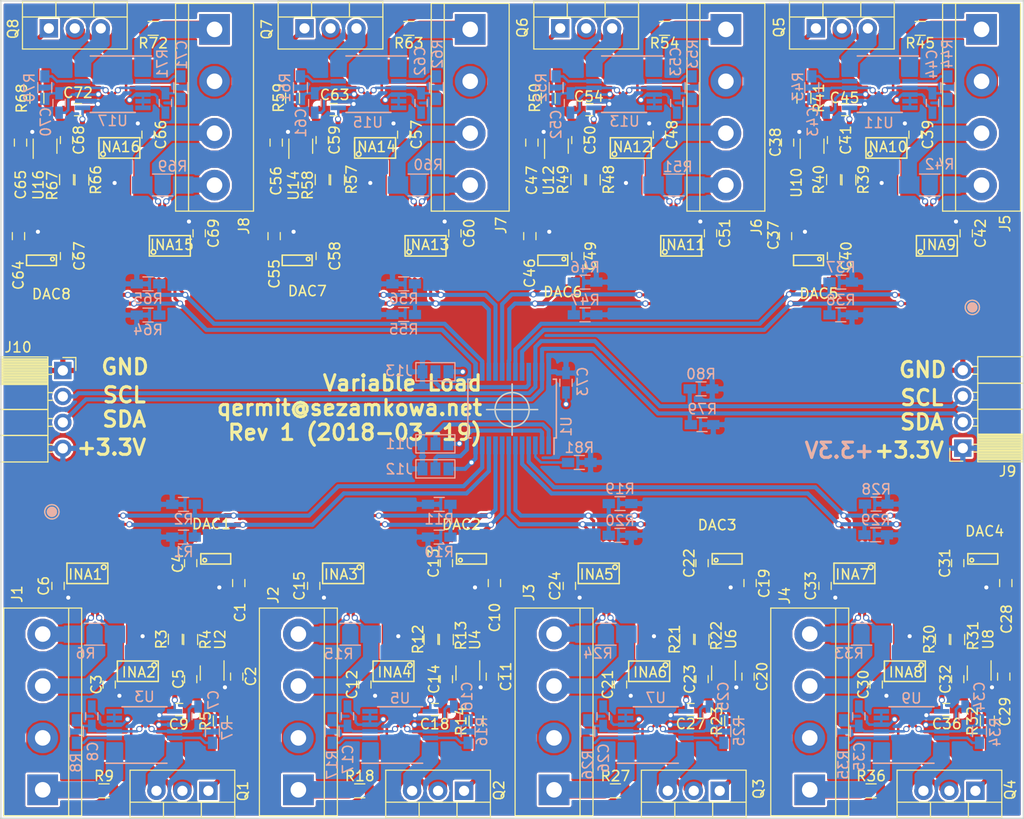
<source format=kicad_pcb>
(kicad_pcb (version 20171130) (host pcbnew "(5.0.0-rc2-dev-206-ge4d512a29)")
  (title_block (title "Variable Load") (date "mar. 31 mars 2015") (rev 1) (comment 1 "Author: Piotr Miedzik"))
  (layers (0 F.Cu signal hide) (31 B.Cu signal hide) (34 B.Paste user hide) (35 F.Paste user hide) (36 B.SilkS user hide) (37 F.SilkS user) (38 B.Mask user hide) (39 F.Mask user hide) (44 Edge.Cuts user hide))
  (net 0 "")
  (net 1 GND)
  (net 2 +3V3)
  (net 3 "Net-(Q1-Pad1)")
  (net 4 "Net-(INA1-Pad3)")
  (net 5 "Net-(INA2-Pad3)")
  (net 6 /CurrentMonitor_4/Vset)
  (net 7 "Net-(C5-Pad1)")
  (net 8 "Net-(C5-Pad2)")
  (net 9 /CurrentMonitor_4/Vin+)
  (net 10 /CurrentMonitor_4/Vin-)
  (net 11 /CurrentMonitor_3/Vset)
  (net 12 "Net-(C14-Pad1)")
  (net 13 "Net-(C14-Pad2)")
  (net 14 /CurrentMonitor_3/Vin+)
  (net 15 /CurrentMonitor_3/Vin-)
  (net 16 /CurrentMonitor_2/Vset)
  (net 17 "Net-(C23-Pad1)")
  (net 18 "Net-(C23-Pad2)")
  (net 19 /CurrentMonitor_2/Vin+)
  (net 20 /CurrentMonitor_2/Vin-)
  (net 21 /CurrentMonitor_1/Vset)
  (net 22 "Net-(C32-Pad1)")
  (net 23 "Net-(C32-Pad2)")
  (net 24 /CurrentMonitor_1/Vin+)
  (net 25 /CurrentMonitor_1/Vin-)
  (net 26 /CurrentMonitor_5/Vset)
  (net 27 "Net-(C41-Pad1)")
  (net 28 "Net-(C41-Pad2)")
  (net 29 /CurrentMonitor_5/Vin+)
  (net 30 /CurrentMonitor_5/Vin-)
  (net 31 /CurrentMonitor_8/Vset)
  (net 32 "Net-(C50-Pad1)")
  (net 33 "Net-(C50-Pad2)")
  (net 34 /CurrentMonitor_8/Vin+)
  (net 35 /CurrentMonitor_8/Vin-)
  (net 36 /CurrentMonitor_7/Vset)
  (net 37 "Net-(C59-Pad1)")
  (net 38 "Net-(C59-Pad2)")
  (net 39 /CurrentMonitor_7/Vin+)
  (net 40 /CurrentMonitor_7/Vin-)
  (net 41 /CurrentMonitor_6/Vset)
  (net 42 "Net-(C68-Pad1)")
  (net 43 "Net-(C68-Pad2)")
  (net 44 /CurrentMonitor_6/Vin+)
  (net 45 /CurrentMonitor_6/Vin-)
  (net 46 /SDA3)
  (net 47 /SCL3)
  (net 48 /SDA2)
  (net 49 /SCL2)
  (net 50 /SDA1)
  (net 51 /SCL1)
  (net 52 /SDA0)
  (net 53 /SCL0)
  (net 54 /SDA4)
  (net 55 /SCL4)
  (net 56 /SDA7)
  (net 57 /SCL7)
  (net 58 /SDA6)
  (net 59 /SCL6)
  (net 60 /SDA5)
  (net 61 /SCL5)
  (net 62 /CurrentMonitor_4/V12in-)
  (net 63 /CurrentMonitor_4/V12in+)
  (net 64 /CurrentMonitor_4/Vbus)
  (net 65 "Net-(INA3-Pad3)")
  (net 66 /CurrentMonitor_3/V12in-)
  (net 67 /CurrentMonitor_3/V12in+)
  (net 68 "Net-(INA4-Pad3)")
  (net 69 /CurrentMonitor_3/Vbus)
  (net 70 "Net-(INA5-Pad3)")
  (net 71 /CurrentMonitor_2/V12in-)
  (net 72 /CurrentMonitor_2/V12in+)
  (net 73 "Net-(INA6-Pad3)")
  (net 74 /CurrentMonitor_2/Vbus)
  (net 75 "Net-(INA7-Pad3)")
  (net 76 /CurrentMonitor_1/V12in-)
  (net 77 /CurrentMonitor_1/V12in+)
  (net 78 "Net-(INA8-Pad3)")
  (net 79 /CurrentMonitor_1/Vbus)
  (net 80 "Net-(INA9-Pad3)")
  (net 81 /CurrentMonitor_5/V12in-)
  (net 82 /CurrentMonitor_5/V12in+)
  (net 83 "Net-(INA10-Pad3)")
  (net 84 /CurrentMonitor_5/Vbus)
  (net 85 "Net-(INA11-Pad3)")
  (net 86 /CurrentMonitor_8/V12in-)
  (net 87 /CurrentMonitor_8/V12in+)
  (net 88 "Net-(INA12-Pad3)")
  (net 89 /CurrentMonitor_8/Vbus)
  (net 90 "Net-(INA13-Pad3)")
  (net 91 /CurrentMonitor_7/V12in-)
  (net 92 /CurrentMonitor_7/V12in+)
  (net 93 "Net-(INA14-Pad3)")
  (net 94 /CurrentMonitor_7/Vbus)
  (net 95 "Net-(INA15-Pad3)")
  (net 96 /CurrentMonitor_6/V12in-)
  (net 97 /CurrentMonitor_6/V12in+)
  (net 98 "Net-(INA16-Pad3)")
  (net 99 /CurrentMonitor_6/Vbus)
  (net 100 /CurrentMonitor_4/Agnd)
  (net 101 /CurrentMonitor_3/Agnd)
  (net 102 /CurrentMonitor_2/Agnd)
  (net 103 /CurrentMonitor_1/Agnd)
  (net 104 /CurrentMonitor_5/Agnd)
  (net 105 /CurrentMonitor_8/Agnd)
  (net 106 /CurrentMonitor_7/Agnd)
  (net 107 /CurrentMonitor_6/Agnd)
  (net 108 /CurrentMonitor_4/Load)
  (net 109 "Net-(Q2-Pad1)")
  (net 110 /CurrentMonitor_3/Load)
  (net 111 "Net-(Q3-Pad1)")
  (net 112 /CurrentMonitor_2/Load)
  (net 113 "Net-(Q4-Pad1)")
  (net 114 /CurrentMonitor_1/Load)
  (net 115 "Net-(Q5-Pad1)")
  (net 116 /CurrentMonitor_5/Load)
  (net 117 "Net-(Q6-Pad1)")
  (net 118 /CurrentMonitor_8/Load)
  (net 119 "Net-(Q7-Pad1)")
  (net 120 /CurrentMonitor_7/Load)
  (net 121 "Net-(Q8-Pad1)")
  (net 122 /CurrentMonitor_6/Load)
  (net 123 "Net-(R3-Pad1)")
  (net 124 "Net-(R3-Pad2)")
  (net 125 "Net-(R7-Pad2)")
  (net 126 "Net-(R8-Pad1)")
  (net 127 "Net-(R12-Pad1)")
  (net 128 "Net-(R12-Pad2)")
  (net 129 "Net-(R16-Pad2)")
  (net 130 "Net-(R17-Pad1)")
  (net 131 "Net-(R21-Pad1)")
  (net 132 "Net-(R21-Pad2)")
  (net 133 "Net-(R25-Pad2)")
  (net 134 "Net-(R26-Pad1)")
  (net 135 "Net-(R30-Pad1)")
  (net 136 "Net-(R30-Pad2)")
  (net 137 "Net-(R34-Pad2)")
  (net 138 "Net-(R35-Pad1)")
  (net 139 "Net-(R39-Pad1)")
  (net 140 "Net-(R39-Pad2)")
  (net 141 "Net-(R43-Pad2)")
  (net 142 "Net-(R44-Pad1)")
  (net 143 "Net-(R48-Pad1)")
  (net 144 "Net-(R48-Pad2)")
  (net 145 "Net-(R52-Pad2)")
  (net 146 "Net-(R53-Pad1)")
  (net 147 "Net-(R57-Pad1)")
  (net 148 "Net-(R57-Pad2)")
  (net 149 "Net-(R61-Pad2)")
  (net 150 "Net-(R62-Pad1)")
  (net 151 "Net-(R66-Pad1)")
  (net 152 "Net-(R66-Pad2)")
  (net 153 "Net-(R70-Pad2)")
  (net 154 "Net-(R71-Pad1)")
  (net 155 /A0)
  (net 156 /A2)
  (net 157 /A1)
  (net 158 "Net-(R81-Pad2)")
  (net 159 /SDA)
  (net 160 /SCL)
  (net 161 "Net-(TP1-Pad1)")
  (net 162 "Net-(TP2-Pad1)")
  (net 163 "Net-(TP4-Pad1)")
  (net 164 "Net-(TP3-Pad1)")
  (module ina_footprint:DAC081C081 (layer F.Cu) (at 103.310142 71.752906 180)
    (fp_text reference DAC8 (at -0.017858 -4.7 180) (layer F.SilkS))
    (fp_text value "DAC081C081_(SOT)" hide)
    (pad 6 smd rect (at 0 -2.7 180) (size 0.6 1.1) (layers F.Cu F.Paste F.Mask) (net 1 GND))
    (pad 5 smd rect (at 0.95 -2.7 180) (size 0.6 1.1) (layers F.Cu F.Paste F.Mask) (net 55 /SCL4))
    (pad 4 smd rect (at 1.9 -2.7 180) (size 0.6 1.1) (layers F.Cu F.Paste F.Mask) (net 54 /SDA4))
    (pad 3 smd rect (at 1.9 0 180) (size 0.6 1.1) (layers F.Cu F.Paste F.Mask) (net 1 GND))
    (pad 2 smd rect (at 0.95 0 180) (size 0.6 1.1) (layers F.Cu F.Paste F.Mask) (net 2 +3V3))
    (pad 1 smd rect (at 0 0 180) (size 0.6 1.1) (layers F.Cu F.Paste F.Mask) (net 41 /CurrentMonitor_6/Vset))
  )
  (module ina_footprint:DAC081C081 (layer F.Cu) (at 128.310142 71.752906 180)
    (fp_text reference DAC7 (at -0.042858 -4.4 180) (layer F.SilkS))
    (fp_text value "DAC081C081_(SOT)" hide)
    (pad 6 smd rect (at 0 -2.7 180) (size 0.6 1.1) (layers F.Cu F.Paste F.Mask) (net 1 GND))
    (pad 5 smd rect (at 0.95 -2.7 180) (size 0.6 1.1) (layers F.Cu F.Paste F.Mask) (net 61 /SCL5))
    (pad 4 smd rect (at 1.9 -2.7 180) (size 0.6 1.1) (layers F.Cu F.Paste F.Mask) (net 60 /SDA5))
    (pad 3 smd rect (at 1.9 0 180) (size 0.6 1.1) (layers F.Cu F.Paste F.Mask) (net 1 GND))
    (pad 2 smd rect (at 0.95 0 180) (size 0.6 1.1) (layers F.Cu F.Paste F.Mask) (net 2 +3V3))
    (pad 1 smd rect (at 0 0 180) (size 0.6 1.1) (layers F.Cu F.Paste F.Mask) (net 36 /CurrentMonitor_7/Vset))
  )
  (module ina_footprint:DAC081C081 (layer F.Cu) (at 153.310142 71.752906 180)
    (fp_text reference DAC6 (at -0.017858 -4.5 180) (layer F.SilkS))
    (fp_text value "DAC081C081_(SOT)" hide)
    (pad 6 smd rect (at 0 -2.7 180) (size 0.6 1.1) (layers F.Cu F.Paste F.Mask) (net 1 GND))
    (pad 5 smd rect (at 0.95 -2.7 180) (size 0.6 1.1) (layers F.Cu F.Paste F.Mask) (net 59 /SCL6))
    (pad 4 smd rect (at 1.9 -2.7 180) (size 0.6 1.1) (layers F.Cu F.Paste F.Mask) (net 58 /SDA6))
    (pad 3 smd rect (at 1.9 0 180) (size 0.6 1.1) (layers F.Cu F.Paste F.Mask) (net 1 GND))
    (pad 2 smd rect (at 0.95 0 180) (size 0.6 1.1) (layers F.Cu F.Paste F.Mask) (net 2 +3V3))
    (pad 1 smd rect (at 0 0 180) (size 0.6 1.1) (layers F.Cu F.Paste F.Mask) (net 31 /CurrentMonitor_8/Vset))
  )
  (module ina_footprint:DAC081C081 (layer F.Cu) (at 178.310142 71.752906 180)
    (fp_text reference DAC5 (at -0.067858 -4.65 180) (layer F.SilkS))
    (fp_text value "DAC081C081_(SOT)" hide)
    (pad 6 smd rect (at 0 -2.7 180) (size 0.6 1.1) (layers F.Cu F.Paste F.Mask) (net 1 GND))
    (pad 5 smd rect (at 0.95 -2.7 180) (size 0.6 1.1) (layers F.Cu F.Paste F.Mask) (net 57 /SCL7))
    (pad 4 smd rect (at 1.9 -2.7 180) (size 0.6 1.1) (layers F.Cu F.Paste F.Mask) (net 56 /SDA7))
    (pad 3 smd rect (at 1.9 0 180) (size 0.6 1.1) (layers F.Cu F.Paste F.Mask) (net 1 GND))
    (pad 2 smd rect (at 0.95 0 180) (size 0.6 1.1) (layers F.Cu F.Paste F.Mask) (net 2 +3V3))
    (pad 1 smd rect (at 0 0 180) (size 0.6 1.1) (layers F.Cu F.Paste F.Mask) (net 26 /CurrentMonitor_5/Vset))
  )
  (module ina_footprint:DAC081C081 (layer F.Cu) (at 193.448 103.752906)
    (fp_text reference DAC4 (at 1.13 -4.1) (layer F.SilkS))
    (fp_text value "DAC081C081_(SOT)" hide)
    (pad 6 smd rect (at 0 -2.7) (size 0.6 1.1) (layers F.Cu F.Paste F.Mask) (net 1 GND))
    (pad 5 smd rect (at 0.95 -2.7) (size 0.6 1.1) (layers F.Cu F.Paste F.Mask) (net 53 /SCL0))
    (pad 4 smd rect (at 1.9 -2.7) (size 0.6 1.1) (layers F.Cu F.Paste F.Mask) (net 52 /SDA0))
    (pad 3 smd rect (at 1.9 0) (size 0.6 1.1) (layers F.Cu F.Paste F.Mask) (net 1 GND))
    (pad 2 smd rect (at 0.95 0) (size 0.6 1.1) (layers F.Cu F.Paste F.Mask) (net 2 +3V3))
    (pad 1 smd rect (at 0 0) (size 0.6 1.1) (layers F.Cu F.Paste F.Mask) (net 21 /CurrentMonitor_1/Vset))
  )
  (module ina_footprint:DAC081C081 (layer F.Cu) (at 168.448 103.752906)
    (fp_text reference DAC3 (at -0.02 -4.7 180) (layer F.SilkS))
    (fp_text value "DAC081C081_(SOT)" hide)
    (pad 6 smd rect (at 0 -2.7) (size 0.6 1.1) (layers F.Cu F.Paste F.Mask) (net 1 GND))
    (pad 5 smd rect (at 0.95 -2.7) (size 0.6 1.1) (layers F.Cu F.Paste F.Mask) (net 51 /SCL1))
    (pad 4 smd rect (at 1.9 -2.7) (size 0.6 1.1) (layers F.Cu F.Paste F.Mask) (net 50 /SDA1))
    (pad 3 smd rect (at 1.9 0) (size 0.6 1.1) (layers F.Cu F.Paste F.Mask) (net 1 GND))
    (pad 2 smd rect (at 0.95 0) (size 0.6 1.1) (layers F.Cu F.Paste F.Mask) (net 2 +3V3))
    (pad 1 smd rect (at 0 0) (size 0.6 1.1) (layers F.Cu F.Paste F.Mask) (net 16 /CurrentMonitor_2/Vset))
  )
  (module ina_footprint:DAC081C081 (layer F.Cu) (at 118.448 103.752906)
    (fp_text reference DAC1 (at 0.53 -4.8 180) (layer F.SilkS))
    (fp_text value "DAC081C081_(SOT)" hide)
    (pad 6 smd rect (at 0 -2.7) (size 0.6 1.1) (layers F.Cu F.Paste F.Mask) (net 1 GND))
    (pad 5 smd rect (at 0.95 -2.7) (size 0.6 1.1) (layers F.Cu F.Paste F.Mask) (net 47 /SCL3))
    (pad 4 smd rect (at 1.9 -2.7) (size 0.6 1.1) (layers F.Cu F.Paste F.Mask) (net 46 /SDA3))
    (pad 3 smd rect (at 1.9 0) (size 0.6 1.1) (layers F.Cu F.Paste F.Mask) (net 1 GND))
    (pad 2 smd rect (at 0.95 0) (size 0.6 1.1) (layers F.Cu F.Paste F.Mask) (net 2 +3V3))
    (pad 1 smd rect (at 0 0) (size 0.6 1.1) (layers F.Cu F.Paste F.Mask) (net 6 /CurrentMonitor_4/Vset))
  )
  (module ina_footprint:DAC081C081 (layer F.Cu) (at 143.448 103.752906)
    (fp_text reference DAC2 (at -0.02 -4.75 180) (layer F.SilkS))
    (fp_text value "DAC081C081_(SOT)" hide)
    (pad 6 smd rect (at 0 -2.7) (size 0.6 1.1) (layers F.Cu F.Paste F.Mask) (net 1 GND))
    (pad 5 smd rect (at 0.95 -2.7) (size 0.6 1.1) (layers F.Cu F.Paste F.Mask) (net 49 /SCL2))
    (pad 4 smd rect (at 1.9 -2.7) (size 0.6 1.1) (layers F.Cu F.Paste F.Mask) (net 48 /SDA2))
    (pad 3 smd rect (at 1.9 0) (size 0.6 1.1) (layers F.Cu F.Paste F.Mask) (net 1 GND))
    (pad 2 smd rect (at 0.95 0) (size 0.6 1.1) (layers F.Cu F.Paste F.Mask) (net 2 +3V3))
    (pad 1 smd rect (at 0 0) (size 0.6 1.1) (layers F.Cu F.Paste F.Mask) (net 11 /CurrentMonitor_3/Vset))
  )
  (module ina_footprint:ina220__smd_footprint (layer F.Cu) (at 112.778 111.352906 180)
    (fp_text reference INA2 (at 0.9 -2.1 180) (layer F.SilkS))
    (fp_text value INA220 hide)
    (pad 10 smd rect (at 0 -4.4 180) (size 0.3 1.45) (layers F.Cu F.Paste F.Mask) (net 9 /CurrentMonitor_4/Vin+) (clearance 0.05))
    (pad 9 smd rect (at 0.5 -4.4 180) (size 0.3 1.45) (layers F.Cu F.Paste F.Mask) (net 10 /CurrentMonitor_4/Vin-) (clearance 0.05))
    (pad 8 smd rect (at 1 -4.4 180) (size 0.3 1.45) (layers F.Cu F.Paste F.Mask) (net 64 /CurrentMonitor_4/Vbus) (clearance 0.05))
    (pad 7 smd rect (at 1.5 -4.4 180) (size 0.3 1.45) (layers F.Cu F.Paste F.Mask) (net 1 GND) (clearance 0.05))
    (pad 6 smd rect (at 2 -4.4 180) (size 0.3 1.45) (layers F.Cu F.Paste F.Mask) (net 2 +3V3) (clearance 0.05))
    (pad 5 smd rect (at 2 0 180) (size 0.3 1.45) (layers F.Cu F.Paste F.Mask) (net 47 /SCL3) (clearance 0.05))
    (pad 4 smd rect (at 1.5 0 180) (size 0.3 1.45) (layers F.Cu F.Paste F.Mask) (net 46 /SDA3) (clearance 0.05))
    (pad 3 smd rect (at 1 0 180) (size 0.3 1.45) (layers F.Cu F.Paste F.Mask) (net 5 "Net-(INA2-Pad3)") (clearance 0.05))
    (pad 2 smd rect (at 0.5 0 180) (size 0.3 1.45) (layers F.Cu F.Paste F.Mask) (net 2 +3V3) (clearance 0.05))
    (pad 1 smd rect (at 0 0 180) (size 0.3 1.45) (layers F.Cu F.Paste F.Mask) (net 1 GND) (clearance 0.05))
  )
  (module ina_footprint:ina220__smd_footprint (layer F.Cu) (at 107.848 101.776 180)
    (fp_text reference INA1 (at 1.2 -2.1) (layer F.SilkS))
    (fp_text value INA220 hide)
    (pad 10 smd rect (at 0 -4.4 180) (size 0.3 1.45) (layers F.Cu F.Paste F.Mask) (net 63 /CurrentMonitor_4/V12in+) (clearance 0.05))
    (pad 9 smd rect (at 0.5 -4.4 180) (size 0.3 1.45) (layers F.Cu F.Paste F.Mask) (net 62 /CurrentMonitor_4/V12in-) (clearance 0.05))
    (pad 8 smd rect (at 1 -4.4 180) (size 0.3 1.45) (layers F.Cu F.Paste F.Mask) (net 62 /CurrentMonitor_4/V12in-) (clearance 0.05))
    (pad 7 smd rect (at 1.5 -4.4 180) (size 0.3 1.45) (layers F.Cu F.Paste F.Mask) (net 1 GND) (clearance 0.05))
    (pad 6 smd rect (at 2 -4.4 180) (size 0.3 1.45) (layers F.Cu F.Paste F.Mask) (net 2 +3V3) (clearance 0.05))
    (pad 5 smd rect (at 2 0 180) (size 0.3 1.45) (layers F.Cu F.Paste F.Mask) (net 47 /SCL3) (clearance 0.05))
    (pad 4 smd rect (at 1.5 0 180) (size 0.3 1.45) (layers F.Cu F.Paste F.Mask) (net 46 /SDA3) (clearance 0.05))
    (pad 3 smd rect (at 1 0 180) (size 0.3 1.45) (layers F.Cu F.Paste F.Mask) (net 4 "Net-(INA1-Pad3)") (clearance 0.05))
    (pad 2 smd rect (at 0.5 0 180) (size 0.3 1.45) (layers F.Cu F.Paste F.Mask) (net 1 GND) (clearance 0.05))
    (pad 1 smd rect (at 0 0 180) (size 0.3 1.45) (layers F.Cu F.Paste F.Mask) (net 1 GND) (clearance 0.05))
  )
  (module ina_footprint:ina220__smd_footprint (layer F.Cu) (at 132.848 101.776 180)
    (fp_text reference INA3 (at 1.2 -2.1) (layer F.SilkS))
    (fp_text value INA220 hide)
    (pad 10 smd rect (at 0 -4.4 180) (size 0.3 1.45) (layers F.Cu F.Paste F.Mask) (net 67 /CurrentMonitor_3/V12in+) (clearance 0.05))
    (pad 9 smd rect (at 0.5 -4.4 180) (size 0.3 1.45) (layers F.Cu F.Paste F.Mask) (net 66 /CurrentMonitor_3/V12in-) (clearance 0.05))
    (pad 8 smd rect (at 1 -4.4 180) (size 0.3 1.45) (layers F.Cu F.Paste F.Mask) (net 66 /CurrentMonitor_3/V12in-) (clearance 0.05))
    (pad 7 smd rect (at 1.5 -4.4 180) (size 0.3 1.45) (layers F.Cu F.Paste F.Mask) (net 1 GND) (clearance 0.05))
    (pad 6 smd rect (at 2 -4.4 180) (size 0.3 1.45) (layers F.Cu F.Paste F.Mask) (net 2 +3V3) (clearance 0.05))
    (pad 5 smd rect (at 2 0 180) (size 0.3 1.45) (layers F.Cu F.Paste F.Mask) (net 49 /SCL2) (clearance 0.05))
    (pad 4 smd rect (at 1.5 0 180) (size 0.3 1.45) (layers F.Cu F.Paste F.Mask) (net 48 /SDA2) (clearance 0.05))
    (pad 3 smd rect (at 1 0 180) (size 0.3 1.45) (layers F.Cu F.Paste F.Mask) (net 65 "Net-(INA3-Pad3)") (clearance 0.05))
    (pad 2 smd rect (at 0.5 0 180) (size 0.3 1.45) (layers F.Cu F.Paste F.Mask) (net 1 GND) (clearance 0.05))
    (pad 1 smd rect (at 0 0 180) (size 0.3 1.45) (layers F.Cu F.Paste F.Mask) (net 1 GND) (clearance 0.05))
  )
  (module ina_footprint:ina220__smd_footprint (layer F.Cu) (at 137.778 111.352906 180)
    (fp_text reference INA4 (at 0.9 -2.1 180) (layer F.SilkS))
    (fp_text value INA220 hide)
    (pad 10 smd rect (at 0 -4.4 180) (size 0.3 1.45) (layers F.Cu F.Paste F.Mask) (net 14 /CurrentMonitor_3/Vin+) (clearance 0.05))
    (pad 9 smd rect (at 0.5 -4.4 180) (size 0.3 1.45) (layers F.Cu F.Paste F.Mask) (net 15 /CurrentMonitor_3/Vin-) (clearance 0.05))
    (pad 8 smd rect (at 1 -4.4 180) (size 0.3 1.45) (layers F.Cu F.Paste F.Mask) (net 69 /CurrentMonitor_3/Vbus) (clearance 0.05))
    (pad 7 smd rect (at 1.5 -4.4 180) (size 0.3 1.45) (layers F.Cu F.Paste F.Mask) (net 1 GND) (clearance 0.05))
    (pad 6 smd rect (at 2 -4.4 180) (size 0.3 1.45) (layers F.Cu F.Paste F.Mask) (net 2 +3V3) (clearance 0.05))
    (pad 5 smd rect (at 2 0 180) (size 0.3 1.45) (layers F.Cu F.Paste F.Mask) (net 49 /SCL2) (clearance 0.05))
    (pad 4 smd rect (at 1.5 0 180) (size 0.3 1.45) (layers F.Cu F.Paste F.Mask) (net 48 /SDA2) (clearance 0.05))
    (pad 3 smd rect (at 1 0 180) (size 0.3 1.45) (layers F.Cu F.Paste F.Mask) (net 68 "Net-(INA4-Pad3)") (clearance 0.05))
    (pad 2 smd rect (at 0.5 0 180) (size 0.3 1.45) (layers F.Cu F.Paste F.Mask) (net 2 +3V3) (clearance 0.05))
    (pad 1 smd rect (at 0 0 180) (size 0.3 1.45) (layers F.Cu F.Paste F.Mask) (net 1 GND) (clearance 0.05))
  )
  (module ina_footprint:ina220__smd_footprint (layer F.Cu) (at 157.848 101.776 180)
    (fp_text reference INA5 (at 1.2 -2.1) (layer F.SilkS))
    (fp_text value INA220 hide)
    (pad 10 smd rect (at 0 -4.4 180) (size 0.3 1.45) (layers F.Cu F.Paste F.Mask) (net 72 /CurrentMonitor_2/V12in+) (clearance 0.05))
    (pad 9 smd rect (at 0.5 -4.4 180) (size 0.3 1.45) (layers F.Cu F.Paste F.Mask) (net 71 /CurrentMonitor_2/V12in-) (clearance 0.05))
    (pad 8 smd rect (at 1 -4.4 180) (size 0.3 1.45) (layers F.Cu F.Paste F.Mask) (net 71 /CurrentMonitor_2/V12in-) (clearance 0.05))
    (pad 7 smd rect (at 1.5 -4.4 180) (size 0.3 1.45) (layers F.Cu F.Paste F.Mask) (net 1 GND) (clearance 0.05))
    (pad 6 smd rect (at 2 -4.4 180) (size 0.3 1.45) (layers F.Cu F.Paste F.Mask) (net 2 +3V3) (clearance 0.05))
    (pad 5 smd rect (at 2 0 180) (size 0.3 1.45) (layers F.Cu F.Paste F.Mask) (net 51 /SCL1) (clearance 0.05))
    (pad 4 smd rect (at 1.5 0 180) (size 0.3 1.45) (layers F.Cu F.Paste F.Mask) (net 50 /SDA1) (clearance 0.05))
    (pad 3 smd rect (at 1 0 180) (size 0.3 1.45) (layers F.Cu F.Paste F.Mask) (net 70 "Net-(INA5-Pad3)") (clearance 0.05))
    (pad 2 smd rect (at 0.5 0 180) (size 0.3 1.45) (layers F.Cu F.Paste F.Mask) (net 1 GND) (clearance 0.05))
    (pad 1 smd rect (at 0 0 180) (size 0.3 1.45) (layers F.Cu F.Paste F.Mask) (net 1 GND) (clearance 0.05))
  )
  (module ina_footprint:ina220__smd_footprint (layer F.Cu) (at 162.778 111.352906 180)
    (fp_text reference INA6 (at 0.9 -2.1 180) (layer F.SilkS))
    (fp_text value INA220 hide)
    (pad 10 smd rect (at 0 -4.4 180) (size 0.3 1.45) (layers F.Cu F.Paste F.Mask) (net 19 /CurrentMonitor_2/Vin+) (clearance 0.05))
    (pad 9 smd rect (at 0.5 -4.4 180) (size 0.3 1.45) (layers F.Cu F.Paste F.Mask) (net 20 /CurrentMonitor_2/Vin-) (clearance 0.05))
    (pad 8 smd rect (at 1 -4.4 180) (size 0.3 1.45) (layers F.Cu F.Paste F.Mask) (net 74 /CurrentMonitor_2/Vbus) (clearance 0.05))
    (pad 7 smd rect (at 1.5 -4.4 180) (size 0.3 1.45) (layers F.Cu F.Paste F.Mask) (net 1 GND) (clearance 0.05))
    (pad 6 smd rect (at 2 -4.4 180) (size 0.3 1.45) (layers F.Cu F.Paste F.Mask) (net 2 +3V3) (clearance 0.05))
    (pad 5 smd rect (at 2 0 180) (size 0.3 1.45) (layers F.Cu F.Paste F.Mask) (net 51 /SCL1) (clearance 0.05))
    (pad 4 smd rect (at 1.5 0 180) (size 0.3 1.45) (layers F.Cu F.Paste F.Mask) (net 50 /SDA1) (clearance 0.05))
    (pad 3 smd rect (at 1 0 180) (size 0.3 1.45) (layers F.Cu F.Paste F.Mask) (net 73 "Net-(INA6-Pad3)") (clearance 0.05))
    (pad 2 smd rect (at 0.5 0 180) (size 0.3 1.45) (layers F.Cu F.Paste F.Mask) (net 2 +3V3) (clearance 0.05))
    (pad 1 smd rect (at 0 0 180) (size 0.3 1.45) (layers F.Cu F.Paste F.Mask) (net 1 GND) (clearance 0.05))
  )
  (module ina_footprint:ina220__smd_footprint (layer F.Cu) (at 182.848 101.776 180)
    (fp_text reference INA7 (at 1.2 -2.1) (layer F.SilkS))
    (fp_text value INA220 hide)
    (pad 10 smd rect (at 0 -4.4 180) (size 0.3 1.45) (layers F.Cu F.Paste F.Mask) (net 77 /CurrentMonitor_1/V12in+) (clearance 0.05))
    (pad 9 smd rect (at 0.5 -4.4 180) (size 0.3 1.45) (layers F.Cu F.Paste F.Mask) (net 76 /CurrentMonitor_1/V12in-) (clearance 0.05))
    (pad 8 smd rect (at 1 -4.4 180) (size 0.3 1.45) (layers F.Cu F.Paste F.Mask) (net 76 /CurrentMonitor_1/V12in-) (clearance 0.05))
    (pad 7 smd rect (at 1.5 -4.4 180) (size 0.3 1.45) (layers F.Cu F.Paste F.Mask) (net 1 GND) (clearance 0.05))
    (pad 6 smd rect (at 2 -4.4 180) (size 0.3 1.45) (layers F.Cu F.Paste F.Mask) (net 2 +3V3) (clearance 0.05))
    (pad 5 smd rect (at 2 0 180) (size 0.3 1.45) (layers F.Cu F.Paste F.Mask) (net 53 /SCL0) (clearance 0.05))
    (pad 4 smd rect (at 1.5 0 180) (size 0.3 1.45) (layers F.Cu F.Paste F.Mask) (net 52 /SDA0) (clearance 0.05))
    (pad 3 smd rect (at 1 0 180) (size 0.3 1.45) (layers F.Cu F.Paste F.Mask) (net 75 "Net-(INA7-Pad3)") (clearance 0.05))
    (pad 2 smd rect (at 0.5 0 180) (size 0.3 1.45) (layers F.Cu F.Paste F.Mask) (net 1 GND) (clearance 0.05))
    (pad 1 smd rect (at 0 0 180) (size 0.3 1.45) (layers F.Cu F.Paste F.Mask) (net 1 GND) (clearance 0.05))
  )
  (module ina_footprint:ina220__smd_footprint (layer F.Cu) (at 187.778 111.352906 180)
    (fp_text reference INA8 (at 0.9 -2.1 180) (layer F.SilkS))
    (fp_text value INA220 hide)
    (pad 10 smd rect (at 0 -4.4 180) (size 0.3 1.45) (layers F.Cu F.Paste F.Mask) (net 24 /CurrentMonitor_1/Vin+) (clearance 0.05))
    (pad 9 smd rect (at 0.5 -4.4 180) (size 0.3 1.45) (layers F.Cu F.Paste F.Mask) (net 25 /CurrentMonitor_1/Vin-) (clearance 0.05))
    (pad 8 smd rect (at 1 -4.4 180) (size 0.3 1.45) (layers F.Cu F.Paste F.Mask) (net 79 /CurrentMonitor_1/Vbus) (clearance 0.05))
    (pad 7 smd rect (at 1.5 -4.4 180) (size 0.3 1.45) (layers F.Cu F.Paste F.Mask) (net 1 GND) (clearance 0.05))
    (pad 6 smd rect (at 2 -4.4 180) (size 0.3 1.45) (layers F.Cu F.Paste F.Mask) (net 2 +3V3) (clearance 0.05))
    (pad 5 smd rect (at 2 0 180) (size 0.3 1.45) (layers F.Cu F.Paste F.Mask) (net 53 /SCL0) (clearance 0.05))
    (pad 4 smd rect (at 1.5 0 180) (size 0.3 1.45) (layers F.Cu F.Paste F.Mask) (net 52 /SDA0) (clearance 0.05))
    (pad 3 smd rect (at 1 0 180) (size 0.3 1.45) (layers F.Cu F.Paste F.Mask) (net 78 "Net-(INA8-Pad3)") (clearance 0.05))
    (pad 2 smd rect (at 0.5 0 180) (size 0.3 1.45) (layers F.Cu F.Paste F.Mask) (net 2 +3V3) (clearance 0.05))
    (pad 1 smd rect (at 0 0 180) (size 0.3 1.45) (layers F.Cu F.Paste F.Mask) (net 1 GND) (clearance 0.05))
  )
  (module ina_footprint:ina220__smd_footprint (layer F.Cu) (at 188.910142 73.729812)
    (fp_text reference INA9 (at 1.2 -2.1 -180) (layer F.SilkS))
    (fp_text value INA220 hide)
    (pad 10 smd rect (at 0 -4.4) (size 0.3 1.45) (layers F.Cu F.Paste F.Mask) (net 82 /CurrentMonitor_5/V12in+) (clearance 0.05))
    (pad 9 smd rect (at 0.5 -4.4) (size 0.3 1.45) (layers F.Cu F.Paste F.Mask) (net 81 /CurrentMonitor_5/V12in-) (clearance 0.05))
    (pad 8 smd rect (at 1 -4.4) (size 0.3 1.45) (layers F.Cu F.Paste F.Mask) (net 81 /CurrentMonitor_5/V12in-) (clearance 0.05))
    (pad 7 smd rect (at 1.5 -4.4) (size 0.3 1.45) (layers F.Cu F.Paste F.Mask) (net 1 GND) (clearance 0.05))
    (pad 6 smd rect (at 2 -4.4) (size 0.3 1.45) (layers F.Cu F.Paste F.Mask) (net 2 +3V3) (clearance 0.05))
    (pad 5 smd rect (at 2 0) (size 0.3 1.45) (layers F.Cu F.Paste F.Mask) (net 57 /SCL7) (clearance 0.05))
    (pad 4 smd rect (at 1.5 0) (size 0.3 1.45) (layers F.Cu F.Paste F.Mask) (net 56 /SDA7) (clearance 0.05))
    (pad 3 smd rect (at 1 0) (size 0.3 1.45) (layers F.Cu F.Paste F.Mask) (net 80 "Net-(INA9-Pad3)") (clearance 0.05))
    (pad 2 smd rect (at 0.5 0) (size 0.3 1.45) (layers F.Cu F.Paste F.Mask) (net 1 GND) (clearance 0.05))
    (pad 1 smd rect (at 0 0) (size 0.3 1.45) (layers F.Cu F.Paste F.Mask) (net 1 GND) (clearance 0.05))
  )
  (module ina_footprint:ina220__smd_footprint (layer F.Cu) (at 183.980142 64.152906)
    (fp_text reference INA10 (at 0.9 -2.1) (layer F.SilkS))
    (fp_text value INA220 hide)
    (pad 10 smd rect (at 0 -4.4) (size 0.3 1.45) (layers F.Cu F.Paste F.Mask) (net 29 /CurrentMonitor_5/Vin+) (clearance 0.05))
    (pad 9 smd rect (at 0.5 -4.4) (size 0.3 1.45) (layers F.Cu F.Paste F.Mask) (net 30 /CurrentMonitor_5/Vin-) (clearance 0.05))
    (pad 8 smd rect (at 1 -4.4) (size 0.3 1.45) (layers F.Cu F.Paste F.Mask) (net 84 /CurrentMonitor_5/Vbus) (clearance 0.05))
    (pad 7 smd rect (at 1.5 -4.4) (size 0.3 1.45) (layers F.Cu F.Paste F.Mask) (net 1 GND) (clearance 0.05))
    (pad 6 smd rect (at 2 -4.4) (size 0.3 1.45) (layers F.Cu F.Paste F.Mask) (net 2 +3V3) (clearance 0.05))
    (pad 5 smd rect (at 2 0) (size 0.3 1.45) (layers F.Cu F.Paste F.Mask) (net 57 /SCL7) (clearance 0.05))
    (pad 4 smd rect (at 1.5 0) (size 0.3 1.45) (layers F.Cu F.Paste F.Mask) (net 56 /SDA7) (clearance 0.05))
    (pad 3 smd rect (at 1 0) (size 0.3 1.45) (layers F.Cu F.Paste F.Mask) (net 83 "Net-(INA10-Pad3)") (clearance 0.05))
    (pad 2 smd rect (at 0.5 0) (size 0.3 1.45) (layers F.Cu F.Paste F.Mask) (net 2 +3V3) (clearance 0.05))
    (pad 1 smd rect (at 0 0) (size 0.3 1.45) (layers F.Cu F.Paste F.Mask) (net 1 GND) (clearance 0.05))
  )
  (module ina_footprint:ina220__smd_footprint (layer F.Cu) (at 163.910142 73.729812)
    (fp_text reference INA11 (at 1.2 -2.1 -180) (layer F.SilkS))
    (fp_text value INA220 hide)
    (pad 10 smd rect (at 0 -4.4) (size 0.3 1.45) (layers F.Cu F.Paste F.Mask) (net 87 /CurrentMonitor_8/V12in+) (clearance 0.05))
    (pad 9 smd rect (at 0.5 -4.4) (size 0.3 1.45) (layers F.Cu F.Paste F.Mask) (net 86 /CurrentMonitor_8/V12in-) (clearance 0.05))
    (pad 8 smd rect (at 1 -4.4) (size 0.3 1.45) (layers F.Cu F.Paste F.Mask) (net 86 /CurrentMonitor_8/V12in-) (clearance 0.05))
    (pad 7 smd rect (at 1.5 -4.4) (size 0.3 1.45) (layers F.Cu F.Paste F.Mask) (net 1 GND) (clearance 0.05))
    (pad 6 smd rect (at 2 -4.4) (size 0.3 1.45) (layers F.Cu F.Paste F.Mask) (net 2 +3V3) (clearance 0.05))
    (pad 5 smd rect (at 2 0) (size 0.3 1.45) (layers F.Cu F.Paste F.Mask) (net 59 /SCL6) (clearance 0.05))
    (pad 4 smd rect (at 1.5 0) (size 0.3 1.45) (layers F.Cu F.Paste F.Mask) (net 58 /SDA6) (clearance 0.05))
    (pad 3 smd rect (at 1 0) (size 0.3 1.45) (layers F.Cu F.Paste F.Mask) (net 85 "Net-(INA11-Pad3)") (clearance 0.05))
    (pad 2 smd rect (at 0.5 0) (size 0.3 1.45) (layers F.Cu F.Paste F.Mask) (net 1 GND) (clearance 0.05))
    (pad 1 smd rect (at 0 0) (size 0.3 1.45) (layers F.Cu F.Paste F.Mask) (net 1 GND) (clearance 0.05))
  )
  (module ina_footprint:ina220__smd_footprint (layer F.Cu) (at 158.980142 64.152906)
    (fp_text reference INA12 (at 0.9 -2.1) (layer F.SilkS))
    (fp_text value INA220 hide)
    (pad 10 smd rect (at 0 -4.4) (size 0.3 1.45) (layers F.Cu F.Paste F.Mask) (net 34 /CurrentMonitor_8/Vin+) (clearance 0.05))
    (pad 9 smd rect (at 0.5 -4.4) (size 0.3 1.45) (layers F.Cu F.Paste F.Mask) (net 35 /CurrentMonitor_8/Vin-) (clearance 0.05))
    (pad 8 smd rect (at 1 -4.4) (size 0.3 1.45) (layers F.Cu F.Paste F.Mask) (net 89 /CurrentMonitor_8/Vbus) (clearance 0.05))
    (pad 7 smd rect (at 1.5 -4.4) (size 0.3 1.45) (layers F.Cu F.Paste F.Mask) (net 1 GND) (clearance 0.05))
    (pad 6 smd rect (at 2 -4.4) (size 0.3 1.45) (layers F.Cu F.Paste F.Mask) (net 2 +3V3) (clearance 0.05))
    (pad 5 smd rect (at 2 0) (size 0.3 1.45) (layers F.Cu F.Paste F.Mask) (net 59 /SCL6) (clearance 0.05))
    (pad 4 smd rect (at 1.5 0) (size 0.3 1.45) (layers F.Cu F.Paste F.Mask) (net 58 /SDA6) (clearance 0.05))
    (pad 3 smd rect (at 1 0) (size 0.3 1.45) (layers F.Cu F.Paste F.Mask) (net 88 "Net-(INA12-Pad3)") (clearance 0.05))
    (pad 2 smd rect (at 0.5 0) (size 0.3 1.45) (layers F.Cu F.Paste F.Mask) (net 2 +3V3) (clearance 0.05))
    (pad 1 smd rect (at 0 0) (size 0.3 1.45) (layers F.Cu F.Paste F.Mask) (net 1 GND) (clearance 0.05))
  )
  (module ina_footprint:ina220__smd_footprint (layer F.Cu) (at 138.910142 73.729812)
    (fp_text reference INA13 (at 1.2 -2.1 -180) (layer F.SilkS))
    (fp_text value INA220 hide)
    (pad 10 smd rect (at 0 -4.4) (size 0.3 1.45) (layers F.Cu F.Paste F.Mask) (net 92 /CurrentMonitor_7/V12in+) (clearance 0.05))
    (pad 9 smd rect (at 0.5 -4.4) (size 0.3 1.45) (layers F.Cu F.Paste F.Mask) (net 91 /CurrentMonitor_7/V12in-) (clearance 0.05))
    (pad 8 smd rect (at 1 -4.4) (size 0.3 1.45) (layers F.Cu F.Paste F.Mask) (net 91 /CurrentMonitor_7/V12in-) (clearance 0.05))
    (pad 7 smd rect (at 1.5 -4.4) (size 0.3 1.45) (layers F.Cu F.Paste F.Mask) (net 1 GND) (clearance 0.05))
    (pad 6 smd rect (at 2 -4.4) (size 0.3 1.45) (layers F.Cu F.Paste F.Mask) (net 2 +3V3) (clearance 0.05))
    (pad 5 smd rect (at 2 0) (size 0.3 1.45) (layers F.Cu F.Paste F.Mask) (net 61 /SCL5) (clearance 0.05))
    (pad 4 smd rect (at 1.5 0) (size 0.3 1.45) (layers F.Cu F.Paste F.Mask) (net 60 /SDA5) (clearance 0.05))
    (pad 3 smd rect (at 1 0) (size 0.3 1.45) (layers F.Cu F.Paste F.Mask) (net 90 "Net-(INA13-Pad3)") (clearance 0.05))
    (pad 2 smd rect (at 0.5 0) (size 0.3 1.45) (layers F.Cu F.Paste F.Mask) (net 1 GND) (clearance 0.05))
    (pad 1 smd rect (at 0 0) (size 0.3 1.45) (layers F.Cu F.Paste F.Mask) (net 1 GND) (clearance 0.05))
  )
  (module ina_footprint:ina220__smd_footprint (layer F.Cu) (at 133.980142 64.152906)
    (fp_text reference INA14 (at 0.9 -2.1) (layer F.SilkS))
    (fp_text value INA220 hide)
    (pad 10 smd rect (at 0 -4.4) (size 0.3 1.45) (layers F.Cu F.Paste F.Mask) (net 39 /CurrentMonitor_7/Vin+) (clearance 0.05))
    (pad 9 smd rect (at 0.5 -4.4) (size 0.3 1.45) (layers F.Cu F.Paste F.Mask) (net 40 /CurrentMonitor_7/Vin-) (clearance 0.05))
    (pad 8 smd rect (at 1 -4.4) (size 0.3 1.45) (layers F.Cu F.Paste F.Mask) (net 94 /CurrentMonitor_7/Vbus) (clearance 0.05))
    (pad 7 smd rect (at 1.5 -4.4) (size 0.3 1.45) (layers F.Cu F.Paste F.Mask) (net 1 GND) (clearance 0.05))
    (pad 6 smd rect (at 2 -4.4) (size 0.3 1.45) (layers F.Cu F.Paste F.Mask) (net 2 +3V3) (clearance 0.05))
    (pad 5 smd rect (at 2 0) (size 0.3 1.45) (layers F.Cu F.Paste F.Mask) (net 61 /SCL5) (clearance 0.05))
    (pad 4 smd rect (at 1.5 0) (size 0.3 1.45) (layers F.Cu F.Paste F.Mask) (net 60 /SDA5) (clearance 0.05))
    (pad 3 smd rect (at 1 0) (size 0.3 1.45) (layers F.Cu F.Paste F.Mask) (net 93 "Net-(INA14-Pad3)") (clearance 0.05))
    (pad 2 smd rect (at 0.5 0) (size 0.3 1.45) (layers F.Cu F.Paste F.Mask) (net 2 +3V3) (clearance 0.05))
    (pad 1 smd rect (at 0 0) (size 0.3 1.45) (layers F.Cu F.Paste F.Mask) (net 1 GND) (clearance 0.05))
  )
  (module ina_footprint:ina220__smd_footprint (layer F.Cu) (at 113.910142 73.729812)
    (fp_text reference INA15 (at 1.2 -2.1 -180) (layer F.SilkS))
    (fp_text value INA220 hide)
    (pad 10 smd rect (at 0 -4.4) (size 0.3 1.45) (layers F.Cu F.Paste F.Mask) (net 97 /CurrentMonitor_6/V12in+) (clearance 0.05))
    (pad 9 smd rect (at 0.5 -4.4) (size 0.3 1.45) (layers F.Cu F.Paste F.Mask) (net 96 /CurrentMonitor_6/V12in-) (clearance 0.05))
    (pad 8 smd rect (at 1 -4.4) (size 0.3 1.45) (layers F.Cu F.Paste F.Mask) (net 96 /CurrentMonitor_6/V12in-) (clearance 0.05))
    (pad 7 smd rect (at 1.5 -4.4) (size 0.3 1.45) (layers F.Cu F.Paste F.Mask) (net 1 GND) (clearance 0.05))
    (pad 6 smd rect (at 2 -4.4) (size 0.3 1.45) (layers F.Cu F.Paste F.Mask) (net 2 +3V3) (clearance 0.05))
    (pad 5 smd rect (at 2 0) (size 0.3 1.45) (layers F.Cu F.Paste F.Mask) (net 55 /SCL4) (clearance 0.05))
    (pad 4 smd rect (at 1.5 0) (size 0.3 1.45) (layers F.Cu F.Paste F.Mask) (net 54 /SDA4) (clearance 0.05))
    (pad 3 smd rect (at 1 0) (size 0.3 1.45) (layers F.Cu F.Paste F.Mask) (net 95 "Net-(INA15-Pad3)") (clearance 0.05))
    (pad 2 smd rect (at 0.5 0) (size 0.3 1.45) (layers F.Cu F.Paste F.Mask) (net 1 GND) (clearance 0.05))
    (pad 1 smd rect (at 0 0) (size 0.3 1.45) (layers F.Cu F.Paste F.Mask) (net 1 GND) (clearance 0.05))
  )
  (module ina_footprint:ina220__smd_footprint (layer F.Cu) (at 108.980142 64.152906)
    (fp_text reference INA16 (at 0.9 -2.1) (layer F.SilkS))
    (fp_text value INA220 hide)
    (pad 10 smd rect (at 0 -4.4) (size 0.3 1.45) (layers F.Cu F.Paste F.Mask) (net 44 /CurrentMonitor_6/Vin+) (clearance 0.05))
    (pad 9 smd rect (at 0.5 -4.4) (size 0.3 1.45) (layers F.Cu F.Paste F.Mask) (net 45 /CurrentMonitor_6/Vin-) (clearance 0.05))
    (pad 8 smd rect (at 1 -4.4) (size 0.3 1.45) (layers F.Cu F.Paste F.Mask) (net 99 /CurrentMonitor_6/Vbus) (clearance 0.05))
    (pad 7 smd rect (at 1.5 -4.4) (size 0.3 1.45) (layers F.Cu F.Paste F.Mask) (net 1 GND) (clearance 0.05))
    (pad 6 smd rect (at 2 -4.4) (size 0.3 1.45) (layers F.Cu F.Paste F.Mask) (net 2 +3V3) (clearance 0.05))
    (pad 5 smd rect (at 2 0) (size 0.3 1.45) (layers F.Cu F.Paste F.Mask) (net 55 /SCL4) (clearance 0.05))
    (pad 4 smd rect (at 1.5 0) (size 0.3 1.45) (layers F.Cu F.Paste F.Mask) (net 54 /SDA4) (clearance 0.05))
    (pad 3 smd rect (at 1 0) (size 0.3 1.45) (layers F.Cu F.Paste F.Mask) (net 98 "Net-(INA16-Pad3)") (clearance 0.05))
    (pad 2 smd rect (at 0.5 0) (size 0.3 1.45) (layers F.Cu F.Paste F.Mask) (net 2 +3V3) (clearance 0.05))
    (pad 1 smd rect (at 0 0) (size 0.3 1.45) (layers F.Cu F.Paste F.Mask) (net 1 GND) (clearance 0.05))
  )
  (module TestPoint:TestPoint_Pad_D1.0mm (layer B.Cu) (at 193.378 77.752906)
    (fp_text reference TP3 hide)
    (fp_text value TEST hide)
    (pad 1 smd circle (at 0 0) (size 1 1) (layers B.Cu B.SilkS) (net 164 "Net-(TP3-Pad1)"))
  )
  (module TestPoint:TestPoint_Pad_D1.0mm (layer B.Cu) (at 103.378 97.752906)
    (fp_text reference TP4 hide)
    (fp_text value TEST hide)
    (pad 1 smd circle (at 0 0) (size 1 1) (layers B.Cu B.SilkS) (net 163 "Net-(TP4-Pad1)"))
  )
  (module TestPoint:TestPoint_Pad_D1.0mm (layer F.Cu) (at 193.378 77.752906)
    (fp_text reference TP2 hide)
    (fp_text value TEST hide)
    (pad 1 smd circle (at 0 0) (size 1 1) (layers F.Cu F.SilkS Dwgs.User) (net 162 "Net-(TP2-Pad1)"))
  )
  (module TestPoint:TestPoint_Pad_D1.0mm (layer F.Cu) (at 103.378 97.752906)
    (fp_text reference TP1 hide)
    (fp_text value TEST hide)
    (pad 1 smd circle (at 0 0) (size 1 1) (layers F.Cu F.SilkS Dwgs.User) (net 161 "Net-(TP1-Pad1)"))
  )
  (module Connectors:GS3 (layer B.Cu) (at 140.878 91.102906 270)
    (fp_text reference J11 (at 0 3.55 180) (layer B.SilkS) (effects (justify mirror)))
    (fp_text value GS3 hide)
    (pad 1 smd rect (at 0 1.27 270) (size 1.27 0.97) (layers B.Cu B.Paste B.Mask) (net 2 +3V3))
    (pad 2 smd rect (at 0 0 270) (size 1.27 0.97) (layers B.Cu B.Paste B.Mask) (net 155 /A0))
    (pad 3 smd rect (at 0 -1.27 270) (size 1.27 0.97) (layers B.Cu B.Paste B.Mask) (net 1 GND))
  )
  (module Connectors:GS3 (layer B.Cu) (at 140.878 84.052906 270)
    (fp_text reference J13 (at -0.1 3.575 180) (layer B.SilkS) (effects (justify mirror)))
    (fp_text value GS3 hide)
    (pad 3 smd rect (at 0 -1.27 270) (size 1.27 0.97) (layers B.Cu B.Paste B.Mask) (net 1 GND))
    (pad 2 smd rect (at 0 0 270) (size 1.27 0.97) (layers B.Cu B.Paste B.Mask) (net 156 /A2))
    (pad 1 smd rect (at 0 1.27 270) (size 1.27 0.97) (layers B.Cu B.Paste B.Mask) (net 2 +3V3))
  )
  (module Connectors:GS3 (layer B.Cu) (at 140.878 93.552906 270)
    (fp_text reference J12 (at 0.025 3.55 180) (layer B.SilkS) (effects (justify mirror)))
    (fp_text value GS3 hide)
    (pad 1 smd rect (at 0 1.27 270) (size 1.27 0.97) (layers B.Cu B.Paste B.Mask) (net 2 +3V3))
    (pad 2 smd rect (at 0 0 270) (size 1.27 0.97) (layers B.Cu B.Paste B.Mask) (net 157 /A1))
    (pad 3 smd rect (at 0 -1.27 270) (size 1.27 0.97) (layers B.Cu B.Paste B.Mask) (net 1 GND))
  )
  (module Connectors:bornier4 (layer F.Cu) (at 102.478 124.952906 90)
    (fp_text reference J1 (at 19.15 -2.5 90) (layer F.SilkS))
    (fp_text value DNP hide)
    (pad 4 thru_hole circle (at 15.24 0 90) (size 3 3) (drill 1.52) (layers *.Cu *.Mask) (net 62 /CurrentMonitor_4/V12in-))
    (pad 1 thru_hole rect (at 0 0 90) (size 3 3) (drill 1.52) (layers *.Cu *.Mask) (net 100 /CurrentMonitor_4/Agnd))
    (pad 3 thru_hole circle (at 10.16 0 90) (size 3 3) (drill 1.52) (layers *.Cu *.Mask) (net 63 /CurrentMonitor_4/V12in+))
    (pad 2 thru_hole circle (at 5.08 0 90) (size 3 3) (drill 1.52) (layers *.Cu *.Mask) (net 64 /CurrentMonitor_4/Vbus))
  )
  (module Capacitors_SMD:C_0603_HandSoldering (layer F.Cu) (at 116.948 114.126 270)
    (fp_text reference C5 (at 0 1.2 270) (layer F.SilkS))
    (fp_text value 100n hide)
    (pad 2 smd rect (at 0.95 0 270) (size 1.2 0.75) (layers F.Cu F.Paste F.Mask) (net 8 "Net-(C5-Pad2)"))
    (pad 1 smd rect (at -0.95 0 270) (size 1.2 0.75) (layers F.Cu F.Paste F.Mask) (net 7 "Net-(C5-Pad1)"))
  )
  (module Resistors_SMD:R_1206_HandSoldering (layer B.Cu) (at 139.210142 65.779812)
    (fp_text reference R60 (at 0.967858 -1.976906) (layer B.SilkS) (effects (justify mirror)))
    (fp_text value "Riedon CSR1206-0R002F1" hide)
    (pad 2 smd rect (at 2 0) (size 2 1.7) (layers B.Cu B.Paste B.Mask) (net 91 /CurrentMonitor_7/V12in-))
    (pad 1 smd rect (at -2 0) (size 2 1.7) (layers B.Cu B.Paste B.Mask) (net 92 /CurrentMonitor_7/V12in+))
  )
  (module Resistors_SMD:R_1206_HandSoldering (layer B.Cu) (at 164.210142 65.779812)
    (fp_text reference R51 (at 0.367858 -1.776906) (layer B.SilkS) (effects (justify mirror)))
    (fp_text value "Riedon CSR1206-0R002F1" hide)
    (pad 1 smd rect (at -2 0) (size 2 1.7) (layers B.Cu B.Paste B.Mask) (net 87 /CurrentMonitor_8/V12in+))
    (pad 2 smd rect (at 2 0) (size 2 1.7) (layers B.Cu B.Paste B.Mask) (net 86 /CurrentMonitor_8/V12in-))
  )
  (module Resistors_SMD:R_1206_HandSoldering (layer B.Cu) (at 114.210142 65.779812)
    (fp_text reference R69 (at 0.967858 -1.826906) (layer B.SilkS) (effects (justify mirror)))
    (fp_text value "Riedon CSR1206-0R002F1" hide)
    (pad 2 smd rect (at 2 0) (size 2 1.7) (layers B.Cu B.Paste B.Mask) (net 96 /CurrentMonitor_6/V12in-))
    (pad 1 smd rect (at -2 0) (size 2 1.7) (layers B.Cu B.Paste B.Mask) (net 97 /CurrentMonitor_6/V12in+))
  )
  (module Resistors_SMD:R_1206_HandSoldering (layer B.Cu) (at 189.210142 65.779812)
    (fp_text reference R42 (at 0.967858 -2.026906) (layer B.SilkS) (effects (justify mirror)))
    (fp_text value "Riedon CSR1206-0R002F1" hide)
    (pad 1 smd rect (at -2 0) (size 2 1.7) (layers B.Cu B.Paste B.Mask) (net 82 /CurrentMonitor_5/V12in+))
    (pad 2 smd rect (at 2 0) (size 2 1.7) (layers B.Cu B.Paste B.Mask) (net 81 /CurrentMonitor_5/V12in-))
  )
  (module Resistors_SMD:R_1206_HandSoldering (layer B.Cu) (at 182.548 109.726 180)
    (fp_text reference R33 (at 1.22 -1.876906 180) (layer B.SilkS) (effects (justify mirror)))
    (fp_text value "Riedon CSR1206-0R002F1" hide)
    (pad 2 smd rect (at 2 0 180) (size 2 1.7) (layers B.Cu B.Paste B.Mask) (net 76 /CurrentMonitor_1/V12in-))
    (pad 1 smd rect (at -2 0 180) (size 2 1.7) (layers B.Cu B.Paste B.Mask) (net 77 /CurrentMonitor_1/V12in+))
  )
  (module Resistors_SMD:R_1206_HandSoldering (layer B.Cu) (at 107.548 109.726 180)
    (fp_text reference R6 (at 0.87 -1.876906 180) (layer B.SilkS) (effects (justify mirror)))
    (fp_text value "Riedon CSR1206-0R002F1" hide)
    (pad 1 smd rect (at -2 0 180) (size 2 1.7) (layers B.Cu B.Paste B.Mask) (net 63 /CurrentMonitor_4/V12in+))
    (pad 2 smd rect (at 2 0 180) (size 2 1.7) (layers B.Cu B.Paste B.Mask) (net 62 /CurrentMonitor_4/V12in-))
  )
  (module Resistors_SMD:R_1206_HandSoldering (layer B.Cu) (at 157.548 109.726 180)
    (fp_text reference R24 (at 0.77 -1.876906 180) (layer B.SilkS) (effects (justify mirror)))
    (fp_text value "Riedon CSR1206-0R002F1" hide)
    (pad 2 smd rect (at 2 0 180) (size 2 1.7) (layers B.Cu B.Paste B.Mask) (net 71 /CurrentMonitor_2/V12in-))
    (pad 1 smd rect (at -2 0 180) (size 2 1.7) (layers B.Cu B.Paste B.Mask) (net 72 /CurrentMonitor_2/V12in+))
  )
  (module Resistors_SMD:R_1206_HandSoldering (layer B.Cu) (at 132.548 109.726 180)
    (fp_text reference R15 (at 1.12 -1.926906 180) (layer B.SilkS) (effects (justify mirror)))
    (fp_text value "Riedon CSR1206-0R002F1" hide)
    (pad 1 smd rect (at -2 0 180) (size 2 1.7) (layers B.Cu B.Paste B.Mask) (net 67 /CurrentMonitor_3/V12in+))
    (pad 2 smd rect (at 2 0 180) (size 2 1.7) (layers B.Cu B.Paste B.Mask) (net 66 /CurrentMonitor_3/V12in-))
  )
  (module Socket_Strips:Socket_Strip_Angled_1x04_Pitch2.54mm (layer F.Cu) (at 104.448 83.926)
    (fp_text reference J10 (at -4.38 -2.27) (layer F.SilkS))
    (fp_text value Conn_01x04_Female hide)
    (pad 1 thru_hole rect (at 0 0) (size 1.7 1.7) (drill 1) (layers *.Cu *.Mask) (net 1 GND))
    (pad 2 thru_hole oval (at 0 2.54) (size 1.7 1.7) (drill 1) (layers *.Cu *.Mask) (net 160 /SCL))
    (pad 3 thru_hole oval (at 0 5.08) (size 1.7 1.7) (drill 1) (layers *.Cu *.Mask) (net 159 /SDA))
    (pad 4 thru_hole oval (at 0 7.62) (size 1.7 1.7) (drill 1) (layers *.Cu *.Mask) (net 2 +3V3))
  )
  (module Socket_Strips:Socket_Strip_Angled_1x04_Pitch2.54mm (layer F.Cu) (at 192.448 91.526 180)
    (fp_text reference J9 (at -4.38 -2.27 180) (layer F.SilkS))
    (fp_text value Conn_01x04_Male hide)
    (pad 1 thru_hole rect (at 0 0 180) (size 1.7 1.7) (drill 1) (layers *.Cu *.Mask) (net 2 +3V3))
    (pad 2 thru_hole oval (at 0 2.54 180) (size 1.7 1.7) (drill 1) (layers *.Cu *.Mask) (net 159 /SDA))
    (pad 3 thru_hole oval (at 0 5.08 180) (size 1.7 1.7) (drill 1) (layers *.Cu *.Mask) (net 160 /SCL))
    (pad 4 thru_hole oval (at 0 7.62 180) (size 1.7 1.7) (drill 1) (layers *.Cu *.Mask) (net 1 GND))
  )
  (module Housings_SSOP:SSOP-24_5.3x8.2mm_Pitch0.65mm (layer B.Cu) (at 148.378 87.652906 90)
    (fp_text reference U1 (at -1.75 5.3 90) (layer B.SilkS) (effects (justify mirror)))
    (fp_text value PCA9548A hide)
    (pad 24 smd rect (at 3.6 3.575 90) (size 1.75 0.45) (layers B.Cu B.Paste B.Mask) (net 2 +3V3))
    (pad 23 smd rect (at 3.6 2.925 90) (size 1.75 0.45) (layers B.Cu B.Paste B.Mask) (net 159 /SDA))
    (pad 22 smd rect (at 3.6 2.275 90) (size 1.75 0.45) (layers B.Cu B.Paste B.Mask) (net 160 /SCL))
    (pad 21 smd rect (at 3.6 1.625 90) (size 1.75 0.45) (layers B.Cu B.Paste B.Mask) (net 156 /A2))
    (pad 20 smd rect (at 3.6 0.975 90) (size 1.75 0.45) (layers B.Cu B.Paste B.Mask) (net 57 /SCL7))
    (pad 19 smd rect (at 3.6 0.325 90) (size 1.75 0.45) (layers B.Cu B.Paste B.Mask) (net 56 /SDA7))
    (pad 18 smd rect (at 3.6 -0.325 90) (size 1.75 0.45) (layers B.Cu B.Paste B.Mask) (net 59 /SCL6))
    (pad 17 smd rect (at 3.6 -0.975 90) (size 1.75 0.45) (layers B.Cu B.Paste B.Mask) (net 58 /SDA6))
    (pad 16 smd rect (at 3.6 -1.625 90) (size 1.75 0.45) (layers B.Cu B.Paste B.Mask) (net 61 /SCL5))
    (pad 15 smd rect (at 3.6 -2.275 90) (size 1.75 0.45) (layers B.Cu B.Paste B.Mask) (net 60 /SDA5))
    (pad 14 smd rect (at 3.6 -2.925 90) (size 1.75 0.45) (layers B.Cu B.Paste B.Mask) (net 55 /SCL4))
    (pad 13 smd rect (at 3.6 -3.575 90) (size 1.75 0.45) (layers B.Cu B.Paste B.Mask) (net 54 /SDA4))
    (pad 12 smd rect (at -3.6 -3.575 90) (size 1.75 0.45) (layers B.Cu B.Paste B.Mask) (net 1 GND))
    (pad 11 smd rect (at -3.6 -2.925 90) (size 1.75 0.45) (layers B.Cu B.Paste B.Mask) (net 47 /SCL3))
    (pad 10 smd rect (at -3.6 -2.275 90) (size 1.75 0.45) (layers B.Cu B.Paste B.Mask) (net 46 /SDA3))
    (pad 9 smd rect (at -3.6 -1.625 90) (size 1.75 0.45) (layers B.Cu B.Paste B.Mask) (net 49 /SCL2))
    (pad 8 smd rect (at -3.6 -0.975 90) (size 1.75 0.45) (layers B.Cu B.Paste B.Mask) (net 48 /SDA2))
    (pad 7 smd rect (at -3.6 -0.325 90) (size 1.75 0.45) (layers B.Cu B.Paste B.Mask) (net 51 /SCL1))
    (pad 6 smd rect (at -3.6 0.325 90) (size 1.75 0.45) (layers B.Cu B.Paste B.Mask) (net 50 /SDA1))
    (pad 5 smd rect (at -3.6 0.975 90) (size 1.75 0.45) (layers B.Cu B.Paste B.Mask) (net 53 /SCL0))
    (pad 4 smd rect (at -3.6 1.625 90) (size 1.75 0.45) (layers B.Cu B.Paste B.Mask) (net 52 /SDA0))
    (pad 3 smd rect (at -3.6 2.275 90) (size 1.75 0.45) (layers B.Cu B.Paste B.Mask) (net 158 "Net-(R81-Pad2)"))
    (pad 2 smd rect (at -3.6 2.925 90) (size 1.75 0.45) (layers B.Cu B.Paste B.Mask) (net 157 /A1))
    (pad 1 smd rect (at -3.6 3.575 90) (size 1.75 0.45) (layers B.Cu B.Paste B.Mask) (net 155 /A0))
  )
  (module Capacitors_SMD:C_0603_HandSoldering (layer B.Cu) (at 153.648 85.126 270)
    (fp_text reference C73 (at -0.123094 -1.63 270) (layer B.SilkS) (effects (justify mirror)))
    (fp_text value 100n hide)
    (pad 2 smd rect (at 0.95 0 270) (size 1.2 0.75) (layers B.Cu B.Paste B.Mask) (net 1 GND))
    (pad 1 smd rect (at -0.95 0 270) (size 1.2 0.75) (layers B.Cu B.Paste B.Mask) (net 2 +3V3))
  )
  (module Resistors_SMD:R_0603_HandSoldering (layer B.Cu) (at 166.848 85.726 180)
    (fp_text reference R80 (at 0 1.45 180) (layer B.SilkS) (effects (justify mirror)))
    (fp_text value 4k7 hide)
    (pad 2 smd rect (at 1.1 0 180) (size 1.2 0.9) (layers B.Cu B.Paste B.Mask) (net 160 /SCL))
    (pad 1 smd rect (at -1.1 0 180) (size 1.2 0.9) (layers B.Cu B.Paste B.Mask) (net 2 +3V3))
  )
  (module Resistors_SMD:R_0603_HandSoldering (layer B.Cu) (at 166.948 89.226 180)
    (fp_text reference R79 (at -0.03 1.523094 180) (layer B.SilkS) (effects (justify mirror)))
    (fp_text value 4k7 hide)
    (pad 2 smd rect (at 1.1 0 180) (size 1.2 0.9) (layers B.Cu B.Paste B.Mask) (net 159 /SDA))
    (pad 1 smd rect (at -1.1 0 180) (size 1.2 0.9) (layers B.Cu B.Paste B.Mask) (net 2 +3V3))
  )
  (module Resistors_SMD:R_0603_HandSoldering (layer B.Cu) (at 154.948 92.926 180)
    (fp_text reference R81 (at 0 1.45 180) (layer B.SilkS) (effects (justify mirror)))
    (fp_text value 4k7 hide)
    (pad 2 smd rect (at 1.1 0 180) (size 1.2 0.9) (layers B.Cu B.Paste B.Mask) (net 158 "Net-(R81-Pad2)"))
    (pad 1 smd rect (at -1.1 0 180) (size 1.2 0.9) (layers B.Cu B.Paste B.Mask) (net 2 +3V3))
  )
  (module Resistors_SMD:R_0603_HandSoldering (layer B.Cu) (at 141.248 100.226)
    (fp_text reference R10 (at 0 1.45) (layer B.SilkS) (effects (justify mirror)))
    (fp_text value 4k7 hide)
    (pad 2 smd rect (at 1.1 0) (size 1.2 0.9) (layers B.Cu B.Paste B.Mask) (net 48 /SDA2))
    (pad 1 smd rect (at -1.1 0) (size 1.2 0.9) (layers B.Cu B.Paste B.Mask) (net 2 +3V3))
  )
  (module Capacitors_SMD:C_0603_HandSoldering (layer F.Cu) (at 103.978 105.002906 270)
    (fp_text reference C6 (at 0 1.4 270) (layer F.SilkS))
    (fp_text value 100n hide)
    (pad 2 smd rect (at 0.95 0 270) (size 1.2 0.75) (layers F.Cu F.Paste F.Mask) (net 2 +3V3))
    (pad 1 smd rect (at -0.95 0 270) (size 1.2 0.75) (layers F.Cu F.Paste F.Mask) (net 1 GND))
  )
  (module Connectors:bornier4 (layer F.Cu) (at 127.478 124.952906 90)
    (fp_text reference J2 (at 19.05 -2.45 90) (layer F.SilkS))
    (fp_text value DNP hide)
    (pad 4 thru_hole circle (at 15.24 0 90) (size 3 3) (drill 1.52) (layers *.Cu *.Mask) (net 66 /CurrentMonitor_3/V12in-))
    (pad 1 thru_hole rect (at 0 0 90) (size 3 3) (drill 1.52) (layers *.Cu *.Mask) (net 101 /CurrentMonitor_3/Agnd))
    (pad 3 thru_hole circle (at 10.16 0 90) (size 3 3) (drill 1.52) (layers *.Cu *.Mask) (net 67 /CurrentMonitor_3/V12in+))
    (pad 2 thru_hole circle (at 5.08 0 90) (size 3 3) (drill 1.52) (layers *.Cu *.Mask) (net 69 /CurrentMonitor_3/Vbus))
  )
  (module TO_SOT_Packages_THT:TO-220_Vertical (layer F.Cu) (at 118.678 125.052906 180)
    (fp_text reference Q1 (at -3.375 -0.025 270) (layer F.SilkS))
    (fp_text value IRF540N hide)
    (pad 3 thru_hole oval (at 5.08 0 180) (size 1.8 1.8) (drill 1) (layers *.Cu *.Mask) (net 108 /CurrentMonitor_4/Load))
    (pad 2 thru_hole oval (at 2.54 0 180) (size 1.8 1.8) (drill 1) (layers *.Cu *.Mask) (net 64 /CurrentMonitor_4/Vbus))
    (pad 1 thru_hole rect (at 0 0 180) (size 1.8 1.8) (drill 1) (layers *.Cu *.Mask) (net 3 "Net-(Q1-Pad1)"))
  )
  (module Capacitors_SMD:C_0603_HandSoldering (layer F.Cu) (at 121.648 104.726 90)
    (fp_text reference C1 (at -2.876906 0.13 90) (layer F.SilkS))
    (fp_text value 100n hide)
    (pad 2 smd rect (at 0.95 0 90) (size 1.2 0.75) (layers F.Cu F.Paste F.Mask) (net 1 GND))
    (pad 1 smd rect (at -0.95 0 90) (size 1.2 0.75) (layers F.Cu F.Paste F.Mask) (net 2 +3V3))
  )
  (module Capacitors_SMD:C_0603_HandSoldering (layer F.Cu) (at 121.448 113.876 90)
    (fp_text reference C2 (at 0.023094 1.38 90) (layer F.SilkS))
    (fp_text value 100n hide)
    (pad 2 smd rect (at 0.95 0 90) (size 1.2 0.75) (layers F.Cu F.Paste F.Mask) (net 1 GND))
    (pad 1 smd rect (at -0.95 0 90) (size 1.2 0.75) (layers F.Cu F.Paste F.Mask) (net 2 +3V3))
  )
  (module Capacitors_SMD:C_0603_HandSoldering (layer F.Cu) (at 108.978 114.652906 90)
    (fp_text reference C3 (at 0 -1.25 90) (layer F.SilkS))
    (fp_text value 100n hide)
    (pad 2 smd rect (at 0.95 0 90) (size 1.2 0.75) (layers F.Cu F.Paste F.Mask) (net 1 GND))
    (pad 1 smd rect (at -0.95 0 90) (size 1.2 0.75) (layers F.Cu F.Paste F.Mask) (net 2 +3V3))
  )
  (module Capacitors_SMD:C_0603_HandSoldering (layer F.Cu) (at 116.948 102.776 90)
    (fp_text reference C4 (at 0 -1.25 90) (layer F.SilkS))
    (fp_text value 100n hide)
    (pad 2 smd rect (at 0.95 0 90) (size 1.2 0.75) (layers F.Cu F.Paste F.Mask) (net 1 GND))
    (pad 1 smd rect (at -0.95 0 90) (size 1.2 0.75) (layers F.Cu F.Paste F.Mask) (net 6 /CurrentMonitor_4/Vset))
  )
  (module Capacitors_SMD:C_0603_HandSoldering (layer B.Cu) (at 117.678 117.752906 90)
    (fp_text reference C7 (at 1.6 1.5 90) (layer B.SilkS) (effects (justify mirror)))
    (fp_text value DNP hide)
    (pad 2 smd rect (at 0.95 0 90) (size 1.2 0.75) (layers B.Cu B.Paste B.Mask) (net 1 GND))
    (pad 1 smd rect (at -0.95 0 90) (size 1.2 0.75) (layers B.Cu B.Paste B.Mask) (net 9 /CurrentMonitor_4/Vin+))
  )
  (module Capacitors_SMD:C_0603_HandSoldering (layer B.Cu) (at 107.278 117.752906 270)
    (fp_text reference C8 (at 3.45 -0.1 270) (layer B.SilkS) (effects (justify mirror)))
    (fp_text value DNP hide)
    (pad 2 smd rect (at 0.95 0 270) (size 1.2 0.75) (layers B.Cu B.Paste B.Mask) (net 10 /CurrentMonitor_4/Vin-))
    (pad 1 smd rect (at -0.95 0 270) (size 1.2 0.75) (layers B.Cu B.Paste B.Mask) (net 1 GND))
  )
  (module Resistors_SMD:R_0603_HandSoldering (layer F.Cu) (at 119.848 118.226 90)
    (fp_text reference R5 (at 0 -1.45 90) (layer F.SilkS))
    (fp_text value 20 hide)
    (pad 2 smd rect (at 1.1 0 90) (size 1.2 0.9) (layers F.Cu F.Paste F.Mask) (net 8 "Net-(C5-Pad2)"))
    (pad 1 smd rect (at -1.1 0 90) (size 1.2 0.9) (layers F.Cu F.Paste F.Mask) (net 3 "Net-(Q1-Pad1)"))
  )
  (module Capacitors_SMD:C_0603_HandSoldering (layer F.Cu) (at 115.828 117.102906)
    (fp_text reference C9 (at -0.05 1.45) (layer F.SilkS))
    (fp_text value 100n hide)
    (pad 2 smd rect (at 0.95 0) (size 1.2 0.75) (layers F.Cu F.Paste F.Mask) (net 1 GND))
    (pad 1 smd rect (at -0.95 0) (size 1.2 0.75) (layers F.Cu F.Paste F.Mask) (net 2 +3V3))
  )
  (module Resistors_SMD:R_0603_HandSoldering (layer B.Cu) (at 119.078 119.252906 270)
    (fp_text reference R7 (at -0.1 -1.45 270) (layer B.SilkS) (effects (justify mirror)))
    (fp_text value 0 hide)
    (pad 2 smd rect (at 1.1 0 270) (size 1.2 0.9) (layers B.Cu B.Paste B.Mask) (net 125 "Net-(R7-Pad2)"))
    (pad 1 smd rect (at -1.1 0 270) (size 1.2 0.9) (layers B.Cu B.Paste B.Mask) (net 9 /CurrentMonitor_4/Vin+))
  )
  (module Capacitors_SMD:C_0603_HandSoldering (layer F.Cu) (at 146.648 104.726 90)
    (fp_text reference C10 (at -3.376906 0.03 90) (layer F.SilkS))
    (fp_text value 100n hide)
    (pad 2 smd rect (at 0.95 0 90) (size 1.2 0.75) (layers F.Cu F.Paste F.Mask) (net 1 GND))
    (pad 1 smd rect (at -0.95 0 90) (size 1.2 0.75) (layers F.Cu F.Paste F.Mask) (net 2 +3V3))
  )
  (module Capacitors_SMD:C_0603_HandSoldering (layer F.Cu) (at 146.448 113.876 90)
    (fp_text reference C11 (at 0 1.33 90) (layer F.SilkS))
    (fp_text value 100n hide)
    (pad 2 smd rect (at 0.95 0 90) (size 1.2 0.75) (layers F.Cu F.Paste F.Mask) (net 1 GND))
    (pad 1 smd rect (at -0.95 0 90) (size 1.2 0.75) (layers F.Cu F.Paste F.Mask) (net 2 +3V3))
  )
  (module Capacitors_SMD:C_0603_HandSoldering (layer F.Cu) (at 133.978 114.652906 90)
    (fp_text reference C12 (at 0 -1.25 90) (layer F.SilkS))
    (fp_text value 100n hide)
    (pad 2 smd rect (at 0.95 0 90) (size 1.2 0.75) (layers F.Cu F.Paste F.Mask) (net 1 GND))
    (pad 1 smd rect (at -0.95 0 90) (size 1.2 0.75) (layers F.Cu F.Paste F.Mask) (net 2 +3V3))
  )
  (module Capacitors_SMD:C_0603_HandSoldering (layer F.Cu) (at 141.948 102.776 90)
    (fp_text reference C13 (at 0 -1.25 90) (layer F.SilkS))
    (fp_text value 100n hide)
    (pad 2 smd rect (at 0.95 0 90) (size 1.2 0.75) (layers F.Cu F.Paste F.Mask) (net 1 GND))
    (pad 1 smd rect (at -0.95 0 90) (size 1.2 0.75) (layers F.Cu F.Paste F.Mask) (net 11 /CurrentMonitor_3/Vset))
  )
  (module Capacitors_SMD:C_0603_HandSoldering (layer F.Cu) (at 141.948 114.126 270)
    (fp_text reference C14 (at 0 1.2 270) (layer F.SilkS))
    (fp_text value 100n hide)
    (pad 2 smd rect (at 0.95 0 270) (size 1.2 0.75) (layers F.Cu F.Paste F.Mask) (net 13 "Net-(C14-Pad2)"))
    (pad 1 smd rect (at -0.95 0 270) (size 1.2 0.75) (layers F.Cu F.Paste F.Mask) (net 12 "Net-(C14-Pad1)"))
  )
  (module Capacitors_SMD:C_0603_HandSoldering (layer F.Cu) (at 128.978 105.002906 270)
    (fp_text reference C15 (at 0 1.4 270) (layer F.SilkS))
    (fp_text value 100n hide)
    (pad 2 smd rect (at 0.95 0 270) (size 1.2 0.75) (layers F.Cu F.Paste F.Mask) (net 2 +3V3))
    (pad 1 smd rect (at -0.95 0 270) (size 1.2 0.75) (layers F.Cu F.Paste F.Mask) (net 1 GND))
  )
  (module Capacitors_SMD:C_0603_HandSoldering (layer B.Cu) (at 142.678 117.752906 90)
    (fp_text reference C16 (at 1.95 1.3 90) (layer B.SilkS) (effects (justify mirror)))
    (fp_text value DNP hide)
    (pad 2 smd rect (at 0.95 0 90) (size 1.2 0.75) (layers B.Cu B.Paste B.Mask) (net 1 GND))
    (pad 1 smd rect (at -0.95 0 90) (size 1.2 0.75) (layers B.Cu B.Paste B.Mask) (net 14 /CurrentMonitor_3/Vin+))
  )
  (module Capacitors_SMD:C_0603_HandSoldering (layer B.Cu) (at 132.278 117.752906 270)
    (fp_text reference C17 (at 4.2 -0.05 270) (layer B.SilkS) (effects (justify mirror)))
    (fp_text value DNP hide)
    (pad 2 smd rect (at 0.95 0 270) (size 1.2 0.75) (layers B.Cu B.Paste B.Mask) (net 15 /CurrentMonitor_3/Vin-))
    (pad 1 smd rect (at -0.95 0 270) (size 1.2 0.75) (layers B.Cu B.Paste B.Mask) (net 1 GND))
  )
  (module Capacitors_SMD:C_0603_HandSoldering (layer F.Cu) (at 140.828 117.102906)
    (fp_text reference C18 (at -0.025 1.425) (layer F.SilkS))
    (fp_text value 100n hide)
    (pad 2 smd rect (at 0.95 0) (size 1.2 0.75) (layers F.Cu F.Paste F.Mask) (net 1 GND))
    (pad 1 smd rect (at -0.95 0) (size 1.2 0.75) (layers F.Cu F.Paste F.Mask) (net 2 +3V3))
  )
  (module Capacitors_SMD:C_0603_HandSoldering (layer F.Cu) (at 171.648 104.726 90)
    (fp_text reference C19 (at -0.026906 1.38 90) (layer F.SilkS))
    (fp_text value 100n hide)
    (pad 2 smd rect (at 0.95 0 90) (size 1.2 0.75) (layers F.Cu F.Paste F.Mask) (net 1 GND))
    (pad 1 smd rect (at -0.95 0 90) (size 1.2 0.75) (layers F.Cu F.Paste F.Mask) (net 2 +3V3))
  )
  (module Capacitors_SMD:C_0603_HandSoldering (layer F.Cu) (at 171.448 113.876 90)
    (fp_text reference C20 (at 0 1.38 90) (layer F.SilkS))
    (fp_text value 100n hide)
    (pad 2 smd rect (at 0.95 0 90) (size 1.2 0.75) (layers F.Cu F.Paste F.Mask) (net 1 GND))
    (pad 1 smd rect (at -0.95 0 90) (size 1.2 0.75) (layers F.Cu F.Paste F.Mask) (net 2 +3V3))
  )
  (module Capacitors_SMD:C_0603_HandSoldering (layer F.Cu) (at 158.978 114.652906 90)
    (fp_text reference C21 (at 0 -1.25 90) (layer F.SilkS))
    (fp_text value 100n hide)
    (pad 2 smd rect (at 0.95 0 90) (size 1.2 0.75) (layers F.Cu F.Paste F.Mask) (net 1 GND))
    (pad 1 smd rect (at -0.95 0 90) (size 1.2 0.75) (layers F.Cu F.Paste F.Mask) (net 2 +3V3))
  )
  (module Capacitors_SMD:C_0603_HandSoldering (layer F.Cu) (at 166.948 102.776 90)
    (fp_text reference C22 (at 0 -1.25 90) (layer F.SilkS))
    (fp_text value 100n hide)
    (pad 2 smd rect (at 0.95 0 90) (size 1.2 0.75) (layers F.Cu F.Paste F.Mask) (net 1 GND))
    (pad 1 smd rect (at -0.95 0 90) (size 1.2 0.75) (layers F.Cu F.Paste F.Mask) (net 16 /CurrentMonitor_2/Vset))
  )
  (module Capacitors_SMD:C_0603_HandSoldering (layer F.Cu) (at 166.948 114.126 270)
    (fp_text reference C23 (at 0 1.2 270) (layer F.SilkS))
    (fp_text value 100n hide)
    (pad 2 smd rect (at 0.95 0 270) (size 1.2 0.75) (layers F.Cu F.Paste F.Mask) (net 18 "Net-(C23-Pad2)"))
    (pad 1 smd rect (at -0.95 0 270) (size 1.2 0.75) (layers F.Cu F.Paste F.Mask) (net 17 "Net-(C23-Pad1)"))
  )
  (module Capacitors_SMD:C_0603_HandSoldering (layer F.Cu) (at 153.978 105.002906 270)
    (fp_text reference C24 (at 0 1.4 270) (layer F.SilkS))
    (fp_text value 100n hide)
    (pad 2 smd rect (at 0.95 0 270) (size 1.2 0.75) (layers F.Cu F.Paste F.Mask) (net 2 +3V3))
    (pad 1 smd rect (at -0.95 0 270) (size 1.2 0.75) (layers F.Cu F.Paste F.Mask) (net 1 GND))
  )
  (module Capacitors_SMD:C_0603_HandSoldering (layer B.Cu) (at 167.678 117.752906 90)
    (fp_text reference C25 (at 1.95 1.35 90) (layer B.SilkS) (effects (justify mirror)))
    (fp_text value DNP hide)
    (pad 2 smd rect (at 0.95 0 90) (size 1.2 0.75) (layers B.Cu B.Paste B.Mask) (net 1 GND))
    (pad 1 smd rect (at -0.95 0 90) (size 1.2 0.75) (layers B.Cu B.Paste B.Mask) (net 19 /CurrentMonitor_2/Vin+))
  )
  (module Capacitors_SMD:C_0603_HandSoldering (layer B.Cu) (at 157.278 117.752906 270)
    (fp_text reference C26 (at 4.1 -0.05 270) (layer B.SilkS) (effects (justify mirror)))
    (fp_text value DNP hide)
    (pad 2 smd rect (at 0.95 0 270) (size 1.2 0.75) (layers B.Cu B.Paste B.Mask) (net 20 /CurrentMonitor_2/Vin-))
    (pad 1 smd rect (at -0.95 0 270) (size 1.2 0.75) (layers B.Cu B.Paste B.Mask) (net 1 GND))
  )
  (module Capacitors_SMD:C_0603_HandSoldering (layer F.Cu) (at 165.828 117.102906)
    (fp_text reference C27 (at 0 1.4) (layer F.SilkS))
    (fp_text value 100n hide)
    (pad 2 smd rect (at 0.95 0) (size 1.2 0.75) (layers F.Cu F.Paste F.Mask) (net 1 GND))
    (pad 1 smd rect (at -0.95 0) (size 1.2 0.75) (layers F.Cu F.Paste F.Mask) (net 2 +3V3))
  )
  (module Capacitors_SMD:C_0603_HandSoldering (layer F.Cu) (at 196.648 104.726 90)
    (fp_text reference C28 (at -3.526906 0.08 90) (layer F.SilkS))
    (fp_text value 100n hide)
    (pad 2 smd rect (at 0.95 0 90) (size 1.2 0.75) (layers F.Cu F.Paste F.Mask) (net 1 GND))
    (pad 1 smd rect (at -0.95 0 90) (size 1.2 0.75) (layers F.Cu F.Paste F.Mask) (net 2 +3V3))
  )
  (module Capacitors_SMD:C_0603_HandSoldering (layer F.Cu) (at 196.448 113.876 90)
    (fp_text reference C29 (at -3.426906 0.13 90) (layer F.SilkS))
    (fp_text value 100n hide)
    (pad 2 smd rect (at 0.95 0 90) (size 1.2 0.75) (layers F.Cu F.Paste F.Mask) (net 1 GND))
    (pad 1 smd rect (at -0.95 0 90) (size 1.2 0.75) (layers F.Cu F.Paste F.Mask) (net 2 +3V3))
  )
  (module Capacitors_SMD:C_0603_HandSoldering (layer F.Cu) (at 183.978 114.652906 90)
    (fp_text reference C30 (at 0 -1.25 90) (layer F.SilkS))
    (fp_text value 100n hide)
    (pad 2 smd rect (at 0.95 0 90) (size 1.2 0.75) (layers F.Cu F.Paste F.Mask) (net 1 GND))
    (pad 1 smd rect (at -0.95 0 90) (size 1.2 0.75) (layers F.Cu F.Paste F.Mask) (net 2 +3V3))
  )
  (module Capacitors_SMD:C_0603_HandSoldering (layer F.Cu) (at 191.948 102.776 90)
    (fp_text reference C31 (at 0 -1.25 90) (layer F.SilkS))
    (fp_text value 100n hide)
    (pad 2 smd rect (at 0.95 0 90) (size 1.2 0.75) (layers F.Cu F.Paste F.Mask) (net 1 GND))
    (pad 1 smd rect (at -0.95 0 90) (size 1.2 0.75) (layers F.Cu F.Paste F.Mask) (net 21 /CurrentMonitor_1/Vset))
  )
  (module Capacitors_SMD:C_0603_HandSoldering (layer F.Cu) (at 191.948 114.126 270)
    (fp_text reference C32 (at 0 1.2 270) (layer F.SilkS))
    (fp_text value 100n hide)
    (pad 2 smd rect (at 0.95 0 270) (size 1.2 0.75) (layers F.Cu F.Paste F.Mask) (net 23 "Net-(C32-Pad2)"))
    (pad 1 smd rect (at -0.95 0 270) (size 1.2 0.75) (layers F.Cu F.Paste F.Mask) (net 22 "Net-(C32-Pad1)"))
  )
  (module Capacitors_SMD:C_0603_HandSoldering (layer F.Cu) (at 178.978 105.002906 270)
    (fp_text reference C33 (at 0 1.4 270) (layer F.SilkS))
    (fp_text value 100n hide)
    (pad 2 smd rect (at 0.95 0 270) (size 1.2 0.75) (layers F.Cu F.Paste F.Mask) (net 2 +3V3))
    (pad 1 smd rect (at -0.95 0 270) (size 1.2 0.75) (layers F.Cu F.Paste F.Mask) (net 1 GND))
  )
  (module Capacitors_SMD:C_0603_HandSoldering (layer B.Cu) (at 192.678 117.752906 90)
    (fp_text reference C34 (at 1.95 1.4 90) (layer B.SilkS) (effects (justify mirror)))
    (fp_text value DNP hide)
    (pad 2 smd rect (at 0.95 0 90) (size 1.2 0.75) (layers B.Cu B.Paste B.Mask) (net 1 GND))
    (pad 1 smd rect (at -0.95 0 90) (size 1.2 0.75) (layers B.Cu B.Paste B.Mask) (net 24 /CurrentMonitor_1/Vin+))
  )
  (module Capacitors_SMD:C_0603_HandSoldering (layer B.Cu) (at 182.278 117.752906 270)
    (fp_text reference C35 (at 3.95 -0.05 270) (layer B.SilkS) (effects (justify mirror)))
    (fp_text value DNP hide)
    (pad 2 smd rect (at 0.95 0 270) (size 1.2 0.75) (layers B.Cu B.Paste B.Mask) (net 25 /CurrentMonitor_1/Vin-))
    (pad 1 smd rect (at -0.95 0 270) (size 1.2 0.75) (layers B.Cu B.Paste B.Mask) (net 1 GND))
  )
  (module Capacitors_SMD:C_0603_HandSoldering (layer F.Cu) (at 190.828 117.102906)
    (fp_text reference C36 (at 0.05 1.4) (layer F.SilkS))
    (fp_text value 100n hide)
    (pad 2 smd rect (at 0.95 0) (size 1.2 0.75) (layers F.Cu F.Paste F.Mask) (net 1 GND))
    (pad 1 smd rect (at -0.95 0) (size 1.2 0.75) (layers F.Cu F.Paste F.Mask) (net 2 +3V3))
  )
  (module Capacitors_SMD:C_0603_HandSoldering (layer F.Cu) (at 175.110142 70.779812 270)
    (fp_text reference C37 (at -0.076906 1.182142 270) (layer F.SilkS))
    (fp_text value 100n hide)
    (pad 2 smd rect (at 0.95 0 270) (size 1.2 0.75) (layers F.Cu F.Paste F.Mask) (net 1 GND))
    (pad 1 smd rect (at -0.95 0 270) (size 1.2 0.75) (layers F.Cu F.Paste F.Mask) (net 2 +3V3))
  )
  (module Capacitors_SMD:C_0603_HandSoldering (layer F.Cu) (at 175.310142 61.629812 270)
    (fp_text reference C38 (at -0.026906 1.182142 270) (layer F.SilkS))
    (fp_text value 100n hide)
    (pad 2 smd rect (at 0.95 0 270) (size 1.2 0.75) (layers F.Cu F.Paste F.Mask) (net 1 GND))
    (pad 1 smd rect (at -0.95 0 270) (size 1.2 0.75) (layers F.Cu F.Paste F.Mask) (net 2 +3V3))
  )
  (module Capacitors_SMD:C_0603_HandSoldering (layer F.Cu) (at 187.780142 60.852906 270)
    (fp_text reference C39 (at 0 -1.25 270) (layer F.SilkS))
    (fp_text value 100n hide)
    (pad 2 smd rect (at 0.95 0 270) (size 1.2 0.75) (layers F.Cu F.Paste F.Mask) (net 1 GND))
    (pad 1 smd rect (at -0.95 0 270) (size 1.2 0.75) (layers F.Cu F.Paste F.Mask) (net 2 +3V3))
  )
  (module Capacitors_SMD:C_0603_HandSoldering (layer F.Cu) (at 179.810142 72.729812 270)
    (fp_text reference C40 (at 0 -1.25 270) (layer F.SilkS))
    (fp_text value 100n hide)
    (pad 2 smd rect (at 0.95 0 270) (size 1.2 0.75) (layers F.Cu F.Paste F.Mask) (net 1 GND))
    (pad 1 smd rect (at -0.95 0 270) (size 1.2 0.75) (layers F.Cu F.Paste F.Mask) (net 26 /CurrentMonitor_5/Vset))
  )
  (module Capacitors_SMD:C_0603_HandSoldering (layer F.Cu) (at 179.810142 61.379812 90)
    (fp_text reference C41 (at 0 1.2 90) (layer F.SilkS))
    (fp_text value 100n hide)
    (pad 2 smd rect (at 0.95 0 90) (size 1.2 0.75) (layers F.Cu F.Paste F.Mask) (net 28 "Net-(C41-Pad2)"))
    (pad 1 smd rect (at -0.95 0 90) (size 1.2 0.75) (layers F.Cu F.Paste F.Mask) (net 27 "Net-(C41-Pad1)"))
  )
  (module Capacitors_SMD:C_0603_HandSoldering (layer F.Cu) (at 192.780142 70.502906 90)
    (fp_text reference C42 (at 0 1.4 90) (layer F.SilkS))
    (fp_text value 100n hide)
    (pad 2 smd rect (at 0.95 0 90) (size 1.2 0.75) (layers F.Cu F.Paste F.Mask) (net 2 +3V3))
    (pad 1 smd rect (at -0.95 0 90) (size 1.2 0.75) (layers F.Cu F.Paste F.Mask) (net 1 GND))
  )
  (module Capacitors_SMD:C_0603_HandSoldering (layer B.Cu) (at 179.080142 57.752906 270)
    (fp_text reference C43 (at 1.85 1.302142 270) (layer B.SilkS) (effects (justify mirror)))
    (fp_text value DNP hide)
    (pad 2 smd rect (at 0.95 0 270) (size 1.2 0.75) (layers B.Cu B.Paste B.Mask) (net 1 GND))
    (pad 1 smd rect (at -0.95 0 270) (size 1.2 0.75) (layers B.Cu B.Paste B.Mask) (net 29 /CurrentMonitor_5/Vin+))
  )
  (module Capacitors_SMD:C_0603_HandSoldering (layer B.Cu) (at 189.480142 57.752906 90)
    (fp_text reference C44 (at 3.8 -0.052142 270) (layer B.SilkS) (effects (justify mirror)))
    (fp_text value DNP hide)
    (pad 2 smd rect (at 0.95 0 90) (size 1.2 0.75) (layers B.Cu B.Paste B.Mask) (net 30 /CurrentMonitor_5/Vin-))
    (pad 1 smd rect (at -0.95 0 90) (size 1.2 0.75) (layers B.Cu B.Paste B.Mask) (net 1 GND))
  )
  (module Capacitors_SMD:C_0603_HandSoldering (layer F.Cu) (at 180.930142 58.402906 180)
    (fp_text reference C45 (at 0.052142 1.15 180) (layer F.SilkS))
    (fp_text value 100n hide)
    (pad 2 smd rect (at 0.95 0 180) (size 1.2 0.75) (layers F.Cu F.Paste F.Mask) (net 1 GND))
    (pad 1 smd rect (at -0.95 0 180) (size 1.2 0.75) (layers F.Cu F.Paste F.Mask) (net 2 +3V3))
  )
  (module Capacitors_SMD:C_0603_HandSoldering (layer F.Cu) (at 150.110142 70.779812 270)
    (fp_text reference C46 (at 3.623094 0.007142 270) (layer F.SilkS))
    (fp_text value 100n hide)
    (pad 2 smd rect (at 0.95 0 270) (size 1.2 0.75) (layers F.Cu F.Paste F.Mask) (net 1 GND))
    (pad 1 smd rect (at -0.95 0 270) (size 1.2 0.75) (layers F.Cu F.Paste F.Mask) (net 2 +3V3))
  )
  (module Capacitors_SMD:C_0603_HandSoldering (layer F.Cu) (at 150.310142 61.629812 270)
    (fp_text reference C47 (at 3.698094 0.007142 270) (layer F.SilkS))
    (fp_text value 100n hide)
    (pad 2 smd rect (at 0.95 0 270) (size 1.2 0.75) (layers F.Cu F.Paste F.Mask) (net 1 GND))
    (pad 1 smd rect (at -0.95 0 270) (size 1.2 0.75) (layers F.Cu F.Paste F.Mask) (net 2 +3V3))
  )
  (module Capacitors_SMD:C_0603_HandSoldering (layer F.Cu) (at 162.780142 60.852906 270)
    (fp_text reference C48 (at 0 -1.25 270) (layer F.SilkS))
    (fp_text value 100n hide)
    (pad 2 smd rect (at 0.95 0 270) (size 1.2 0.75) (layers F.Cu F.Paste F.Mask) (net 1 GND))
    (pad 1 smd rect (at -0.95 0 270) (size 1.2 0.75) (layers F.Cu F.Paste F.Mask) (net 2 +3V3))
  )
  (module Capacitors_SMD:C_0603_HandSoldering (layer F.Cu) (at 154.810142 72.729812 270)
    (fp_text reference C49 (at 0 -1.25 270) (layer F.SilkS))
    (fp_text value 100n hide)
    (pad 2 smd rect (at 0.95 0 270) (size 1.2 0.75) (layers F.Cu F.Paste F.Mask) (net 1 GND))
    (pad 1 smd rect (at -0.95 0 270) (size 1.2 0.75) (layers F.Cu F.Paste F.Mask) (net 31 /CurrentMonitor_8/Vset))
  )
  (module Capacitors_SMD:C_0603_HandSoldering (layer F.Cu) (at 154.810142 61.379812 90)
    (fp_text reference C50 (at 0 1.2 90) (layer F.SilkS))
    (fp_text value 100n hide)
    (pad 2 smd rect (at 0.95 0 90) (size 1.2 0.75) (layers F.Cu F.Paste F.Mask) (net 33 "Net-(C50-Pad2)"))
    (pad 1 smd rect (at -0.95 0 90) (size 1.2 0.75) (layers F.Cu F.Paste F.Mask) (net 32 "Net-(C50-Pad1)"))
  )
  (module Capacitors_SMD:C_0603_HandSoldering (layer F.Cu) (at 167.780142 70.502906 90)
    (fp_text reference C51 (at 0 1.4 90) (layer F.SilkS))
    (fp_text value 100n hide)
    (pad 2 smd rect (at 0.95 0 90) (size 1.2 0.75) (layers F.Cu F.Paste F.Mask) (net 2 +3V3))
    (pad 1 smd rect (at -0.95 0 90) (size 1.2 0.75) (layers F.Cu F.Paste F.Mask) (net 1 GND))
  )
  (module Capacitors_SMD:C_0603_HandSoldering (layer B.Cu) (at 154.080142 57.752906 270)
    (fp_text reference C52 (at 2.1 1.402142 270) (layer B.SilkS) (effects (justify mirror)))
    (fp_text value DNP hide)
    (pad 2 smd rect (at 0.95 0 270) (size 1.2 0.75) (layers B.Cu B.Paste B.Mask) (net 1 GND))
    (pad 1 smd rect (at -0.95 0 270) (size 1.2 0.75) (layers B.Cu B.Paste B.Mask) (net 34 /CurrentMonitor_8/Vin+))
  )
  (module Capacitors_SMD:C_0603_HandSoldering (layer B.Cu) (at 164.480142 57.752906 90)
    (fp_text reference C53 (at 4.05 -0.102142 90) (layer B.SilkS) (effects (justify mirror)))
    (fp_text value DNP hide)
    (pad 2 smd rect (at 0.95 0 90) (size 1.2 0.75) (layers B.Cu B.Paste B.Mask) (net 35 /CurrentMonitor_8/Vin-))
    (pad 1 smd rect (at -0.95 0 90) (size 1.2 0.75) (layers B.Cu B.Paste B.Mask) (net 1 GND))
  )
  (module Capacitors_SMD:C_0603_HandSoldering (layer F.Cu) (at 155.930142 58.402906 180)
    (fp_text reference C54 (at 0.052142 1.275 180) (layer F.SilkS))
    (fp_text value 100n hide)
    (pad 2 smd rect (at 0.95 0 180) (size 1.2 0.75) (layers F.Cu F.Paste F.Mask) (net 1 GND))
    (pad 1 smd rect (at -0.95 0 180) (size 1.2 0.75) (layers F.Cu F.Paste F.Mask) (net 2 +3V3))
  )
  (module Capacitors_SMD:C_0603_HandSoldering (layer F.Cu) (at 125.110142 70.779812 270)
    (fp_text reference C55 (at 3.698094 -0.017858 270) (layer F.SilkS))
    (fp_text value 100n hide)
    (pad 2 smd rect (at 0.95 0 270) (size 1.2 0.75) (layers F.Cu F.Paste F.Mask) (net 1 GND))
    (pad 1 smd rect (at -0.95 0 270) (size 1.2 0.75) (layers F.Cu F.Paste F.Mask) (net 2 +3V3))
  )
  (module Capacitors_SMD:C_0603_HandSoldering (layer F.Cu) (at 125.310142 61.629812 270)
    (fp_text reference C56 (at 3.748094 0.007142 270) (layer F.SilkS))
    (fp_text value 100n hide)
    (pad 2 smd rect (at 0.95 0 270) (size 1.2 0.75) (layers F.Cu F.Paste F.Mask) (net 1 GND))
    (pad 1 smd rect (at -0.95 0 270) (size 1.2 0.75) (layers F.Cu F.Paste F.Mask) (net 2 +3V3))
  )
  (module Capacitors_SMD:C_0603_HandSoldering (layer F.Cu) (at 137.780142 60.852906 270)
    (fp_text reference C57 (at 0 -1.25 270) (layer F.SilkS))
    (fp_text value 100n hide)
    (pad 2 smd rect (at 0.95 0 270) (size 1.2 0.75) (layers F.Cu F.Paste F.Mask) (net 1 GND))
    (pad 1 smd rect (at -0.95 0 270) (size 1.2 0.75) (layers F.Cu F.Paste F.Mask) (net 2 +3V3))
  )
  (module Capacitors_SMD:C_0603_HandSoldering (layer F.Cu) (at 129.810142 72.729812 270)
    (fp_text reference C58 (at 0 -1.25 270) (layer F.SilkS))
    (fp_text value 100n hide)
    (pad 2 smd rect (at 0.95 0 270) (size 1.2 0.75) (layers F.Cu F.Paste F.Mask) (net 1 GND))
    (pad 1 smd rect (at -0.95 0 270) (size 1.2 0.75) (layers F.Cu F.Paste F.Mask) (net 36 /CurrentMonitor_7/Vset))
  )
  (module Capacitors_SMD:C_0603_HandSoldering (layer F.Cu) (at 129.810142 61.379812 90)
    (fp_text reference C59 (at 0 1.2 90) (layer F.SilkS))
    (fp_text value 100n hide)
    (pad 2 smd rect (at 0.95 0 90) (size 1.2 0.75) (layers F.Cu F.Paste F.Mask) (net 38 "Net-(C59-Pad2)"))
    (pad 1 smd rect (at -0.95 0 90) (size 1.2 0.75) (layers F.Cu F.Paste F.Mask) (net 37 "Net-(C59-Pad1)"))
  )
  (module Capacitors_SMD:C_0603_HandSoldering (layer F.Cu) (at 142.780142 70.502906 90)
    (fp_text reference C60 (at 0 1.4 90) (layer F.SilkS))
    (fp_text value 100n hide)
    (pad 2 smd rect (at 0.95 0 90) (size 1.2 0.75) (layers F.Cu F.Paste F.Mask) (net 2 +3V3))
    (pad 1 smd rect (at -0.95 0 90) (size 1.2 0.75) (layers F.Cu F.Paste F.Mask) (net 1 GND))
  )
  (module Capacitors_SMD:C_0603_HandSoldering (layer B.Cu) (at 129.080142 57.752906 270)
    (fp_text reference C61 (at 1.95 1.352142 270) (layer B.SilkS) (effects (justify mirror)))
    (fp_text value DNP hide)
    (pad 2 smd rect (at 0.95 0 270) (size 1.2 0.75) (layers B.Cu B.Paste B.Mask) (net 1 GND))
    (pad 1 smd rect (at -0.95 0 270) (size 1.2 0.75) (layers B.Cu B.Paste B.Mask) (net 39 /CurrentMonitor_7/Vin+))
  )
  (module Capacitors_SMD:C_0603_HandSoldering (layer B.Cu) (at 139.480142 57.752906 90)
    (fp_text reference C62 (at 4.1 -0.102142 90) (layer B.SilkS) (effects (justify mirror)))
    (fp_text value DNP hide)
    (pad 2 smd rect (at 0.95 0 90) (size 1.2 0.75) (layers B.Cu B.Paste B.Mask) (net 40 /CurrentMonitor_7/Vin-))
    (pad 1 smd rect (at -0.95 0 90) (size 1.2 0.75) (layers B.Cu B.Paste B.Mask) (net 1 GND))
  )
  (module Capacitors_SMD:C_0603_HandSoldering (layer F.Cu) (at 130.930142 58.402906 180)
    (fp_text reference C63 (at -0.097858 1.45 180) (layer F.SilkS))
    (fp_text value 100n hide)
    (pad 2 smd rect (at 0.95 0 180) (size 1.2 0.75) (layers F.Cu F.Paste F.Mask) (net 1 GND))
    (pad 1 smd rect (at -0.95 0 180) (size 1.2 0.75) (layers F.Cu F.Paste F.Mask) (net 2 +3V3))
  )
  (module Capacitors_SMD:C_0603_HandSoldering (layer F.Cu) (at 100.110142 70.779812 270)
    (fp_text reference C64 (at 3.823094 0.007142 270) (layer F.SilkS))
    (fp_text value 100n hide)
    (pad 2 smd rect (at 0.95 0 270) (size 1.2 0.75) (layers F.Cu F.Paste F.Mask) (net 1 GND))
    (pad 1 smd rect (at -0.95 0 270) (size 1.2 0.75) (layers F.Cu F.Paste F.Mask) (net 2 +3V3))
  )
  (module Capacitors_SMD:C_0603_HandSoldering (layer F.Cu) (at 100.310142 61.629812 270)
    (fp_text reference C65 (at 4.123094 -0.017858 270) (layer F.SilkS))
    (fp_text value 100n hide)
    (pad 2 smd rect (at 0.95 0 270) (size 1.2 0.75) (layers F.Cu F.Paste F.Mask) (net 1 GND))
    (pad 1 smd rect (at -0.95 0 270) (size 1.2 0.75) (layers F.Cu F.Paste F.Mask) (net 2 +3V3))
  )
  (module Capacitors_SMD:C_0603_HandSoldering (layer F.Cu) (at 112.780142 60.852906 270)
    (fp_text reference C66 (at 0 -1.25 270) (layer F.SilkS))
    (fp_text value 100n hide)
    (pad 2 smd rect (at 0.95 0 270) (size 1.2 0.75) (layers F.Cu F.Paste F.Mask) (net 1 GND))
    (pad 1 smd rect (at -0.95 0 270) (size 1.2 0.75) (layers F.Cu F.Paste F.Mask) (net 2 +3V3))
  )
  (module Capacitors_SMD:C_0603_HandSoldering (layer F.Cu) (at 104.810142 72.729812 270)
    (fp_text reference C67 (at 0 -1.25 270) (layer F.SilkS))
    (fp_text value 100n hide)
    (pad 2 smd rect (at 0.95 0 270) (size 1.2 0.75) (layers F.Cu F.Paste F.Mask) (net 1 GND))
    (pad 1 smd rect (at -0.95 0 270) (size 1.2 0.75) (layers F.Cu F.Paste F.Mask) (net 41 /CurrentMonitor_6/Vset))
  )
  (module Capacitors_SMD:C_0603_HandSoldering (layer F.Cu) (at 104.810142 61.379812 90)
    (fp_text reference C68 (at 0 1.2 90) (layer F.SilkS))
    (fp_text value 100n hide)
    (pad 2 smd rect (at 0.95 0 90) (size 1.2 0.75) (layers F.Cu F.Paste F.Mask) (net 43 "Net-(C68-Pad2)"))
    (pad 1 smd rect (at -0.95 0 90) (size 1.2 0.75) (layers F.Cu F.Paste F.Mask) (net 42 "Net-(C68-Pad1)"))
  )
  (module Capacitors_SMD:C_0603_HandSoldering (layer F.Cu) (at 117.780142 70.502906 90)
    (fp_text reference C69 (at 0 1.4 90) (layer F.SilkS))
    (fp_text value 100n hide)
    (pad 2 smd rect (at 0.95 0 90) (size 1.2 0.75) (layers F.Cu F.Paste F.Mask) (net 2 +3V3))
    (pad 1 smd rect (at -0.95 0 90) (size 1.2 0.75) (layers F.Cu F.Paste F.Mask) (net 1 GND))
  )
  (module Capacitors_SMD:C_0603_HandSoldering (layer B.Cu) (at 104.080142 57.752906 270)
    (fp_text reference C70 (at 1.85 1.302142 270) (layer B.SilkS) (effects (justify mirror)))
    (fp_text value DNP hide)
    (pad 2 smd rect (at 0.95 0 270) (size 1.2 0.75) (layers B.Cu B.Paste B.Mask) (net 1 GND))
    (pad 1 smd rect (at -0.95 0 270) (size 1.2 0.75) (layers B.Cu B.Paste B.Mask) (net 44 /CurrentMonitor_6/Vin+))
  )
  (module Capacitors_SMD:C_0603_HandSoldering (layer B.Cu) (at 114.480142 57.752906 90)
    (fp_text reference C71 (at 4.7 1.597858 90) (layer B.SilkS) (effects (justify mirror)))
    (fp_text value DNP hide)
    (pad 2 smd rect (at 0.95 0 90) (size 1.2 0.75) (layers B.Cu B.Paste B.Mask) (net 45 /CurrentMonitor_6/Vin-))
    (pad 1 smd rect (at -0.95 0 90) (size 1.2 0.75) (layers B.Cu B.Paste B.Mask) (net 1 GND))
  )
  (module Capacitors_SMD:C_0603_HandSoldering (layer F.Cu) (at 105.930142 58.402906 180)
    (fp_text reference C72 (at 0.002142 1.65 180) (layer F.SilkS))
    (fp_text value 100n hide)
    (pad 2 smd rect (at 0.95 0 180) (size 1.2 0.75) (layers F.Cu F.Paste F.Mask) (net 1 GND))
    (pad 1 smd rect (at -0.95 0 180) (size 1.2 0.75) (layers F.Cu F.Paste F.Mask) (net 2 +3V3))
  )
  (module Connectors:bornier4 (layer F.Cu) (at 152.478 124.952906 90)
    (fp_text reference J3 (at 19.3 -2.45 90) (layer F.SilkS))
    (fp_text value DNP hide)
    (pad 4 thru_hole circle (at 15.24 0 90) (size 3 3) (drill 1.52) (layers *.Cu *.Mask) (net 71 /CurrentMonitor_2/V12in-))
    (pad 1 thru_hole rect (at 0 0 90) (size 3 3) (drill 1.52) (layers *.Cu *.Mask) (net 102 /CurrentMonitor_2/Agnd))
    (pad 3 thru_hole circle (at 10.16 0 90) (size 3 3) (drill 1.52) (layers *.Cu *.Mask) (net 72 /CurrentMonitor_2/V12in+))
    (pad 2 thru_hole circle (at 5.08 0 90) (size 3 3) (drill 1.52) (layers *.Cu *.Mask) (net 74 /CurrentMonitor_2/Vbus))
  )
  (module Connectors:bornier4 (layer F.Cu) (at 177.478 124.952906 90)
    (fp_text reference J4 (at 19 -2.45 90) (layer F.SilkS))
    (fp_text value DNP hide)
    (pad 4 thru_hole circle (at 15.24 0 90) (size 3 3) (drill 1.52) (layers *.Cu *.Mask) (net 76 /CurrentMonitor_1/V12in-))
    (pad 1 thru_hole rect (at 0 0 90) (size 3 3) (drill 1.52) (layers *.Cu *.Mask) (net 103 /CurrentMonitor_1/Agnd))
    (pad 3 thru_hole circle (at 10.16 0 90) (size 3 3) (drill 1.52) (layers *.Cu *.Mask) (net 77 /CurrentMonitor_1/V12in+))
    (pad 2 thru_hole circle (at 5.08 0 90) (size 3 3) (drill 1.52) (layers *.Cu *.Mask) (net 79 /CurrentMonitor_1/Vbus))
  )
  (module Connectors:bornier4 (layer F.Cu) (at 194.280142 50.552906 270)
    (fp_text reference J5 (at 19 -2.297858 270) (layer F.SilkS))
    (fp_text value DNP hide)
    (pad 4 thru_hole circle (at 15.24 0 270) (size 3 3) (drill 1.52) (layers *.Cu *.Mask) (net 81 /CurrentMonitor_5/V12in-))
    (pad 1 thru_hole rect (at 0 0 270) (size 3 3) (drill 1.52) (layers *.Cu *.Mask) (net 104 /CurrentMonitor_5/Agnd))
    (pad 3 thru_hole circle (at 10.16 0 270) (size 3 3) (drill 1.52) (layers *.Cu *.Mask) (net 82 /CurrentMonitor_5/V12in+))
    (pad 2 thru_hole circle (at 5.08 0 270) (size 3 3) (drill 1.52) (layers *.Cu *.Mask) (net 84 /CurrentMonitor_5/Vbus))
  )
  (module Connectors:bornier4 (layer F.Cu) (at 169.280142 50.552906 270)
    (fp_text reference J6 (at 19.35 -2.997858 270) (layer F.SilkS))
    (fp_text value DNP hide)
    (pad 4 thru_hole circle (at 15.24 0 270) (size 3 3) (drill 1.52) (layers *.Cu *.Mask) (net 86 /CurrentMonitor_8/V12in-))
    (pad 1 thru_hole rect (at 0 0 270) (size 3 3) (drill 1.52) (layers *.Cu *.Mask) (net 105 /CurrentMonitor_8/Agnd))
    (pad 3 thru_hole circle (at 10.16 0 270) (size 3 3) (drill 1.52) (layers *.Cu *.Mask) (net 87 /CurrentMonitor_8/V12in+))
    (pad 2 thru_hole circle (at 5.08 0 270) (size 3 3) (drill 1.52) (layers *.Cu *.Mask) (net 89 /CurrentMonitor_8/Vbus))
  )
  (module Connectors:bornier4 (layer F.Cu) (at 144.280142 50.552906 270)
    (fp_text reference J7 (at 19.175 -3.022858 270) (layer F.SilkS))
    (fp_text value DNP hide)
    (pad 4 thru_hole circle (at 15.24 0 270) (size 3 3) (drill 1.52) (layers *.Cu *.Mask) (net 91 /CurrentMonitor_7/V12in-))
    (pad 1 thru_hole rect (at 0 0 270) (size 3 3) (drill 1.52) (layers *.Cu *.Mask) (net 106 /CurrentMonitor_7/Agnd))
    (pad 3 thru_hole circle (at 10.16 0 270) (size 3 3) (drill 1.52) (layers *.Cu *.Mask) (net 92 /CurrentMonitor_7/V12in+))
    (pad 2 thru_hole circle (at 5.08 0 270) (size 3 3) (drill 1.52) (layers *.Cu *.Mask) (net 94 /CurrentMonitor_7/Vbus))
  )
  (module Connectors:bornier4 (layer F.Cu) (at 119.280142 50.552906 270)
    (fp_text reference J8 (at 19.226906 -2.872858 270) (layer F.SilkS))
    (fp_text value DNP hide)
    (pad 4 thru_hole circle (at 15.24 0 270) (size 3 3) (drill 1.52) (layers *.Cu *.Mask) (net 96 /CurrentMonitor_6/V12in-))
    (pad 1 thru_hole rect (at 0 0 270) (size 3 3) (drill 1.52) (layers *.Cu *.Mask) (net 107 /CurrentMonitor_6/Agnd))
    (pad 3 thru_hole circle (at 10.16 0 270) (size 3 3) (drill 1.52) (layers *.Cu *.Mask) (net 97 /CurrentMonitor_6/V12in+))
    (pad 2 thru_hole circle (at 5.08 0 270) (size 3 3) (drill 1.52) (layers *.Cu *.Mask) (net 99 /CurrentMonitor_6/Vbus))
  )
  (module TO_SOT_Packages_THT:TO-220_Vertical (layer F.Cu) (at 143.678 125.052906 180)
    (fp_text reference Q2 (at -3.425 0.05 270) (layer F.SilkS))
    (fp_text value IRF540N hide)
    (pad 3 thru_hole oval (at 5.08 0 180) (size 1.8 1.8) (drill 1) (layers *.Cu *.Mask) (net 110 /CurrentMonitor_3/Load))
    (pad 2 thru_hole oval (at 2.54 0 180) (size 1.8 1.8) (drill 1) (layers *.Cu *.Mask) (net 69 /CurrentMonitor_3/Vbus))
    (pad 1 thru_hole rect (at 0 0 180) (size 1.8 1.8) (drill 1) (layers *.Cu *.Mask) (net 109 "Net-(Q2-Pad1)"))
  )
  (module TO_SOT_Packages_THT:TO-220_Vertical (layer F.Cu) (at 168.678 125.052906 180)
    (fp_text reference Q3 (at -3.8 0.2 270) (layer F.SilkS))
    (fp_text value IRF540N hide)
    (pad 3 thru_hole oval (at 5.08 0 180) (size 1.8 1.8) (drill 1) (layers *.Cu *.Mask) (net 112 /CurrentMonitor_2/Load))
    (pad 2 thru_hole oval (at 2.54 0 180) (size 1.8 1.8) (drill 1) (layers *.Cu *.Mask) (net 74 /CurrentMonitor_2/Vbus))
    (pad 1 thru_hole rect (at 0 0 180) (size 1.8 1.8) (drill 1) (layers *.Cu *.Mask) (net 111 "Net-(Q3-Pad1)"))
  )
  (module TO_SOT_Packages_THT:TO-220_Vertical (layer F.Cu) (at 193.678 125.052906 180)
    (fp_text reference Q4 (at -3.4 0.1 270) (layer F.SilkS))
    (fp_text value IRF540N hide)
    (pad 3 thru_hole oval (at 5.08 0 180) (size 1.8 1.8) (drill 1) (layers *.Cu *.Mask) (net 114 /CurrentMonitor_1/Load))
    (pad 2 thru_hole oval (at 2.54 0 180) (size 1.8 1.8) (drill 1) (layers *.Cu *.Mask) (net 79 /CurrentMonitor_1/Vbus))
    (pad 1 thru_hole rect (at 0 0 180) (size 1.8 1.8) (drill 1) (layers *.Cu *.Mask) (net 113 "Net-(Q4-Pad1)"))
  )
  (module TO_SOT_Packages_THT:TO-220_Vertical (layer F.Cu) (at 178.080142 50.452906)
    (fp_text reference Q5 (at -3.602142 -0.1 90) (layer F.SilkS))
    (fp_text value IRF540N hide)
    (pad 3 thru_hole oval (at 5.08 0) (size 1.8 1.8) (drill 1) (layers *.Cu *.Mask) (net 116 /CurrentMonitor_5/Load))
    (pad 2 thru_hole oval (at 2.54 0) (size 1.8 1.8) (drill 1) (layers *.Cu *.Mask) (net 84 /CurrentMonitor_5/Vbus))
    (pad 1 thru_hole rect (at 0 0) (size 1.8 1.8) (drill 1) (layers *.Cu *.Mask) (net 115 "Net-(Q5-Pad1)"))
  )
  (module TO_SOT_Packages_THT:TO-220_Vertical (layer F.Cu) (at 153.080142 50.452906)
    (fp_text reference Q6 (at -3.702142 -0.075 90) (layer F.SilkS))
    (fp_text value IRF540N hide)
    (pad 3 thru_hole oval (at 5.08 0) (size 1.8 1.8) (drill 1) (layers *.Cu *.Mask) (net 118 /CurrentMonitor_8/Load))
    (pad 2 thru_hole oval (at 2.54 0) (size 1.8 1.8) (drill 1) (layers *.Cu *.Mask) (net 89 /CurrentMonitor_8/Vbus))
    (pad 1 thru_hole rect (at 0 0) (size 1.8 1.8) (drill 1) (layers *.Cu *.Mask) (net 117 "Net-(Q6-Pad1)"))
  )
  (module TO_SOT_Packages_THT:TO-220_Vertical (layer F.Cu) (at 128.080142 50.452906)
    (fp_text reference Q7 (at -3.702142 0.1 90) (layer F.SilkS))
    (fp_text value IRF540N hide)
    (pad 3 thru_hole oval (at 5.08 0) (size 1.8 1.8) (drill 1) (layers *.Cu *.Mask) (net 120 /CurrentMonitor_7/Load))
    (pad 2 thru_hole oval (at 2.54 0) (size 1.8 1.8) (drill 1) (layers *.Cu *.Mask) (net 94 /CurrentMonitor_7/Vbus))
    (pad 1 thru_hole rect (at 0 0) (size 1.8 1.8) (drill 1) (layers *.Cu *.Mask) (net 119 "Net-(Q7-Pad1)"))
  )
  (module TO_SOT_Packages_THT:TO-220_Vertical (layer F.Cu) (at 103.080142 50.452906)
    (fp_text reference Q8 (at -3.502142 0.05 90) (layer F.SilkS))
    (fp_text value IRF540N hide)
    (pad 3 thru_hole oval (at 5.08 0) (size 1.8 1.8) (drill 1) (layers *.Cu *.Mask) (net 122 /CurrentMonitor_6/Load))
    (pad 2 thru_hole oval (at 2.54 0) (size 1.8 1.8) (drill 1) (layers *.Cu *.Mask) (net 99 /CurrentMonitor_6/Vbus))
    (pad 1 thru_hole rect (at 0 0) (size 1.8 1.8) (drill 1) (layers *.Cu *.Mask) (net 121 "Net-(Q8-Pad1)"))
  )
  (module Resistors_SMD:R_0603_HandSoldering (layer F.Cu) (at 141.948 110.252906 270)
    (fp_text reference R13 (at -0.4 -1.43 270) (layer F.SilkS))
    (fp_text value 100 hide)
    (pad 2 smd rect (at 1.1 0 270) (size 1.2 0.9) (layers F.Cu F.Paste F.Mask) (net 12 "Net-(C14-Pad1)"))
    (pad 1 smd rect (at -1.1 0 270) (size 1.2 0.9) (layers F.Cu F.Paste F.Mask) (net 127 "Net-(R12-Pad1)"))
  )
  (module Resistors_SMD:R_0603_HandSoldering (layer F.Cu) (at 144.848 118.226 90)
    (fp_text reference R14 (at 0 -1.45 90) (layer F.SilkS))
    (fp_text value 20 hide)
    (pad 2 smd rect (at 1.1 0 90) (size 1.2 0.9) (layers F.Cu F.Paste F.Mask) (net 13 "Net-(C14-Pad2)"))
    (pad 1 smd rect (at -1.1 0 90) (size 1.2 0.9) (layers F.Cu F.Paste F.Mask) (net 109 "Net-(Q2-Pad1)"))
  )
  (module Resistors_SMD:R_0603_HandSoldering (layer B.Cu) (at 144.078 119.252906 270)
    (fp_text reference R16 (at 0 -1.35 270) (layer B.SilkS) (effects (justify mirror)))
    (fp_text value 0 hide)
    (pad 2 smd rect (at 1.1 0 270) (size 1.2 0.9) (layers B.Cu B.Paste B.Mask) (net 129 "Net-(R16-Pad2)"))
    (pad 1 smd rect (at -1.1 0 270) (size 1.2 0.9) (layers B.Cu B.Paste B.Mask) (net 14 /CurrentMonitor_3/Vin+))
  )
  (module Resistors_SMD:R_0603_HandSoldering (layer B.Cu) (at 130.778 119.252906 90)
    (fp_text reference R17 (at -3.25 0 90) (layer B.SilkS) (effects (justify mirror)))
    (fp_text value 0 hide)
    (pad 2 smd rect (at 1.1 0 90) (size 1.2 0.9) (layers B.Cu B.Paste B.Mask) (net 15 /CurrentMonitor_3/Vin-))
    (pad 1 smd rect (at -1.1 0 90) (size 1.2 0.9) (layers B.Cu B.Paste B.Mask) (net 130 "Net-(R17-Pad1)"))
  )
  (module Resistors_SMD:R_0603_HandSoldering (layer F.Cu) (at 133.478 125.052906)
    (fp_text reference R18 (at 0 -1.45) (layer F.SilkS))
    (fp_text value 0 hide)
    (pad 2 smd rect (at 1.1 0) (size 1.2 0.9) (layers F.Cu F.Paste F.Mask) (net 1 GND))
    (pad 1 smd rect (at -1.1 0) (size 1.2 0.9) (layers F.Cu F.Paste F.Mask) (net 101 /CurrentMonitor_3/Agnd))
  )
  (module Resistors_SMD:R_0603_HandSoldering (layer F.Cu) (at 166.948 110.252906 270)
    (fp_text reference R22 (at -0.375 -1.405 270) (layer F.SilkS))
    (fp_text value 100 hide)
    (pad 2 smd rect (at 1.1 0 270) (size 1.2 0.9) (layers F.Cu F.Paste F.Mask) (net 17 "Net-(C23-Pad1)"))
    (pad 1 smd rect (at -1.1 0 270) (size 1.2 0.9) (layers F.Cu F.Paste F.Mask) (net 131 "Net-(R21-Pad1)"))
  )
  (module Resistors_SMD:R_0603_HandSoldering (layer F.Cu) (at 169.848 118.226 90)
    (fp_text reference R23 (at 0 -1.45 90) (layer F.SilkS))
    (fp_text value 20 hide)
    (pad 2 smd rect (at 1.1 0 90) (size 1.2 0.9) (layers F.Cu F.Paste F.Mask) (net 18 "Net-(C23-Pad2)"))
    (pad 1 smd rect (at -1.1 0 90) (size 1.2 0.9) (layers F.Cu F.Paste F.Mask) (net 111 "Net-(Q3-Pad1)"))
  )
  (module Resistors_SMD:R_0603_HandSoldering (layer B.Cu) (at 169.078 119.252906 270)
    (fp_text reference R25 (at 0 -1.5 270) (layer B.SilkS) (effects (justify mirror)))
    (fp_text value 0 hide)
    (pad 2 smd rect (at 1.1 0 270) (size 1.2 0.9) (layers B.Cu B.Paste B.Mask) (net 133 "Net-(R25-Pad2)"))
    (pad 1 smd rect (at -1.1 0 270) (size 1.2 0.9) (layers B.Cu B.Paste B.Mask) (net 19 /CurrentMonitor_2/Vin+))
  )
  (module Resistors_SMD:R_0603_HandSoldering (layer B.Cu) (at 155.778 119.252906 90)
    (fp_text reference R26 (at -3.25 0 90) (layer B.SilkS) (effects (justify mirror)))
    (fp_text value 0 hide)
    (pad 2 smd rect (at 1.1 0 90) (size 1.2 0.9) (layers B.Cu B.Paste B.Mask) (net 20 /CurrentMonitor_2/Vin-))
    (pad 1 smd rect (at -1.1 0 90) (size 1.2 0.9) (layers B.Cu B.Paste B.Mask) (net 134 "Net-(R26-Pad1)"))
  )
  (module Resistors_SMD:R_0603_HandSoldering (layer F.Cu) (at 158.478 125.052906)
    (fp_text reference R27 (at 0 -1.45) (layer F.SilkS))
    (fp_text value 0 hide)
    (pad 2 smd rect (at 1.1 0) (size 1.2 0.9) (layers F.Cu F.Paste F.Mask) (net 1 GND))
    (pad 1 smd rect (at -1.1 0) (size 1.2 0.9) (layers F.Cu F.Paste F.Mask) (net 102 /CurrentMonitor_2/Agnd))
  )
  (module Resistors_SMD:R_0603_HandSoldering (layer F.Cu) (at 191.948 110.252906 270)
    (fp_text reference R31 (at -0.375 -1.505 270) (layer F.SilkS))
    (fp_text value 100 hide)
    (pad 2 smd rect (at 1.1 0 270) (size 1.2 0.9) (layers F.Cu F.Paste F.Mask) (net 22 "Net-(C32-Pad1)"))
    (pad 1 smd rect (at -1.1 0 270) (size 1.2 0.9) (layers F.Cu F.Paste F.Mask) (net 135 "Net-(R30-Pad1)"))
  )
  (module Resistors_SMD:R_0603_HandSoldering (layer F.Cu) (at 194.848 118.226 90)
    (fp_text reference R32 (at 0 -1.45 90) (layer F.SilkS))
    (fp_text value 20 hide)
    (pad 2 smd rect (at 1.1 0 90) (size 1.2 0.9) (layers F.Cu F.Paste F.Mask) (net 23 "Net-(C32-Pad2)"))
    (pad 1 smd rect (at -1.1 0 90) (size 1.2 0.9) (layers F.Cu F.Paste F.Mask) (net 113 "Net-(Q4-Pad1)"))
  )
  (module Resistors_SMD:R_0603_HandSoldering (layer B.Cu) (at 194.078 119.252906 270)
    (fp_text reference R34 (at 0.05 -1.55 270) (layer B.SilkS) (effects (justify mirror)))
    (fp_text value 0 hide)
    (pad 2 smd rect (at 1.1 0 270) (size 1.2 0.9) (layers B.Cu B.Paste B.Mask) (net 137 "Net-(R34-Pad2)"))
    (pad 1 smd rect (at -1.1 0 270) (size 1.2 0.9) (layers B.Cu B.Paste B.Mask) (net 24 /CurrentMonitor_1/Vin+))
  )
  (module Resistors_SMD:R_0603_HandSoldering (layer B.Cu) (at 180.778 119.252906 90)
    (fp_text reference R35 (at -3.25 0 90) (layer B.SilkS) (effects (justify mirror)))
    (fp_text value 0 hide)
    (pad 2 smd rect (at 1.1 0 90) (size 1.2 0.9) (layers B.Cu B.Paste B.Mask) (net 25 /CurrentMonitor_1/Vin-))
    (pad 1 smd rect (at -1.1 0 90) (size 1.2 0.9) (layers B.Cu B.Paste B.Mask) (net 138 "Net-(R35-Pad1)"))
  )
  (module Resistors_SMD:R_0603_HandSoldering (layer F.Cu) (at 183.478 125.052906)
    (fp_text reference R36 (at 0 -1.45) (layer F.SilkS))
    (fp_text value 0 hide)
    (pad 2 smd rect (at 1.1 0) (size 1.2 0.9) (layers F.Cu F.Paste F.Mask) (net 1 GND))
    (pad 1 smd rect (at -1.1 0) (size 1.2 0.9) (layers F.Cu F.Paste F.Mask) (net 103 /CurrentMonitor_1/Agnd))
  )
  (module Resistors_SMD:R_0603_HandSoldering (layer F.Cu) (at 179.810142 65.252906 90)
    (fp_text reference R40 (at 0 -1.45 90) (layer F.SilkS))
    (fp_text value 100 hide)
    (pad 2 smd rect (at 1.1 0 90) (size 1.2 0.9) (layers F.Cu F.Paste F.Mask) (net 27 "Net-(C41-Pad1)"))
    (pad 1 smd rect (at -1.1 0 90) (size 1.2 0.9) (layers F.Cu F.Paste F.Mask) (net 139 "Net-(R39-Pad1)"))
  )
  (module Resistors_SMD:R_0603_HandSoldering (layer F.Cu) (at 176.910142 57.279812 270)
    (fp_text reference R41 (at 0 -1.45 270) (layer F.SilkS))
    (fp_text value 20 hide)
    (pad 2 smd rect (at 1.1 0 270) (size 1.2 0.9) (layers F.Cu F.Paste F.Mask) (net 28 "Net-(C41-Pad2)"))
    (pad 1 smd rect (at -1.1 0 270) (size 1.2 0.9) (layers F.Cu F.Paste F.Mask) (net 115 "Net-(Q5-Pad1)"))
  )
  (module Resistors_SMD:R_0603_HandSoldering (layer B.Cu) (at 177.680142 56.252906 90)
    (fp_text reference R43 (at 0.1 -1.352142 90) (layer B.SilkS) (effects (justify mirror)))
    (fp_text value 0 hide)
    (pad 2 smd rect (at 1.1 0 90) (size 1.2 0.9) (layers B.Cu B.Paste B.Mask) (net 141 "Net-(R43-Pad2)"))
    (pad 1 smd rect (at -1.1 0 90) (size 1.2 0.9) (layers B.Cu B.Paste B.Mask) (net 29 /CurrentMonitor_5/Vin+))
  )
  (module Resistors_SMD:R_0603_HandSoldering (layer B.Cu) (at 190.980142 56.252906 270)
    (fp_text reference R44 (at -3.3 0.052142 270) (layer B.SilkS) (effects (justify mirror)))
    (fp_text value 0 hide)
    (pad 2 smd rect (at 1.1 0 270) (size 1.2 0.9) (layers B.Cu B.Paste B.Mask) (net 30 /CurrentMonitor_5/Vin-))
    (pad 1 smd rect (at -1.1 0 270) (size 1.2 0.9) (layers B.Cu B.Paste B.Mask) (net 142 "Net-(R44-Pad1)"))
  )
  (module Resistors_SMD:R_0603_HandSoldering (layer F.Cu) (at 188.280142 50.452906 180)
    (fp_text reference R45 (at 0 -1.45 180) (layer F.SilkS))
    (fp_text value 0 hide)
    (pad 2 smd rect (at 1.1 0 180) (size 1.2 0.9) (layers F.Cu F.Paste F.Mask) (net 1 GND))
    (pad 1 smd rect (at -1.1 0 180) (size 1.2 0.9) (layers F.Cu F.Paste F.Mask) (net 104 /CurrentMonitor_5/Agnd))
  )
  (module Resistors_SMD:R_0603_HandSoldering (layer F.Cu) (at 154.810142 65.252906 90)
    (fp_text reference R49 (at 0 -1.45 90) (layer F.SilkS))
    (fp_text value 100 hide)
    (pad 2 smd rect (at 1.1 0 90) (size 1.2 0.9) (layers F.Cu F.Paste F.Mask) (net 32 "Net-(C50-Pad1)"))
    (pad 1 smd rect (at -1.1 0 90) (size 1.2 0.9) (layers F.Cu F.Paste F.Mask) (net 143 "Net-(R48-Pad1)"))
  )
  (module Resistors_SMD:R_0603_HandSoldering (layer F.Cu) (at 151.910142 57.279812 270)
    (fp_text reference R50 (at -0.026906 1.307142 270) (layer F.SilkS))
    (fp_text value 20 hide)
    (pad 2 smd rect (at 1.1 0 270) (size 1.2 0.9) (layers F.Cu F.Paste F.Mask) (net 33 "Net-(C50-Pad2)"))
    (pad 1 smd rect (at -1.1 0 270) (size 1.2 0.9) (layers F.Cu F.Paste F.Mask) (net 117 "Net-(Q6-Pad1)"))
  )
  (module Resistors_SMD:R_0603_HandSoldering (layer B.Cu) (at 152.680142 56.252906 90)
    (fp_text reference R52 (at 0 -1.452142 90) (layer B.SilkS) (effects (justify mirror)))
    (fp_text value 0 hide)
    (pad 2 smd rect (at 1.1 0 90) (size 1.2 0.9) (layers B.Cu B.Paste B.Mask) (net 145 "Net-(R52-Pad2)"))
    (pad 1 smd rect (at -1.1 0 90) (size 1.2 0.9) (layers B.Cu B.Paste B.Mask) (net 34 /CurrentMonitor_8/Vin+))
  )
  (module Resistors_SMD:R_0603_HandSoldering (layer B.Cu) (at 165.980142 56.252906 270)
    (fp_text reference R53 (at -3.3 -0.047858 270) (layer B.SilkS) (effects (justify mirror)))
    (fp_text value 0 hide)
    (pad 2 smd rect (at 1.1 0 270) (size 1.2 0.9) (layers B.Cu B.Paste B.Mask) (net 35 /CurrentMonitor_8/Vin-))
    (pad 1 smd rect (at -1.1 0 270) (size 1.2 0.9) (layers B.Cu B.Paste B.Mask) (net 146 "Net-(R53-Pad1)"))
  )
  (module Resistors_SMD:R_0603_HandSoldering (layer F.Cu) (at 163.280142 50.452906 180)
    (fp_text reference R54 (at 0 -1.45 180) (layer F.SilkS))
    (fp_text value 0 hide)
    (pad 2 smd rect (at 1.1 0 180) (size 1.2 0.9) (layers F.Cu F.Paste F.Mask) (net 1 GND))
    (pad 1 smd rect (at -1.1 0 180) (size 1.2 0.9) (layers F.Cu F.Paste F.Mask) (net 105 /CurrentMonitor_8/Agnd))
  )
  (module Resistors_SMD:R_0603_HandSoldering (layer F.Cu) (at 129.810142 65.252906 90)
    (fp_text reference R58 (at -0.55 -1.432142 90) (layer F.SilkS))
    (fp_text value 100 hide)
    (pad 2 smd rect (at 1.1 0 90) (size 1.2 0.9) (layers F.Cu F.Paste F.Mask) (net 37 "Net-(C59-Pad1)"))
    (pad 1 smd rect (at -1.1 0 90) (size 1.2 0.9) (layers F.Cu F.Paste F.Mask) (net 147 "Net-(R57-Pad1)"))
  )
  (module Resistors_SMD:R_0603_HandSoldering (layer F.Cu) (at 126.910142 57.279812 270)
    (fp_text reference R59 (at -0.026906 1.357142 270) (layer F.SilkS))
    (fp_text value 20 hide)
    (pad 2 smd rect (at 1.1 0 270) (size 1.2 0.9) (layers F.Cu F.Paste F.Mask) (net 38 "Net-(C59-Pad2)"))
    (pad 1 smd rect (at -1.1 0 270) (size 1.2 0.9) (layers F.Cu F.Paste F.Mask) (net 119 "Net-(Q7-Pad1)"))
  )
  (module Resistors_SMD:R_0603_HandSoldering (layer B.Cu) (at 127.680142 56.252906 90)
    (fp_text reference R61 (at 0 -1.502142 90) (layer B.SilkS) (effects (justify mirror)))
    (fp_text value 0 hide)
    (pad 2 smd rect (at 1.1 0 90) (size 1.2 0.9) (layers B.Cu B.Paste B.Mask) (net 149 "Net-(R61-Pad2)"))
    (pad 1 smd rect (at -1.1 0 90) (size 1.2 0.9) (layers B.Cu B.Paste B.Mask) (net 39 /CurrentMonitor_7/Vin+))
  )
  (module Resistors_SMD:R_0603_HandSoldering (layer B.Cu) (at 140.980142 56.252906 270)
    (fp_text reference R62 (at -3.3 -0.097858 270) (layer B.SilkS) (effects (justify mirror)))
    (fp_text value 0 hide)
    (pad 2 smd rect (at 1.1 0 270) (size 1.2 0.9) (layers B.Cu B.Paste B.Mask) (net 40 /CurrentMonitor_7/Vin-))
    (pad 1 smd rect (at -1.1 0 270) (size 1.2 0.9) (layers B.Cu B.Paste B.Mask) (net 150 "Net-(R62-Pad1)"))
  )
  (module Resistors_SMD:R_0603_HandSoldering (layer F.Cu) (at 138.280142 50.452906 180)
    (fp_text reference R63 (at 0 -1.45 180) (layer F.SilkS))
    (fp_text value 0 hide)
    (pad 2 smd rect (at 1.1 0 180) (size 1.2 0.9) (layers F.Cu F.Paste F.Mask) (net 1 GND))
    (pad 1 smd rect (at -1.1 0 180) (size 1.2 0.9) (layers F.Cu F.Paste F.Mask) (net 106 /CurrentMonitor_7/Agnd))
  )
  (module Resistors_SMD:R_0603_HandSoldering (layer F.Cu) (at 104.810142 65.252906 90)
    (fp_text reference R67 (at -0.6 -1.407142 90) (layer F.SilkS))
    (fp_text value 100 hide)
    (pad 2 smd rect (at 1.1 0 90) (size 1.2 0.9) (layers F.Cu F.Paste F.Mask) (net 42 "Net-(C68-Pad1)"))
    (pad 1 smd rect (at -1.1 0 90) (size 1.2 0.9) (layers F.Cu F.Paste F.Mask) (net 151 "Net-(R66-Pad1)"))
  )
  (module Resistors_SMD:R_0603_HandSoldering (layer F.Cu) (at 101.910142 57.279812 270)
    (fp_text reference R68 (at 0.023094 1.482142 270) (layer F.SilkS))
    (fp_text value 20 hide)
    (pad 2 smd rect (at 1.1 0 270) (size 1.2 0.9) (layers F.Cu F.Paste F.Mask) (net 43 "Net-(C68-Pad2)"))
    (pad 1 smd rect (at -1.1 0 270) (size 1.2 0.9) (layers F.Cu F.Paste F.Mask) (net 121 "Net-(Q8-Pad1)"))
  )
  (module Resistors_SMD:R_0603_HandSoldering (layer B.Cu) (at 102.680142 56.252906 90)
    (fp_text reference R70 (at 0 -1.502142 90) (layer B.SilkS) (effects (justify mirror)))
    (fp_text value 0 hide)
    (pad 2 smd rect (at 1.1 0 90) (size 1.2 0.9) (layers B.Cu B.Paste B.Mask) (net 153 "Net-(R70-Pad2)"))
    (pad 1 smd rect (at -1.1 0 90) (size 1.2 0.9) (layers B.Cu B.Paste B.Mask) (net 44 /CurrentMonitor_6/Vin+))
  )
  (module Resistors_SMD:R_0603_HandSoldering (layer B.Cu) (at 115.980142 56.252906 270)
    (fp_text reference R71 (at -2.35 1.802142 270) (layer B.SilkS) (effects (justify mirror)))
    (fp_text value 0 hide)
    (pad 2 smd rect (at 1.1 0 270) (size 1.2 0.9) (layers B.Cu B.Paste B.Mask) (net 45 /CurrentMonitor_6/Vin-))
    (pad 1 smd rect (at -1.1 0 270) (size 1.2 0.9) (layers B.Cu B.Paste B.Mask) (net 154 "Net-(R71-Pad1)"))
  )
  (module Resistors_SMD:R_0603_HandSoldering (layer F.Cu) (at 113.280142 50.452906 180)
    (fp_text reference R72 (at 0 -1.45 180) (layer F.SilkS))
    (fp_text value 0 hide)
    (pad 2 smd rect (at 1.1 0 180) (size 1.2 0.9) (layers F.Cu F.Paste F.Mask) (net 1 GND))
    (pad 1 smd rect (at -1.1 0 180) (size 1.2 0.9) (layers F.Cu F.Paste F.Mask) (net 107 /CurrentMonitor_6/Agnd))
  )
  (module Housings_SSOP:TSSOP-16_4.4x5mm_Pitch0.65mm (layer B.Cu) (at 112.428 119.552906)
    (fp_text reference U3 (at 0 -3.7) (layer B.SilkS) (effects (justify mirror)))
    (fp_text value INA250A2PWR hide)
    (pad 16 smd rect (at 2.95 2.275) (size 1.5 0.45) (layers B.Cu B.Paste B.Mask) (net 108 /CurrentMonitor_4/Load))
    (pad 15 smd rect (at 2.95 1.625) (size 1.5 0.45) (layers B.Cu B.Paste B.Mask) (net 108 /CurrentMonitor_4/Load))
    (pad 14 smd rect (at 2.95 0.975) (size 1.5 0.45) (layers B.Cu B.Paste B.Mask) (net 108 /CurrentMonitor_4/Load))
    (pad 13 smd rect (at 2.95 0.325) (size 1.5 0.45) (layers B.Cu B.Paste B.Mask) (net 125 "Net-(R7-Pad2)"))
    (pad 12 smd rect (at 2.95 -0.325) (size 1.5 0.45) (layers B.Cu B.Paste B.Mask) (net 9 /CurrentMonitor_4/Vin+))
    (pad 11 smd rect (at 2.95 -0.975) (size 1.5 0.45) (layers B.Cu B.Paste B.Mask) (net 1 GND))
    (pad 10 smd rect (at 2.95 -1.625) (size 1.5 0.45) (layers B.Cu B.Paste B.Mask) (net 2 +3V3))
    (pad 9 smd rect (at 2.95 -2.275) (size 1.5 0.45) (layers B.Cu B.Paste B.Mask) (net 124 "Net-(R3-Pad2)"))
    (pad 8 smd rect (at -2.95 -2.275) (size 1.5 0.45) (layers B.Cu B.Paste B.Mask) (net 1 GND))
    (pad 7 smd rect (at -2.95 -1.625) (size 1.5 0.45) (layers B.Cu B.Paste B.Mask) (net 1 GND))
    (pad 6 smd rect (at -2.95 -0.975) (size 1.5 0.45) (layers B.Cu B.Paste B.Mask) (net 1 GND))
    (pad 5 smd rect (at -2.95 -0.325) (size 1.5 0.45) (layers B.Cu B.Paste B.Mask) (net 10 /CurrentMonitor_4/Vin-))
    (pad 4 smd rect (at -2.95 0.325) (size 1.5 0.45) (layers B.Cu B.Paste B.Mask) (net 126 "Net-(R8-Pad1)"))
    (pad 3 smd rect (at -2.95 0.975) (size 1.5 0.45) (layers B.Cu B.Paste B.Mask) (net 100 /CurrentMonitor_4/Agnd))
    (pad 2 smd rect (at -2.95 1.625) (size 1.5 0.45) (layers B.Cu B.Paste B.Mask) (net 100 /CurrentMonitor_4/Agnd))
    (pad 1 smd rect (at -2.95 2.275) (size 1.5 0.45) (layers B.Cu B.Paste B.Mask) (net 100 /CurrentMonitor_4/Agnd))
  )
  (module TO_SOT_Packages_SMD:SOT-353_SC-70-5_Handsoldering (layer F.Cu) (at 144.048 113.526 270)
    (fp_text reference U4 (at -3.248094 -0.705 270) (layer F.SilkS))
    (fp_text value LMV321 hide)
    (pad 5 smd rect (at 1.33 -0.65 270) (size 1.5 0.4) (layers F.Cu F.Paste F.Mask) (net 2 +3V3))
    (pad 4 smd rect (at 1.33 0.65 270) (size 1.5 0.4) (layers F.Cu F.Paste F.Mask) (net 13 "Net-(C14-Pad2)"))
    (pad 3 smd rect (at -1.33 0.65 270) (size 1.5 0.4) (layers F.Cu F.Paste F.Mask) (net 127 "Net-(R12-Pad1)"))
    (pad 2 smd rect (at -1.33 0 270) (size 1.5 0.4) (layers F.Cu F.Paste F.Mask) (net 1 GND))
    (pad 1 smd rect (at -1.33 -0.65 270) (size 1.5 0.4) (layers F.Cu F.Paste F.Mask) (net 11 /CurrentMonitor_3/Vset))
  )
  (module Housings_SSOP:TSSOP-16_4.4x5mm_Pitch0.65mm (layer B.Cu) (at 137.428 119.552906)
    (fp_text reference U5 (at 0 -3.55) (layer B.SilkS) (effects (justify mirror)))
    (fp_text value INA250A2PWR hide)
    (pad 16 smd rect (at 2.95 2.275) (size 1.5 0.45) (layers B.Cu B.Paste B.Mask) (net 110 /CurrentMonitor_3/Load))
    (pad 15 smd rect (at 2.95 1.625) (size 1.5 0.45) (layers B.Cu B.Paste B.Mask) (net 110 /CurrentMonitor_3/Load))
    (pad 14 smd rect (at 2.95 0.975) (size 1.5 0.45) (layers B.Cu B.Paste B.Mask) (net 110 /CurrentMonitor_3/Load))
    (pad 13 smd rect (at 2.95 0.325) (size 1.5 0.45) (layers B.Cu B.Paste B.Mask) (net 129 "Net-(R16-Pad2)"))
    (pad 12 smd rect (at 2.95 -0.325) (size 1.5 0.45) (layers B.Cu B.Paste B.Mask) (net 14 /CurrentMonitor_3/Vin+))
    (pad 11 smd rect (at 2.95 -0.975) (size 1.5 0.45) (layers B.Cu B.Paste B.Mask) (net 1 GND))
    (pad 10 smd rect (at 2.95 -1.625) (size 1.5 0.45) (layers B.Cu B.Paste B.Mask) (net 2 +3V3))
    (pad 9 smd rect (at 2.95 -2.275) (size 1.5 0.45) (layers B.Cu B.Paste B.Mask) (net 128 "Net-(R12-Pad2)"))
    (pad 8 smd rect (at -2.95 -2.275) (size 1.5 0.45) (layers B.Cu B.Paste B.Mask) (net 1 GND))
    (pad 7 smd rect (at -2.95 -1.625) (size 1.5 0.45) (layers B.Cu B.Paste B.Mask) (net 1 GND))
    (pad 6 smd rect (at -2.95 -0.975) (size 1.5 0.45) (layers B.Cu B.Paste B.Mask) (net 1 GND))
    (pad 5 smd rect (at -2.95 -0.325) (size 1.5 0.45) (layers B.Cu B.Paste B.Mask) (net 15 /CurrentMonitor_3/Vin-))
    (pad 4 smd rect (at -2.95 0.325) (size 1.5 0.45) (layers B.Cu B.Paste B.Mask) (net 130 "Net-(R17-Pad1)"))
    (pad 3 smd rect (at -2.95 0.975) (size 1.5 0.45) (layers B.Cu B.Paste B.Mask) (net 101 /CurrentMonitor_3/Agnd))
    (pad 2 smd rect (at -2.95 1.625) (size 1.5 0.45) (layers B.Cu B.Paste B.Mask) (net 101 /CurrentMonitor_3/Agnd))
    (pad 1 smd rect (at -2.95 2.275) (size 1.5 0.45) (layers B.Cu B.Paste B.Mask) (net 101 /CurrentMonitor_3/Agnd))
  )
  (module TO_SOT_Packages_SMD:SOT-353_SC-70-5_Handsoldering (layer F.Cu) (at 169.048 113.526 270)
    (fp_text reference U6 (at -3.323094 -0.73 270) (layer F.SilkS))
    (fp_text value LMV321 hide)
    (pad 5 smd rect (at 1.33 -0.65 270) (size 1.5 0.4) (layers F.Cu F.Paste F.Mask) (net 2 +3V3))
    (pad 4 smd rect (at 1.33 0.65 270) (size 1.5 0.4) (layers F.Cu F.Paste F.Mask) (net 18 "Net-(C23-Pad2)"))
    (pad 3 smd rect (at -1.33 0.65 270) (size 1.5 0.4) (layers F.Cu F.Paste F.Mask) (net 131 "Net-(R21-Pad1)"))
    (pad 2 smd rect (at -1.33 0 270) (size 1.5 0.4) (layers F.Cu F.Paste F.Mask) (net 1 GND))
    (pad 1 smd rect (at -1.33 -0.65 270) (size 1.5 0.4) (layers F.Cu F.Paste F.Mask) (net 16 /CurrentMonitor_2/Vset))
  )
  (module Housings_SSOP:TSSOP-16_4.4x5mm_Pitch0.65mm (layer B.Cu) (at 162.428 119.552906)
    (fp_text reference U7 (at 0 -3.6) (layer B.SilkS) (effects (justify mirror)))
    (fp_text value INA250A2PWR hide)
    (pad 16 smd rect (at 2.95 2.275) (size 1.5 0.45) (layers B.Cu B.Paste B.Mask) (net 112 /CurrentMonitor_2/Load))
    (pad 15 smd rect (at 2.95 1.625) (size 1.5 0.45) (layers B.Cu B.Paste B.Mask) (net 112 /CurrentMonitor_2/Load))
    (pad 14 smd rect (at 2.95 0.975) (size 1.5 0.45) (layers B.Cu B.Paste B.Mask) (net 112 /CurrentMonitor_2/Load))
    (pad 13 smd rect (at 2.95 0.325) (size 1.5 0.45) (layers B.Cu B.Paste B.Mask) (net 133 "Net-(R25-Pad2)"))
    (pad 12 smd rect (at 2.95 -0.325) (size 1.5 0.45) (layers B.Cu B.Paste B.Mask) (net 19 /CurrentMonitor_2/Vin+))
    (pad 11 smd rect (at 2.95 -0.975) (size 1.5 0.45) (layers B.Cu B.Paste B.Mask) (net 1 GND))
    (pad 10 smd rect (at 2.95 -1.625) (size 1.5 0.45) (layers B.Cu B.Paste B.Mask) (net 2 +3V3))
    (pad 9 smd rect (at 2.95 -2.275) (size 1.5 0.45) (layers B.Cu B.Paste B.Mask) (net 132 "Net-(R21-Pad2)"))
    (pad 8 smd rect (at -2.95 -2.275) (size 1.5 0.45) (layers B.Cu B.Paste B.Mask) (net 1 GND))
    (pad 7 smd rect (at -2.95 -1.625) (size 1.5 0.45) (layers B.Cu B.Paste B.Mask) (net 1 GND))
    (pad 6 smd rect (at -2.95 -0.975) (size 1.5 0.45) (layers B.Cu B.Paste B.Mask) (net 1 GND))
    (pad 5 smd rect (at -2.95 -0.325) (size 1.5 0.45) (layers B.Cu B.Paste B.Mask) (net 20 /CurrentMonitor_2/Vin-))
    (pad 4 smd rect (at -2.95 0.325) (size 1.5 0.45) (layers B.Cu B.Paste B.Mask) (net 134 "Net-(R26-Pad1)"))
    (pad 3 smd rect (at -2.95 0.975) (size 1.5 0.45) (layers B.Cu B.Paste B.Mask) (net 102 /CurrentMonitor_2/Agnd))
    (pad 2 smd rect (at -2.95 1.625) (size 1.5 0.45) (layers B.Cu B.Paste B.Mask) (net 102 /CurrentMonitor_2/Agnd))
    (pad 1 smd rect (at -2.95 2.275) (size 1.5 0.45) (layers B.Cu B.Paste B.Mask) (net 102 /CurrentMonitor_2/Agnd))
  )
  (module TO_SOT_Packages_SMD:SOT-353_SC-70-5_Handsoldering (layer F.Cu) (at 194.048 113.526 270)
    (fp_text reference U8 (at -3.298094 -0.88 270) (layer F.SilkS))
    (fp_text value LMV321 hide)
    (pad 5 smd rect (at 1.33 -0.65 270) (size 1.5 0.4) (layers F.Cu F.Paste F.Mask) (net 2 +3V3))
    (pad 4 smd rect (at 1.33 0.65 270) (size 1.5 0.4) (layers F.Cu F.Paste F.Mask) (net 23 "Net-(C32-Pad2)"))
    (pad 3 smd rect (at -1.33 0.65 270) (size 1.5 0.4) (layers F.Cu F.Paste F.Mask) (net 135 "Net-(R30-Pad1)"))
    (pad 2 smd rect (at -1.33 0 270) (size 1.5 0.4) (layers F.Cu F.Paste F.Mask) (net 1 GND))
    (pad 1 smd rect (at -1.33 -0.65 270) (size 1.5 0.4) (layers F.Cu F.Paste F.Mask) (net 21 /CurrentMonitor_1/Vset))
  )
  (module Housings_SSOP:TSSOP-16_4.4x5mm_Pitch0.65mm (layer B.Cu) (at 187.428 119.552906)
    (fp_text reference U9 (at 0 -3.55) (layer B.SilkS) (effects (justify mirror)))
    (fp_text value INA250A2PWR hide)
    (pad 16 smd rect (at 2.95 2.275) (size 1.5 0.45) (layers B.Cu B.Paste B.Mask) (net 114 /CurrentMonitor_1/Load))
    (pad 15 smd rect (at 2.95 1.625) (size 1.5 0.45) (layers B.Cu B.Paste B.Mask) (net 114 /CurrentMonitor_1/Load))
    (pad 14 smd rect (at 2.95 0.975) (size 1.5 0.45) (layers B.Cu B.Paste B.Mask) (net 114 /CurrentMonitor_1/Load))
    (pad 13 smd rect (at 2.95 0.325) (size 1.5 0.45) (layers B.Cu B.Paste B.Mask) (net 137 "Net-(R34-Pad2)"))
    (pad 12 smd rect (at 2.95 -0.325) (size 1.5 0.45) (layers B.Cu B.Paste B.Mask) (net 24 /CurrentMonitor_1/Vin+))
    (pad 11 smd rect (at 2.95 -0.975) (size 1.5 0.45) (layers B.Cu B.Paste B.Mask) (net 1 GND))
    (pad 10 smd rect (at 2.95 -1.625) (size 1.5 0.45) (layers B.Cu B.Paste B.Mask) (net 2 +3V3))
    (pad 9 smd rect (at 2.95 -2.275) (size 1.5 0.45) (layers B.Cu B.Paste B.Mask) (net 136 "Net-(R30-Pad2)"))
    (pad 8 smd rect (at -2.95 -2.275) (size 1.5 0.45) (layers B.Cu B.Paste B.Mask) (net 1 GND))
    (pad 7 smd rect (at -2.95 -1.625) (size 1.5 0.45) (layers B.Cu B.Paste B.Mask) (net 1 GND))
    (pad 6 smd rect (at -2.95 -0.975) (size 1.5 0.45) (layers B.Cu B.Paste B.Mask) (net 1 GND))
    (pad 5 smd rect (at -2.95 -0.325) (size 1.5 0.45) (layers B.Cu B.Paste B.Mask) (net 25 /CurrentMonitor_1/Vin-))
    (pad 4 smd rect (at -2.95 0.325) (size 1.5 0.45) (layers B.Cu B.Paste B.Mask) (net 138 "Net-(R35-Pad1)"))
    (pad 3 smd rect (at -2.95 0.975) (size 1.5 0.45) (layers B.Cu B.Paste B.Mask) (net 103 /CurrentMonitor_1/Agnd))
    (pad 2 smd rect (at -2.95 1.625) (size 1.5 0.45) (layers B.Cu B.Paste B.Mask) (net 103 /CurrentMonitor_1/Agnd))
    (pad 1 smd rect (at -2.95 2.275) (size 1.5 0.45) (layers B.Cu B.Paste B.Mask) (net 103 /CurrentMonitor_1/Agnd))
  )
  (module TO_SOT_Packages_SMD:SOT-353_SC-70-5_Handsoldering (layer F.Cu) (at 177.710142 61.979812 90)
    (fp_text reference U10 (at -3.573094 -1.532142 90) (layer F.SilkS))
    (fp_text value LMV321 hide)
    (pad 5 smd rect (at 1.33 -0.65 90) (size 1.5 0.4) (layers F.Cu F.Paste F.Mask) (net 2 +3V3))
    (pad 4 smd rect (at 1.33 0.65 90) (size 1.5 0.4) (layers F.Cu F.Paste F.Mask) (net 28 "Net-(C41-Pad2)"))
    (pad 3 smd rect (at -1.33 0.65 90) (size 1.5 0.4) (layers F.Cu F.Paste F.Mask) (net 139 "Net-(R39-Pad1)"))
    (pad 2 smd rect (at -1.33 0 90) (size 1.5 0.4) (layers F.Cu F.Paste F.Mask) (net 1 GND))
    (pad 1 smd rect (at -1.33 -0.65 90) (size 1.5 0.4) (layers F.Cu F.Paste F.Mask) (net 26 /CurrentMonitor_5/Vset))
  )
  (module Housings_SSOP:TSSOP-16_4.4x5mm_Pitch0.65mm (layer B.Cu) (at 184.330142 55.952906 180)
    (fp_text reference U11 (at 0.102142 -3.75 180) (layer B.SilkS) (effects (justify mirror)))
    (fp_text value INA250A2PWR hide)
    (pad 16 smd rect (at 2.95 2.275 180) (size 1.5 0.45) (layers B.Cu B.Paste B.Mask) (net 116 /CurrentMonitor_5/Load))
    (pad 15 smd rect (at 2.95 1.625 180) (size 1.5 0.45) (layers B.Cu B.Paste B.Mask) (net 116 /CurrentMonitor_5/Load))
    (pad 14 smd rect (at 2.95 0.975 180) (size 1.5 0.45) (layers B.Cu B.Paste B.Mask) (net 116 /CurrentMonitor_5/Load))
    (pad 13 smd rect (at 2.95 0.325 180) (size 1.5 0.45) (layers B.Cu B.Paste B.Mask) (net 141 "Net-(R43-Pad2)"))
    (pad 12 smd rect (at 2.95 -0.325 180) (size 1.5 0.45) (layers B.Cu B.Paste B.Mask) (net 29 /CurrentMonitor_5/Vin+))
    (pad 11 smd rect (at 2.95 -0.975 180) (size 1.5 0.45) (layers B.Cu B.Paste B.Mask) (net 1 GND))
    (pad 10 smd rect (at 2.95 -1.625 180) (size 1.5 0.45) (layers B.Cu B.Paste B.Mask) (net 2 +3V3))
    (pad 9 smd rect (at 2.95 -2.275 180) (size 1.5 0.45) (layers B.Cu B.Paste B.Mask) (net 140 "Net-(R39-Pad2)"))
    (pad 8 smd rect (at -2.95 -2.275 180) (size 1.5 0.45) (layers B.Cu B.Paste B.Mask) (net 1 GND))
    (pad 7 smd rect (at -2.95 -1.625 180) (size 1.5 0.45) (layers B.Cu B.Paste B.Mask) (net 1 GND))
    (pad 6 smd rect (at -2.95 -0.975 180) (size 1.5 0.45) (layers B.Cu B.Paste B.Mask) (net 1 GND))
    (pad 5 smd rect (at -2.95 -0.325 180) (size 1.5 0.45) (layers B.Cu B.Paste B.Mask) (net 30 /CurrentMonitor_5/Vin-))
    (pad 4 smd rect (at -2.95 0.325 180) (size 1.5 0.45) (layers B.Cu B.Paste B.Mask) (net 142 "Net-(R44-Pad1)"))
    (pad 3 smd rect (at -2.95 0.975 180) (size 1.5 0.45) (layers B.Cu B.Paste B.Mask) (net 104 /CurrentMonitor_5/Agnd))
    (pad 2 smd rect (at -2.95 1.625 180) (size 1.5 0.45) (layers B.Cu B.Paste B.Mask) (net 104 /CurrentMonitor_5/Agnd))
    (pad 1 smd rect (at -2.95 2.275 180) (size 1.5 0.45) (layers B.Cu B.Paste B.Mask) (net 104 /CurrentMonitor_5/Agnd))
  )
  (module TO_SOT_Packages_SMD:SOT-353_SC-70-5_Handsoldering (layer F.Cu) (at 152.710142 61.979812 90)
    (fp_text reference U12 (at -3.348094 -0.757142 90) (layer F.SilkS))
    (fp_text value LMV321 hide)
    (pad 5 smd rect (at 1.33 -0.65 90) (size 1.5 0.4) (layers F.Cu F.Paste F.Mask) (net 2 +3V3))
    (pad 4 smd rect (at 1.33 0.65 90) (size 1.5 0.4) (layers F.Cu F.Paste F.Mask) (net 33 "Net-(C50-Pad2)"))
    (pad 3 smd rect (at -1.33 0.65 90) (size 1.5 0.4) (layers F.Cu F.Paste F.Mask) (net 143 "Net-(R48-Pad1)"))
    (pad 2 smd rect (at -1.33 0 90) (size 1.5 0.4) (layers F.Cu F.Paste F.Mask) (net 1 GND))
    (pad 1 smd rect (at -1.33 -0.65 90) (size 1.5 0.4) (layers F.Cu F.Paste F.Mask) (net 31 /CurrentMonitor_8/Vset))
  )
  (module Housings_SSOP:TSSOP-16_4.4x5mm_Pitch0.65mm (layer B.Cu) (at 159.330142 55.952906 180)
    (fp_text reference U13 (at -0.047858 -3.6 180) (layer B.SilkS) (effects (justify mirror)))
    (fp_text value INA250A2PWR hide)
    (pad 16 smd rect (at 2.95 2.275 180) (size 1.5 0.45) (layers B.Cu B.Paste B.Mask) (net 118 /CurrentMonitor_8/Load))
    (pad 15 smd rect (at 2.95 1.625 180) (size 1.5 0.45) (layers B.Cu B.Paste B.Mask) (net 118 /CurrentMonitor_8/Load))
    (pad 14 smd rect (at 2.95 0.975 180) (size 1.5 0.45) (layers B.Cu B.Paste B.Mask) (net 118 /CurrentMonitor_8/Load))
    (pad 13 smd rect (at 2.95 0.325 180) (size 1.5 0.45) (layers B.Cu B.Paste B.Mask) (net 145 "Net-(R52-Pad2)"))
    (pad 12 smd rect (at 2.95 -0.325 180) (size 1.5 0.45) (layers B.Cu B.Paste B.Mask) (net 34 /CurrentMonitor_8/Vin+))
    (pad 11 smd rect (at 2.95 -0.975 180) (size 1.5 0.45) (layers B.Cu B.Paste B.Mask) (net 1 GND))
    (pad 10 smd rect (at 2.95 -1.625 180) (size 1.5 0.45) (layers B.Cu B.Paste B.Mask) (net 2 +3V3))
    (pad 9 smd rect (at 2.95 -2.275 180) (size 1.5 0.45) (layers B.Cu B.Paste B.Mask) (net 144 "Net-(R48-Pad2)"))
    (pad 8 smd rect (at -2.95 -2.275 180) (size 1.5 0.45) (layers B.Cu B.Paste B.Mask) (net 1 GND))
    (pad 7 smd rect (at -2.95 -1.625 180) (size 1.5 0.45) (layers B.Cu B.Paste B.Mask) (net 1 GND))
    (pad 6 smd rect (at -2.95 -0.975 180) (size 1.5 0.45) (layers B.Cu B.Paste B.Mask) (net 1 GND))
    (pad 5 smd rect (at -2.95 -0.325 180) (size 1.5 0.45) (layers B.Cu B.Paste B.Mask) (net 35 /CurrentMonitor_8/Vin-))
    (pad 4 smd rect (at -2.95 0.325 180) (size 1.5 0.45) (layers B.Cu B.Paste B.Mask) (net 146 "Net-(R53-Pad1)"))
    (pad 3 smd rect (at -2.95 0.975 180) (size 1.5 0.45) (layers B.Cu B.Paste B.Mask) (net 105 /CurrentMonitor_8/Agnd))
    (pad 2 smd rect (at -2.95 1.625 180) (size 1.5 0.45) (layers B.Cu B.Paste B.Mask) (net 105 /CurrentMonitor_8/Agnd))
    (pad 1 smd rect (at -2.95 2.275 180) (size 1.5 0.45) (layers B.Cu B.Paste B.Mask) (net 105 /CurrentMonitor_8/Agnd))
  )
  (module TO_SOT_Packages_SMD:SOT-353_SC-70-5_Handsoldering (layer F.Cu) (at 127.710142 61.979812 90)
    (fp_text reference U14 (at -3.848094 -0.707142 90) (layer F.SilkS))
    (fp_text value LMV321 hide)
    (pad 5 smd rect (at 1.33 -0.65 90) (size 1.5 0.4) (layers F.Cu F.Paste F.Mask) (net 2 +3V3))
    (pad 4 smd rect (at 1.33 0.65 90) (size 1.5 0.4) (layers F.Cu F.Paste F.Mask) (net 38 "Net-(C59-Pad2)"))
    (pad 3 smd rect (at -1.33 0.65 90) (size 1.5 0.4) (layers F.Cu F.Paste F.Mask) (net 147 "Net-(R57-Pad1)"))
    (pad 2 smd rect (at -1.33 0 90) (size 1.5 0.4) (layers F.Cu F.Paste F.Mask) (net 1 GND))
    (pad 1 smd rect (at -1.33 -0.65 90) (size 1.5 0.4) (layers F.Cu F.Paste F.Mask) (net 36 /CurrentMonitor_7/Vset))
  )
  (module Housings_SSOP:TSSOP-16_4.4x5mm_Pitch0.65mm (layer B.Cu) (at 134.330142 55.952906 180)
    (fp_text reference U15 (at 0.052142 -3.7 180) (layer B.SilkS) (effects (justify mirror)))
    (fp_text value INA250A2PWR hide)
    (pad 16 smd rect (at 2.95 2.275 180) (size 1.5 0.45) (layers B.Cu B.Paste B.Mask) (net 120 /CurrentMonitor_7/Load))
    (pad 15 smd rect (at 2.95 1.625 180) (size 1.5 0.45) (layers B.Cu B.Paste B.Mask) (net 120 /CurrentMonitor_7/Load))
    (pad 14 smd rect (at 2.95 0.975 180) (size 1.5 0.45) (layers B.Cu B.Paste B.Mask) (net 120 /CurrentMonitor_7/Load))
    (pad 13 smd rect (at 2.95 0.325 180) (size 1.5 0.45) (layers B.Cu B.Paste B.Mask) (net 149 "Net-(R61-Pad2)"))
    (pad 12 smd rect (at 2.95 -0.325 180) (size 1.5 0.45) (layers B.Cu B.Paste B.Mask) (net 39 /CurrentMonitor_7/Vin+))
    (pad 11 smd rect (at 2.95 -0.975 180) (size 1.5 0.45) (layers B.Cu B.Paste B.Mask) (net 1 GND))
    (pad 10 smd rect (at 2.95 -1.625 180) (size 1.5 0.45) (layers B.Cu B.Paste B.Mask) (net 2 +3V3))
    (pad 9 smd rect (at 2.95 -2.275 180) (size 1.5 0.45) (layers B.Cu B.Paste B.Mask) (net 148 "Net-(R57-Pad2)"))
    (pad 8 smd rect (at -2.95 -2.275 180) (size 1.5 0.45) (layers B.Cu B.Paste B.Mask) (net 1 GND))
    (pad 7 smd rect (at -2.95 -1.625 180) (size 1.5 0.45) (layers B.Cu B.Paste B.Mask) (net 1 GND))
    (pad 6 smd rect (at -2.95 -0.975 180) (size 1.5 0.45) (layers B.Cu B.Paste B.Mask) (net 1 GND))
    (pad 5 smd rect (at -2.95 -0.325 180) (size 1.5 0.45) (layers B.Cu B.Paste B.Mask) (net 40 /CurrentMonitor_7/Vin-))
    (pad 4 smd rect (at -2.95 0.325 180) (size 1.5 0.45) (layers B.Cu B.Paste B.Mask) (net 150 "Net-(R62-Pad1)"))
    (pad 3 smd rect (at -2.95 0.975 180) (size 1.5 0.45) (layers B.Cu B.Paste B.Mask) (net 106 /CurrentMonitor_7/Agnd))
    (pad 2 smd rect (at -2.95 1.625 180) (size 1.5 0.45) (layers B.Cu B.Paste B.Mask) (net 106 /CurrentMonitor_7/Agnd))
    (pad 1 smd rect (at -2.95 2.275 180) (size 1.5 0.45) (layers B.Cu B.Paste B.Mask) (net 106 /CurrentMonitor_7/Agnd))
  )
  (module TO_SOT_Packages_SMD:SOT-353_SC-70-5_Handsoldering (layer F.Cu) (at 102.710142 61.979812 90)
    (fp_text reference U16 (at -3.798094 -0.657142 90) (layer F.SilkS))
    (fp_text value LMV321 hide)
    (pad 5 smd rect (at 1.33 -0.65 90) (size 1.5 0.4) (layers F.Cu F.Paste F.Mask) (net 2 +3V3))
    (pad 4 smd rect (at 1.33 0.65 90) (size 1.5 0.4) (layers F.Cu F.Paste F.Mask) (net 43 "Net-(C68-Pad2)"))
    (pad 3 smd rect (at -1.33 0.65 90) (size 1.5 0.4) (layers F.Cu F.Paste F.Mask) (net 151 "Net-(R66-Pad1)"))
    (pad 2 smd rect (at -1.33 0 90) (size 1.5 0.4) (layers F.Cu F.Paste F.Mask) (net 1 GND))
    (pad 1 smd rect (at -1.33 -0.65 90) (size 1.5 0.4) (layers F.Cu F.Paste F.Mask) (net 41 /CurrentMonitor_6/Vset))
  )
  (module Housings_SSOP:TSSOP-16_4.4x5mm_Pitch0.65mm (layer B.Cu) (at 109.330142 55.952906 180)
    (fp_text reference U17 (at 0.002142 -3.55 180) (layer B.SilkS) (effects (justify mirror)))
    (fp_text value INA250A2PWR hide)
    (pad 16 smd rect (at 2.95 2.275 180) (size 1.5 0.45) (layers B.Cu B.Paste B.Mask) (net 122 /CurrentMonitor_6/Load))
    (pad 15 smd rect (at 2.95 1.625 180) (size 1.5 0.45) (layers B.Cu B.Paste B.Mask) (net 122 /CurrentMonitor_6/Load))
    (pad 14 smd rect (at 2.95 0.975 180) (size 1.5 0.45) (layers B.Cu B.Paste B.Mask) (net 122 /CurrentMonitor_6/Load))
    (pad 13 smd rect (at 2.95 0.325 180) (size 1.5 0.45) (layers B.Cu B.Paste B.Mask) (net 153 "Net-(R70-Pad2)"))
    (pad 12 smd rect (at 2.95 -0.325 180) (size 1.5 0.45) (layers B.Cu B.Paste B.Mask) (net 44 /CurrentMonitor_6/Vin+))
    (pad 11 smd rect (at 2.95 -0.975 180) (size 1.5 0.45) (layers B.Cu B.Paste B.Mask) (net 1 GND))
    (pad 10 smd rect (at 2.95 -1.625 180) (size 1.5 0.45) (layers B.Cu B.Paste B.Mask) (net 2 +3V3))
    (pad 9 smd rect (at 2.95 -2.275 180) (size 1.5 0.45) (layers B.Cu B.Paste B.Mask) (net 152 "Net-(R66-Pad2)"))
    (pad 8 smd rect (at -2.95 -2.275 180) (size 1.5 0.45) (layers B.Cu B.Paste B.Mask) (net 1 GND))
    (pad 7 smd rect (at -2.95 -1.625 180) (size 1.5 0.45) (layers B.Cu B.Paste B.Mask) (net 1 GND))
    (pad 6 smd rect (at -2.95 -0.975 180) (size 1.5 0.45) (layers B.Cu B.Paste B.Mask) (net 1 GND))
    (pad 5 smd rect (at -2.95 -0.325 180) (size 1.5 0.45) (layers B.Cu B.Paste B.Mask) (net 45 /CurrentMonitor_6/Vin-))
    (pad 4 smd rect (at -2.95 0.325 180) (size 1.5 0.45) (layers B.Cu B.Paste B.Mask) (net 154 "Net-(R71-Pad1)"))
    (pad 3 smd rect (at -2.95 0.975 180) (size 1.5 0.45) (layers B.Cu B.Paste B.Mask) (net 107 /CurrentMonitor_6/Agnd))
    (pad 2 smd rect (at -2.95 1.625 180) (size 1.5 0.45) (layers B.Cu B.Paste B.Mask) (net 107 /CurrentMonitor_6/Agnd))
    (pad 1 smd rect (at -2.95 2.275 180) (size 1.5 0.45) (layers B.Cu B.Paste B.Mask) (net 107 /CurrentMonitor_6/Agnd))
  )
  (module Resistors_SMD:R_0603_HandSoldering (layer F.Cu) (at 116.948 110.252906 270)
    (fp_text reference R4 (at 0 -1.45 270) (layer F.SilkS))
    (fp_text value 100 hide)
    (pad 2 smd rect (at 1.1 0 270) (size 1.2 0.9) (layers F.Cu F.Paste F.Mask) (net 7 "Net-(C5-Pad1)"))
    (pad 1 smd rect (at -1.1 0 270) (size 1.2 0.9) (layers F.Cu F.Paste F.Mask) (net 123 "Net-(R3-Pad1)"))
  )
  (module Resistors_SMD:R_0603_HandSoldering (layer B.Cu) (at 105.778 119.252906 90)
    (fp_text reference R8 (at -3.05 -0.05 90) (layer B.SilkS) (effects (justify mirror)))
    (fp_text value 0 hide)
    (pad 2 smd rect (at 1.1 0 90) (size 1.2 0.9) (layers B.Cu B.Paste B.Mask) (net 10 /CurrentMonitor_4/Vin-))
    (pad 1 smd rect (at -1.1 0 90) (size 1.2 0.9) (layers B.Cu B.Paste B.Mask) (net 126 "Net-(R8-Pad1)"))
  )
  (module Resistors_SMD:R_0603_HandSoldering (layer F.Cu) (at 108.478 125.052906)
    (fp_text reference R9 (at 0 -1.45) (layer F.SilkS))
    (fp_text value 0 hide)
    (pad 2 smd rect (at 1.1 0) (size 1.2 0.9) (layers F.Cu F.Paste F.Mask) (net 1 GND))
    (pad 1 smd rect (at -1.1 0) (size 1.2 0.9) (layers F.Cu F.Paste F.Mask) (net 100 /CurrentMonitor_4/Agnd))
  )
  (module TO_SOT_Packages_SMD:SOT-353_SC-70-5_Handsoldering (layer F.Cu) (at 119.048 113.526 270)
    (fp_text reference U2 (at -3.273094 -0.78 270) (layer F.SilkS))
    (fp_text value LMV321 hide)
    (pad 5 smd rect (at 1.33 -0.65 270) (size 1.5 0.4) (layers F.Cu F.Paste F.Mask) (net 2 +3V3))
    (pad 4 smd rect (at 1.33 0.65 270) (size 1.5 0.4) (layers F.Cu F.Paste F.Mask) (net 8 "Net-(C5-Pad2)"))
    (pad 3 smd rect (at -1.33 0.65 270) (size 1.5 0.4) (layers F.Cu F.Paste F.Mask) (net 123 "Net-(R3-Pad1)"))
    (pad 2 smd rect (at -1.33 0 270) (size 1.5 0.4) (layers F.Cu F.Paste F.Mask) (net 1 GND))
    (pad 1 smd rect (at -1.33 -0.65 270) (size 1.5 0.4) (layers F.Cu F.Paste F.Mask) (net 6 /CurrentMonitor_4/Vset))
  )
  (module Resistors_SMD:R_0603_HandSoldering (layer B.Cu) (at 116.248 100.226)
    (fp_text reference R1 (at 0 1.45) (layer B.SilkS) (effects (justify mirror)))
    (fp_text value 4k7 hide)
    (pad 2 smd rect (at 1.1 0) (size 1.2 0.9) (layers B.Cu B.Paste B.Mask) (net 46 /SDA3))
    (pad 1 smd rect (at -1.1 0) (size 1.2 0.9) (layers B.Cu B.Paste B.Mask) (net 2 +3V3))
  )
  (module Resistors_SMD:R_0603_HandSoldering (layer B.Cu) (at 116.248 97.026)
    (fp_text reference R2 (at 0 1.45) (layer B.SilkS) (effects (justify mirror)))
    (fp_text value 4k7 hide)
    (pad 2 smd rect (at 1.1 0) (size 1.2 0.9) (layers B.Cu B.Paste B.Mask) (net 47 /SCL3))
    (pad 1 smd rect (at -1.1 0) (size 1.2 0.9) (layers B.Cu B.Paste B.Mask) (net 2 +3V3))
  )
  (module Resistors_SMD:R_0603_HandSoldering (layer F.Cu) (at 115.448 110.226 270)
    (fp_text reference R3 (at 0 1.37 270) (layer F.SilkS))
    (fp_text value 4k7 hide)
    (pad 2 smd rect (at 1.1 0 270) (size 1.2 0.9) (layers F.Cu F.Paste F.Mask) (net 124 "Net-(R3-Pad2)"))
    (pad 1 smd rect (at -1.1 0 270) (size 1.2 0.9) (layers F.Cu F.Paste F.Mask) (net 123 "Net-(R3-Pad1)"))
  )
  (module Resistors_SMD:R_0603_HandSoldering (layer B.Cu) (at 141.248 97.026)
    (fp_text reference R11 (at 0 1.45) (layer B.SilkS) (effects (justify mirror)))
    (fp_text value 4k7 hide)
    (pad 2 smd rect (at 1.1 0) (size 1.2 0.9) (layers B.Cu B.Paste B.Mask) (net 49 /SCL2))
    (pad 1 smd rect (at -1.1 0) (size 1.2 0.9) (layers B.Cu B.Paste B.Mask) (net 2 +3V3))
  )
  (module Resistors_SMD:R_0603_HandSoldering (layer F.Cu) (at 140.448 110.226 270)
    (fp_text reference R12 (at 0.001906 1.27 270) (layer F.SilkS))
    (fp_text value 4k7 hide)
    (pad 2 smd rect (at 1.1 0 270) (size 1.2 0.9) (layers F.Cu F.Paste F.Mask) (net 128 "Net-(R12-Pad2)"))
    (pad 1 smd rect (at -1.1 0 270) (size 1.2 0.9) (layers F.Cu F.Paste F.Mask) (net 127 "Net-(R12-Pad1)"))
  )
  (module Resistors_SMD:R_0603_HandSoldering (layer B.Cu) (at 158.928 96.952906 180)
    (fp_text reference R19 (at 0 1.45 180) (layer B.SilkS) (effects (justify mirror)))
    (fp_text value 4k7 hide)
    (pad 2 smd rect (at 1.1 0 180) (size 1.2 0.9) (layers B.Cu B.Paste B.Mask) (net 50 /SDA1))
    (pad 1 smd rect (at -1.1 0 180) (size 1.2 0.9) (layers B.Cu B.Paste B.Mask) (net 2 +3V3))
  )
  (module Resistors_SMD:R_0603_HandSoldering (layer B.Cu) (at 158.928 100.052906 180)
    (fp_text reference R20 (at 0 1.45 180) (layer B.SilkS) (effects (justify mirror)))
    (fp_text value 4k7 hide)
    (pad 2 smd rect (at 1.1 0 180) (size 1.2 0.9) (layers B.Cu B.Paste B.Mask) (net 51 /SCL1))
    (pad 1 smd rect (at -1.1 0 180) (size 1.2 0.9) (layers B.Cu B.Paste B.Mask) (net 2 +3V3))
  )
  (module Resistors_SMD:R_0603_HandSoldering (layer F.Cu) (at 165.448 110.226 270)
    (fp_text reference R21 (at 0 1.17 270) (layer F.SilkS))
    (fp_text value 4k7 hide)
    (pad 2 smd rect (at 1.1 0 270) (size 1.2 0.9) (layers F.Cu F.Paste F.Mask) (net 132 "Net-(R21-Pad2)"))
    (pad 1 smd rect (at -1.1 0 270) (size 1.2 0.9) (layers F.Cu F.Paste F.Mask) (net 131 "Net-(R21-Pad1)"))
  )
  (module Resistors_SMD:R_0603_HandSoldering (layer B.Cu) (at 183.978 97.002906 180)
    (fp_text reference R28 (at 0 1.45 180) (layer B.SilkS) (effects (justify mirror)))
    (fp_text value 4k7 hide)
    (pad 2 smd rect (at 1.1 0 180) (size 1.2 0.9) (layers B.Cu B.Paste B.Mask) (net 52 /SDA0))
    (pad 1 smd rect (at -1.1 0 180) (size 1.2 0.9) (layers B.Cu B.Paste B.Mask) (net 2 +3V3))
  )
  (module Resistors_SMD:R_0603_HandSoldering (layer B.Cu) (at 183.928 100.002906 180)
    (fp_text reference R29 (at 0 1.45 180) (layer B.SilkS) (effects (justify mirror)))
    (fp_text value 4k7 hide)
    (pad 2 smd rect (at 1.1 0 180) (size 1.2 0.9) (layers B.Cu B.Paste B.Mask) (net 53 /SCL0))
    (pad 1 smd rect (at -1.1 0 180) (size 1.2 0.9) (layers B.Cu B.Paste B.Mask) (net 2 +3V3))
  )
  (module Resistors_SMD:R_0603_HandSoldering (layer F.Cu) (at 190.448 110.226 270)
    (fp_text reference R30 (at 0 1.27 270) (layer F.SilkS))
    (fp_text value 4k7 hide)
    (pad 2 smd rect (at 1.1 0 270) (size 1.2 0.9) (layers F.Cu F.Paste F.Mask) (net 136 "Net-(R30-Pad2)"))
    (pad 1 smd rect (at -1.1 0 270) (size 1.2 0.9) (layers F.Cu F.Paste F.Mask) (net 135 "Net-(R30-Pad1)"))
  )
  (module Resistors_SMD:R_0603_HandSoldering (layer B.Cu) (at 180.510142 75.279812 180)
    (fp_text reference R37 (at 0 1.45 180) (layer B.SilkS) (effects (justify mirror)))
    (fp_text value 4k7 hide)
    (pad 2 smd rect (at 1.1 0 180) (size 1.2 0.9) (layers B.Cu B.Paste B.Mask) (net 56 /SDA7))
    (pad 1 smd rect (at -1.1 0 180) (size 1.2 0.9) (layers B.Cu B.Paste B.Mask) (net 2 +3V3))
  )
  (module Resistors_SMD:R_0603_HandSoldering (layer B.Cu) (at 180.510142 78.479812 180)
    (fp_text reference R38 (at 0 1.45 180) (layer B.SilkS) (effects (justify mirror)))
    (fp_text value 4k7 hide)
    (pad 2 smd rect (at 1.1 0 180) (size 1.2 0.9) (layers B.Cu B.Paste B.Mask) (net 57 /SCL7))
    (pad 1 smd rect (at -1.1 0 180) (size 1.2 0.9) (layers B.Cu B.Paste B.Mask) (net 2 +3V3))
  )
  (module Resistors_SMD:R_0603_HandSoldering (layer F.Cu) (at 181.310142 65.279812 90)
    (fp_text reference R39 (at 0.026906 1.417858 90) (layer F.SilkS))
    (fp_text value 4k7 hide)
    (pad 2 smd rect (at 1.1 0 90) (size 1.2 0.9) (layers F.Cu F.Paste F.Mask) (net 140 "Net-(R39-Pad2)"))
    (pad 1 smd rect (at -1.1 0 90) (size 1.2 0.9) (layers F.Cu F.Paste F.Mask) (net 139 "Net-(R39-Pad1)"))
  )
  (module Resistors_SMD:R_0603_HandSoldering (layer B.Cu) (at 155.510142 75.279812 180)
    (fp_text reference R46 (at 0 1.45 180) (layer B.SilkS) (effects (justify mirror)))
    (fp_text value 4k7 hide)
    (pad 2 smd rect (at 1.1 0 180) (size 1.2 0.9) (layers B.Cu B.Paste B.Mask) (net 58 /SDA6))
    (pad 1 smd rect (at -1.1 0 180) (size 1.2 0.9) (layers B.Cu B.Paste B.Mask) (net 2 +3V3))
  )
  (module Resistors_SMD:R_0603_HandSoldering (layer B.Cu) (at 155.510142 78.479812 180)
    (fp_text reference R47 (at 0 1.45 180) (layer B.SilkS) (effects (justify mirror)))
    (fp_text value 4k7 hide)
    (pad 2 smd rect (at 1.1 0 180) (size 1.2 0.9) (layers B.Cu B.Paste B.Mask) (net 59 /SCL6))
    (pad 1 smd rect (at -1.1 0 180) (size 1.2 0.9) (layers B.Cu B.Paste B.Mask) (net 2 +3V3))
  )
  (module Resistors_SMD:R_0603_HandSoldering (layer F.Cu) (at 156.310142 65.279812 90)
    (fp_text reference R48 (at 0.026906 1.517858 90) (layer F.SilkS))
    (fp_text value 4k7 hide)
    (pad 2 smd rect (at 1.1 0 90) (size 1.2 0.9) (layers F.Cu F.Paste F.Mask) (net 144 "Net-(R48-Pad2)"))
    (pad 1 smd rect (at -1.1 0 90) (size 1.2 0.9) (layers F.Cu F.Paste F.Mask) (net 143 "Net-(R48-Pad1)"))
  )
  (module Resistors_SMD:R_0603_HandSoldering (layer B.Cu) (at 137.778 78.452906)
    (fp_text reference R55 (at 0 1.45) (layer B.SilkS) (effects (justify mirror)))
    (fp_text value 4k7 hide)
    (pad 2 smd rect (at 1.1 0) (size 1.2 0.9) (layers B.Cu B.Paste B.Mask) (net 60 /SDA5))
    (pad 1 smd rect (at -1.1 0) (size 1.2 0.9) (layers B.Cu B.Paste B.Mask) (net 2 +3V3))
  )
  (module Resistors_SMD:R_0603_HandSoldering (layer B.Cu) (at 137.778 75.452906)
    (fp_text reference R56 (at 0 1.45) (layer B.SilkS) (effects (justify mirror)))
    (fp_text value 4k7 hide)
    (pad 2 smd rect (at 1.1 0) (size 1.2 0.9) (layers B.Cu B.Paste B.Mask) (net 61 /SCL5))
    (pad 1 smd rect (at -1.1 0) (size 1.2 0.9) (layers B.Cu B.Paste B.Mask) (net 2 +3V3))
  )
  (module Resistors_SMD:R_0603_HandSoldering (layer F.Cu) (at 131.310142 65.279812 90)
    (fp_text reference R57 (at 0.026906 1.367858 90) (layer F.SilkS))
    (fp_text value 4k7 hide)
    (pad 2 smd rect (at 1.1 0 90) (size 1.2 0.9) (layers F.Cu F.Paste F.Mask) (net 148 "Net-(R57-Pad2)"))
    (pad 1 smd rect (at -1.1 0 90) (size 1.2 0.9) (layers F.Cu F.Paste F.Mask) (net 147 "Net-(R57-Pad1)"))
  )
  (module Resistors_SMD:R_0603_HandSoldering (layer B.Cu) (at 112.778 78.502906)
    (fp_text reference R64 (at 0 1.45) (layer B.SilkS) (effects (justify mirror)))
    (fp_text value 4k7 hide)
    (pad 2 smd rect (at 1.1 0) (size 1.2 0.9) (layers B.Cu B.Paste B.Mask) (net 54 /SDA4))
    (pad 1 smd rect (at -1.1 0) (size 1.2 0.9) (layers B.Cu B.Paste B.Mask) (net 2 +3V3))
  )
  (module Resistors_SMD:R_0603_HandSoldering (layer B.Cu) (at 112.778 75.452906)
    (fp_text reference R65 (at 0 1.45) (layer B.SilkS) (effects (justify mirror)))
    (fp_text value 4k7 hide)
    (pad 2 smd rect (at 1.1 0) (size 1.2 0.9) (layers B.Cu B.Paste B.Mask) (net 55 /SCL4))
    (pad 1 smd rect (at -1.1 0) (size 1.2 0.9) (layers B.Cu B.Paste B.Mask) (net 2 +3V3))
  )
  (module Resistors_SMD:R_0603_HandSoldering (layer F.Cu) (at 106.310142 65.279812 90)
    (fp_text reference R66 (at 0 1.367858 90) (layer F.SilkS))
    (fp_text value 4k7 hide)
    (pad 2 smd rect (at 1.1 0 90) (size 1.2 0.9) (layers F.Cu F.Paste F.Mask) (net 152 "Net-(R66-Pad2)"))
    (pad 1 smd rect (at -1.1 0 90) (size 1.2 0.9) (layers F.Cu F.Paste F.Mask) (net 151 "Net-(R66-Pad1)"))
  )
  (target plus (at 148.378 87.752906) (size 5) (width 0.15) (layer Edge.Cuts))
  (gr_text "Variable Load\nqermit@sezamkowa.net\nRev 1 (2018-03-19)" (at 145.603 87.577906) (layer F.SilkS) (effects (font (size 1.5 1.5) (thickness 0.3)) (justify right)))
  (gr_text +3.3V (at 180.378 91.752906) (layer B.SilkS) (effects (font (size 1.5 1.5) (thickness 0.3)) (justify mirror)))
  (gr_text GND (at 110.528 83.577906) (layer F.SilkS) (effects (font (size 1.5 1.5) (thickness 0.3))))
  (gr_text +3.3V (at 109.203 91.452906) (layer F.SilkS) (effects (font (size 1.5 1.5) (thickness 0.3))))
  (gr_text SCL (at 110.453 86.327906) (layer F.SilkS) (effects (font (size 1.5 1.5) (thickness 0.3))))
  (gr_text SDA (at 110.453 88.702906) (layer F.SilkS) (effects (font (size 1.5 1.5) (thickness 0.3))))
  (gr_text GND (at 188.528 83.852906) (layer F.SilkS) (effects (font (size 1.5 1.5) (thickness 0.3))))
  (gr_text SCL (at 188.453 86.602906) (layer F.SilkS) (effects (font (size 1.5 1.5) (thickness 0.3))))
  (gr_text SDA (at 188.453 88.977906) (layer F.SilkS) (effects (font (size 1.5 1.5) (thickness 0.3))))
  (gr_text +3.3V (at 187.203 91.727906) (layer F.SilkS) (effects (font (size 1.5 1.5) (thickness 0.3))))
  (gr_line (start 98.378 47.752906) (end 98.378 127.752906) (layer Edge.Cuts) (width 0.15))
  (gr_line (start 198.378 47.752906) (end 98.378 47.752906) (layer Edge.Cuts) (width 0.15))
  (gr_line (start 198.378 127.752906) (end 198.378 47.752906) (layer Edge.Cuts) (width 0.15))
  (gr_line (start 98.378 127.752906) (end 198.378 127.752906) (layer Edge.Cuts) (width 0.15))
  (segment (start 144.803 92.527906) (end 144.403 92.927906) (width 0.4) (layer B.Cu) (net 1))
  (segment (start 144.403 92.927906) (end 143.778 93.552906) (width 0.4) (layer B.Cu) (net 1))
  (via (at 144.403 92.927906) (size 0.6) (drill 0.4) (layers F.Cu B.Cu) (net 1))
  (segment (start 144.803 91.252906) (end 144.803 92.527906) (width 0.4) (layer B.Cu) (net 1))
  (segment (start 143.778 93.552906) (end 143.033 93.552906) (width 0.4) (layer B.Cu) (net 1))
  (segment (start 143.033 93.552906) (end 142.148 93.552906) (width 0.4) (layer B.Cu) (net 1))
  (segment (start 143.203 91.102906) (end 143.228 91.077906) (width 0.4) (layer B.Cu) (net 1))
  (segment (start 142.148 91.102906) (end 143.203 91.102906) (width 0.4) (layer B.Cu) (net 1))
  (via (at 143.228 91.077906) (size 0.6) (drill 0.4) (layers F.Cu B.Cu) (net 1))
  (segment (start 142.148 84.052906) (end 143.553 84.052906) (width 0.5) (layer B.Cu) (net 1))
  (via (at 143.553 84.052906) (size 0.6) (drill 0.4) (layers F.Cu B.Cu) (net 1))
  (via (at 191.780142 69.352906) (size 0.6) (layers F.Cu B.Cu) (net 2))
  (via (at 166.780142 69.352906) (size 0.6) (layers F.Cu B.Cu) (net 2))
  (via (at 141.780142 69.352906) (size 0.6) (layers F.Cu B.Cu) (net 2))
  (segment (start 140.880142 69.352906) (end 141.780142 69.352906) (width 0.25) (layer F.Cu) (net 2))
  (segment (start 141.780142 69.352906) (end 142.580142 69.352906) (width 0.25) (layer F.Cu) (net 2))
  (segment (start 152.380142 71.802906) (end 152.330142 71.752906) (width 0.25) (layer F.Cu) (net 2))
  (segment (start 165.880142 69.352906) (end 166.780142 69.352906) (width 0.25) (layer F.Cu) (net 2))
  (segment (start 166.780142 69.352906) (end 167.580142 69.352906) (width 0.25) (layer F.Cu) (net 2))
  (segment (start 177.380142 71.802906) (end 177.330142 71.752906) (width 0.25) (layer F.Cu) (net 2))
  (segment (start 190.880142 69.352906) (end 191.780142 69.352906) (width 0.25) (layer F.Cu) (net 2))
  (segment (start 191.780142 69.352906) (end 192.580142 69.352906) (width 0.25) (layer F.Cu) (net 2))
  (segment (start 128.848 99.026) (end 131.921094 95.952906) (width 0.4) (layer B.Cu) (net 46))
  (segment (start 122.048 99.026) (end 128.848 99.026) (width 0.4) (layer B.Cu) (net 46))
  (segment (start 131.921094 95.952906) (end 143.928 95.952906) (width 0.4) (layer B.Cu) (net 46))
  (segment (start 143.928 95.952906) (end 146.103 93.777906) (width 0.4) (layer B.Cu) (net 46))
  (segment (start 146.103 93.777906) (end 146.103 91.252906) (width 0.4) (layer B.Cu) (net 46))
  (segment (start 145.453 93.427906) (end 143.628 95.252906) (width 0.4) (layer B.Cu) (net 47))
  (segment (start 145.453 91.252906) (end 145.453 93.427906) (width 0.4) (layer B.Cu) (net 47))
  (segment (start 143.628 95.252906) (end 131.378 95.252906) (width 0.4) (layer B.Cu) (net 47))
  (segment (start 131.378 95.252906) (end 128.504906 98.126) (width 0.4) (layer B.Cu) (net 47))
  (segment (start 128.504906 98.126) (end 121.148 98.126) (width 0.4) (layer B.Cu) (net 47))
  (segment (start 146.298 99.026) (end 142.348 99.026) (width 0.4) (layer B.Cu) (net 48))
  (segment (start 147.403 91.252906) (end 147.403 97.907002) (width 0.4) (layer B.Cu) (net 48))
  (segment (start 147.403 97.907002) (end 146.298 99.012002) (width 0.4) (layer B.Cu) (net 48))
  (segment (start 146.298 99.012002) (end 146.298 99.026) (width 0.4) (layer B.Cu) (net 48))
  (via (at 146.298 99.026) (size 0.6) (drill 0.4) (layers F.Cu B.Cu) (net 48))
  (segment (start 146.753 91.252906) (end 146.753 97.521) (width 0.4) (layer B.Cu) (net 49))
  (segment (start 146.753 97.521) (end 146.148 98.126) (width 0.4) (layer B.Cu) (net 49))
  (segment (start 149.251094 98.126) (end 148.703 97.577906) (width 0.4) (layer B.Cu) (net 50))
  (segment (start 155.828 98.126) (end 149.251094 98.126) (width 0.4) (layer B.Cu) (net 50))
  (segment (start 148.703 97.577906) (end 148.703 91.252906) (width 0.4) (layer B.Cu) (net 50))
  (segment (start 157.828 98.126) (end 155.828 98.126) (width 0.4) (layer B.Cu) (net 50))
  (segment (start 160.348 98.126) (end 157.828 98.126) (width 0.4) (layer B.Cu) (net 50))
  (segment (start 157.828 96.952906) (end 157.828 98.126) (width 0.4) (layer B.Cu) (net 50))
  (segment (start 156.348 101.776) (end 156.348 98.646) (width 0.3) (layer F.Cu) (net 50))
  (segment (start 156.348 98.646) (end 155.828 98.126) (width 0.3) (layer F.Cu) (net 50))
  (via (at 155.828 98.126) (size 0.6) (drill 0.4) (layers F.Cu B.Cu) (net 50))
  (segment (start 170.348 101.052906) (end 170.348 100.204364) (width 0.4) (layer F.Cu) (net 50))
  (segment (start 170.348 100.204364) (end 168.269636 98.126) (width 0.4) (layer F.Cu) (net 50))
  (segment (start 168.269636 98.126) (end 160.772264 98.126) (width 0.4) (layer F.Cu) (net 50))
  (segment (start 160.772264 98.126) (end 160.348 98.126) (width 0.4) (layer F.Cu) (net 50))
  (segment (start 148.053 97.927906) (end 149.101094 98.976) (width 0.4) (layer B.Cu) (net 51))
  (segment (start 148.053 91.252906) (end 148.053 97.927906) (width 0.4) (layer B.Cu) (net 51))
  (segment (start 149.101094 98.976) (end 155.278 98.976) (width 0.4) (layer B.Cu) (net 51))
  (segment (start 155.278 98.976) (end 157.828 98.976) (width 0.4) (layer B.Cu) (net 51))
  (segment (start 157.828 98.976) (end 160.523736 98.976) (width 0.4) (layer B.Cu) (net 51))
  (segment (start 157.828 98.976) (end 157.828 100.052906) (width 0.4) (layer B.Cu) (net 51))
  (segment (start 155.848 101.776) (end 155.848 99.546) (width 0.3) (layer F.Cu) (net 51))
  (segment (start 155.848 99.546) (end 155.278 98.976) (width 0.3) (layer F.Cu) (net 51))
  (via (at 155.278 98.976) (size 0.6) (drill 0.4) (layers F.Cu B.Cu) (net 51))
  (segment (start 160.523736 98.976) (end 160.948 98.976) (width 0.4) (layer B.Cu) (net 51))
  (segment (start 160.948 98.976) (end 168.271094 98.976) (width 0.4) (layer F.Cu) (net 51))
  (segment (start 168.271094 98.976) (end 169.398 100.102906) (width 0.4) (layer F.Cu) (net 51))
  (segment (start 169.398 100.102906) (end 169.398 101.052906) (width 0.4) (layer F.Cu) (net 51))
  (segment (start 150.003 92.877906) (end 152.478 95.352906) (width 0.4) (layer B.Cu) (net 52))
  (segment (start 150.003 91.252906) (end 150.003 92.877906) (width 0.4) (layer B.Cu) (net 52))
  (segment (start 152.478 95.352906) (end 178.028 95.352906) (width 0.4) (layer B.Cu) (net 52))
  (segment (start 178.028 95.352906) (end 180.801094 98.126) (width 0.4) (layer B.Cu) (net 52))
  (segment (start 182.878 98.126) (end 180.801094 98.126) (width 0.4) (layer B.Cu) (net 52))
  (segment (start 185.348 98.126) (end 182.878 98.126) (width 0.4) (layer B.Cu) (net 52))
  (segment (start 182.878 97.002906) (end 182.878 98.126) (width 0.4) (layer B.Cu) (net 52))
  (segment (start 181.348 98.672906) (end 180.801094 98.126) (width 0.3) (layer F.Cu) (net 52))
  (segment (start 181.348 101.776) (end 181.348 98.672906) (width 0.3) (layer F.Cu) (net 52))
  (via (at 180.801094 98.126) (size 0.6) (drill 0.4) (layers F.Cu B.Cu) (net 52))
  (segment (start 195.348 101.052906) (end 195.348 100.204364) (width 0.4) (layer F.Cu) (net 52))
  (segment (start 195.348 100.204364) (end 193.269636 98.126) (width 0.4) (layer F.Cu) (net 52))
  (segment (start 193.269636 98.126) (end 185.772264 98.126) (width 0.4) (layer F.Cu) (net 52))
  (segment (start 185.772264 98.126) (end 185.348 98.126) (width 0.4) (layer F.Cu) (net 52))
  (via (at 185.348 98.126) (size 0.6) (drill 0.4) (layers F.Cu B.Cu) (net 52))
  (segment (start 149.353 93.076449) (end 152.229457 95.952906) (width 0.4) (layer B.Cu) (net 53))
  (segment (start 149.353 91.252906) (end 149.353 93.076449) (width 0.4) (layer B.Cu) (net 53))
  (segment (start 152.229457 95.952906) (end 177.278 95.952906) (width 0.4) (layer B.Cu) (net 53))
  (segment (start 177.278 95.952906) (end 180.001095 98.676001) (width 0.4) (layer B.Cu) (net 53))
  (segment (start 180.001095 98.676001) (end 180.301094 98.976) (width 0.4) (layer B.Cu) (net 53))
  (segment (start 180.301094 98.976) (end 182.878 98.976) (width 0.4) (layer B.Cu) (net 53))
  (segment (start 182.878 98.976) (end 185.523736 98.976) (width 0.4) (layer B.Cu) (net 53))
  (segment (start 182.878 98.976) (end 182.828 99.026) (width 0.4) (layer B.Cu) (net 53))
  (segment (start 182.828 99.026) (end 182.828 100.002906) (width 0.4) (layer B.Cu) (net 53))
  (segment (start 180.848 99.522906) (end 180.301094 98.976) (width 0.3) (layer F.Cu) (net 53))
  (segment (start 180.848 101.776) (end 180.848 99.522906) (width 0.3) (layer F.Cu) (net 53))
  (via (at 180.301094 98.976) (size 0.6) (drill 0.4) (layers F.Cu B.Cu) (net 53))
  (segment (start 185.523736 98.976) (end 185.948 98.976) (width 0.4) (layer B.Cu) (net 53))
  (segment (start 194.398 101.052906) (end 194.398 100.102906) (width 0.4) (layer F.Cu) (net 53))
  (segment (start 194.398 100.102906) (end 193.271094 98.976) (width 0.4) (layer F.Cu) (net 53))
  (segment (start 193.271094 98.976) (end 186.372264 98.976) (width 0.4) (layer F.Cu) (net 53))
  (segment (start 186.372264 98.976) (end 185.948 98.976) (width 0.4) (layer F.Cu) (net 53))
  (segment (start 144.803 83.227906) (end 141.528 79.952906) (width 0.4) (layer B.Cu) (net 54))
  (segment (start 144.803 84.052906) (end 144.803 83.227906) (width 0.4) (layer B.Cu) (net 54))
  (segment (start 141.528 79.952906) (end 118.478 79.952906) (width 0.4) (layer B.Cu) (net 54))
  (segment (start 118.478 79.952906) (end 115.904906 77.379812) (width 0.4) (layer B.Cu) (net 54))
  (segment (start 113.928 77.379812) (end 115.904906 77.379812) (width 0.4) (layer B.Cu) (net 54))
  (segment (start 111.410142 77.379812) (end 113.928 77.379812) (width 0.4) (layer B.Cu) (net 54))
  (segment (start 113.878 78.502906) (end 113.878 77.429812) (width 0.4) (layer B.Cu) (net 54))
  (segment (start 113.878 77.429812) (end 113.928 77.379812) (width 0.4) (layer B.Cu) (net 54))
  (segment (start 111.410142 77.379812) (end 103.387048 77.379812) (width 0.4) (layer F.Cu) (net 54))
  (segment (start 103.387048 77.379812) (end 101.410142 75.402906) (width 0.4) (layer F.Cu) (net 54))
  (segment (start 101.410142 75.402906) (end 101.410142 74.452906) (width 0.4) (layer F.Cu) (net 54))
  (segment (start 115.410142 76.885048) (end 115.904906 77.379812) (width 0.3) (layer F.Cu) (net 54))
  (segment (start 115.410142 73.729812) (end 115.410142 76.885048) (width 0.3) (layer F.Cu) (net 54))
  (via (at 115.904906 77.379812) (size 0.6) (drill 0.4) (layers F.Cu B.Cu) (net 54))
  (segment (start 145.453 83.029364) (end 141.776542 79.352906) (width 0.4) (layer B.Cu) (net 55))
  (segment (start 145.453 84.052906) (end 145.453 83.029364) (width 0.4) (layer B.Cu) (net 55))
  (segment (start 141.776542 79.352906) (end 119.228 79.352906) (width 0.4) (layer B.Cu) (net 55))
  (segment (start 119.228 79.352906) (end 116.404906 76.529812) (width 0.4) (layer B.Cu) (net 55))
  (segment (start 113.878 76.529812) (end 110.810142 76.529812) (width 0.4) (layer B.Cu) (net 55))
  (segment (start 116.404906 76.529812) (end 113.878 76.529812) (width 0.4) (layer B.Cu) (net 55))
  (segment (start 113.878 75.452906) (end 113.878 76.529812) (width 0.4) (layer B.Cu) (net 55))
  (segment (start 102.360142 74.452906) (end 102.360142 75.072908) (width 0.4) (layer F.Cu) (net 55))
  (segment (start 102.360142 75.072908) (end 103.817046 76.529812) (width 0.4) (layer F.Cu) (net 55))
  (segment (start 103.817046 76.529812) (end 110.385878 76.529812) (width 0.4) (layer F.Cu) (net 55))
  (segment (start 110.385878 76.529812) (end 110.810142 76.529812) (width 0.4) (layer F.Cu) (net 55))
  (segment (start 115.910142 76.035048) (end 116.404906 76.529812) (width 0.3) (layer F.Cu) (net 55))
  (segment (start 115.910142 73.729812) (end 115.910142 76.035048) (width 0.3) (layer F.Cu) (net 55))
  (via (at 116.404906 76.529812) (size 0.6) (drill 0.4) (layers F.Cu B.Cu) (net 55))
  (segment (start 148.703 81.873916) (end 151.22402 79.352895) (width 0.4) (layer B.Cu) (net 56))
  (segment (start 172.587059 79.352895) (end 175.160143 76.779811) (width 0.4) (layer B.Cu) (net 56))
  (segment (start 175.160143 76.779811) (end 175.460142 76.479812) (width 0.4) (layer B.Cu) (net 56))
  (segment (start 151.22402 79.352895) (end 172.587059 79.352895) (width 0.4) (layer B.Cu) (net 56))
  (segment (start 148.703 84.052906) (end 148.703 81.873916) (width 0.4) (layer B.Cu) (net 56))
  (segment (start 179.410142 76.479812) (end 175.460142 76.479812) (width 0.4) (layer B.Cu) (net 56))
  (via (at 175.460142 76.479812) (size 0.6) (drill 0.4) (layers F.Cu B.Cu) (net 56))
  (segment (start 149.353 84.052906) (end 149.353 82.072458) (width 0.4) (layer B.Cu) (net 57))
  (segment (start 173.037048 79.952906) (end 175.610142 77.379812) (width 0.4) (layer B.Cu) (net 57))
  (segment (start 149.353 82.072458) (end 151.472552 79.952906) (width 0.4) (layer B.Cu) (net 57))
  (segment (start 151.472552 79.952906) (end 173.037048 79.952906) (width 0.4) (layer B.Cu) (net 57))
  (segment (start 147.403 77.427906) (end 148.351094 76.479812) (width 0.4) (layer B.Cu) (net 58))
  (segment (start 147.403 84.052906) (end 147.403 77.427906) (width 0.4) (layer B.Cu) (net 58))
  (segment (start 148.351094 76.479812) (end 150.460142 76.479812) (width 0.4) (layer B.Cu) (net 58))
  (segment (start 154.410142 76.479812) (end 150.460142 76.479812) (width 0.4) (layer B.Cu) (net 58))
  (via (at 150.460142 76.479812) (size 0.6) (drill 0.4) (layers F.Cu B.Cu) (net 58))
  (segment (start 148.651094 77.379812) (end 148.10299 77.927916) (width 0.4) (layer B.Cu) (net 59))
  (segment (start 150.610142 77.379812) (end 148.651094 77.379812) (width 0.4) (layer B.Cu) (net 59))
  (segment (start 148.10299 77.927916) (end 148.10299 82.927916) (width 0.4) (layer B.Cu) (net 59))
  (segment (start 148.10299 82.927916) (end 148.053 82.977906) (width 0.4) (layer B.Cu) (net 59))
  (segment (start 148.053 82.977906) (end 148.053 84.052906) (width 0.4) (layer B.Cu) (net 59))
  (segment (start 146.103 77.977906) (end 145.504906 77.379812) (width 0.4) (layer B.Cu) (net 60))
  (segment (start 146.103 84.052906) (end 146.103 77.977906) (width 0.4) (layer B.Cu) (net 60))
  (segment (start 145.504906 77.379812) (end 140.904906 77.379812) (width 0.4) (layer B.Cu) (net 60))
  (segment (start 138.878 77.379812) (end 136.834406 77.379812) (width 0.4) (layer B.Cu) (net 60))
  (segment (start 140.904906 77.379812) (end 138.878 77.379812) (width 0.4) (layer B.Cu) (net 60))
  (segment (start 138.878 78.452906) (end 138.878 77.379812) (width 0.4) (layer B.Cu) (net 60))
  (segment (start 140.410142 76.885048) (end 140.904906 77.379812) (width 0.3) (layer F.Cu) (net 60))
  (segment (start 140.410142 73.729812) (end 140.410142 76.885048) (width 0.3) (layer F.Cu) (net 60))
  (via (at 140.904906 77.379812) (size 0.6) (drill 0.4) (layers F.Cu B.Cu) (net 60))
  (segment (start 136.834406 77.379812) (end 136.410142 77.379812) (width 0.4) (layer B.Cu) (net 60))
  (segment (start 136.410142 77.379812) (end 128.387048 77.379812) (width 0.4) (layer F.Cu) (net 60))
  (segment (start 128.387048 77.379812) (end 126.410142 75.402906) (width 0.4) (layer F.Cu) (net 60))
  (segment (start 126.410142 75.402906) (end 126.410142 74.452906) (width 0.4) (layer F.Cu) (net 60))
  (segment (start 146.753 77.527906) (end 145.754906 76.529812) (width 0.4) (layer B.Cu) (net 61))
  (segment (start 146.753 84.052906) (end 146.753 77.527906) (width 0.4) (layer B.Cu) (net 61))
  (segment (start 145.754906 76.529812) (end 141.404906 76.529812) (width 0.4) (layer B.Cu) (net 61))
  (segment (start 138.878 76.529812) (end 136.234406 76.529812) (width 0.4) (layer B.Cu) (net 61))
  (segment (start 141.404906 76.529812) (end 138.878 76.529812) (width 0.4) (layer B.Cu) (net 61))
  (segment (start 138.878 75.452906) (end 138.878 76.529812) (width 0.4) (layer B.Cu) (net 61))
  (segment (start 140.910142 76.035048) (end 141.404906 76.529812) (width 0.3) (layer F.Cu) (net 61))
  (segment (start 140.910142 73.729812) (end 140.910142 76.035048) (width 0.3) (layer F.Cu) (net 61))
  (via (at 141.404906 76.529812) (size 0.6) (drill 0.4) (layers F.Cu B.Cu) (net 61))
  (segment (start 136.234406 76.529812) (end 135.810142 76.529812) (width 0.4) (layer B.Cu) (net 61))
  (segment (start 127.360142 74.452906) (end 127.360142 75.072908) (width 0.4) (layer F.Cu) (net 61))
  (segment (start 127.360142 75.072908) (end 128.817046 76.529812) (width 0.4) (layer F.Cu) (net 61))
  (segment (start 128.817046 76.529812) (end 135.385878 76.529812) (width 0.4) (layer F.Cu) (net 61))
  (segment (start 135.385878 76.529812) (end 135.810142 76.529812) (width 0.4) (layer F.Cu) (net 61))
  (segment (start 113.280142 55.627906) (end 112.280142 55.627906) (width 0.25) (layer B.Cu) (net 154))
  (segment (start 114.805142 55.627906) (end 113.280142 55.627906) (width 0.25) (layer B.Cu) (net 154))
  (segment (start 115.280142 55.152906) (end 114.805142 55.627906) (width 0.25) (layer B.Cu) (net 154))
  (segment (start 115.980142 55.152906) (end 115.280142 55.152906) (width 0.25) (layer B.Cu) (net 154))
  (segment (start 103.380142 55.152906) (end 103.880142 55.652906) (width 0.25) (layer B.Cu) (net 153))
  (segment (start 102.680142 55.152906) (end 103.380142 55.152906) (width 0.25) (layer B.Cu) (net 153))
  (segment (start 103.905142 55.627906) (end 106.380142 55.627906) (width 0.25) (layer B.Cu) (net 153))
  (segment (start 103.880142 55.652906) (end 103.905142 55.627906) (width 0.25) (layer B.Cu) (net 153))
  (segment (start 108.005142 50.607906) (end 108.160142 50.452906) (width 0.25) (layer B.Cu) (net 122))
  (segment (start 119.180142 50.452906) (end 119.280142 50.552906) (width 1.5) (layer F.Cu) (net 107))
  (segment (start 114.380142 50.452906) (end 119.180142 50.452906) (width 1.5) (layer F.Cu) (net 107))
  (segment (start 109.480142 56.852906) (end 109.830142 56.502906) (width 0.25) (layer F.Cu) (net 45))
  (via (at 109.830142 56.502906) (size 0.6) (layers F.Cu B.Cu) (net 45))
  (segment (start 109.830142 56.502906) (end 110.055142 56.277906) (width 0.25) (layer B.Cu) (net 45))
  (segment (start 110.055142 56.277906) (end 112.280142 56.277906) (width 0.25) (layer B.Cu) (net 45))
  (segment (start 109.480142 59.752906) (end 109.480142 56.852906) (width 0.25) (layer F.Cu) (net 45))
  (segment (start 113.955142 56.277906) (end 114.480142 56.802906) (width 0.25) (layer B.Cu) (net 45))
  (segment (start 112.280142 56.277906) (end 113.955142 56.277906) (width 0.25) (layer B.Cu) (net 45))
  (segment (start 115.430142 56.802906) (end 115.980142 57.352906) (width 0.25) (layer B.Cu) (net 45))
  (segment (start 114.480142 56.802906) (end 115.430142 56.802906) (width 0.25) (layer B.Cu) (net 45))
  (segment (start 108.980142 56.852906) (end 108.630142 56.502906) (width 0.25) (layer F.Cu) (net 44))
  (via (at 108.630142 56.502906) (size 0.6) (layers F.Cu B.Cu) (net 44))
  (segment (start 108.630142 56.502906) (end 108.405142 56.277906) (width 0.25) (layer B.Cu) (net 44))
  (segment (start 108.405142 56.277906) (end 106.380142 56.277906) (width 0.25) (layer B.Cu) (net 44))
  (segment (start 108.980142 59.752906) (end 108.980142 56.852906) (width 0.25) (layer F.Cu) (net 44))
  (segment (start 104.605142 56.277906) (end 104.080142 56.802906) (width 0.25) (layer B.Cu) (net 44))
  (segment (start 106.380142 56.277906) (end 104.605142 56.277906) (width 0.25) (layer B.Cu) (net 44))
  (segment (start 103.230142 56.802906) (end 102.680142 57.352906) (width 0.25) (layer B.Cu) (net 44))
  (segment (start 104.080142 56.802906) (end 103.230142 56.802906) (width 0.25) (layer B.Cu) (net 44))
  (segment (start 102.380142 71.802906) (end 102.330142 71.752906) (width 0.25) (layer F.Cu) (net 2))
  (segment (start 110.980142 59.752906) (end 111.780142 59.752906) (width 0.25) (layer F.Cu) (net 2))
  (segment (start 111.780142 59.752906) (end 112.630142 59.752906) (width 0.25) (layer F.Cu) (net 2))
  (segment (start 112.630142 59.752906) (end 112.780142 59.902906) (width 0.25) (layer F.Cu) (net 2))
  (via (at 111.780142 59.752906) (size 0.6) (layers F.Cu B.Cu) (net 2))
  (segment (start 107.605142 57.577906) (end 106.380142 57.577906) (width 0.25) (layer B.Cu) (net 2))
  (segment (start 107.880142 57.852906) (end 107.605142 57.577906) (width 0.25) (layer B.Cu) (net 2))
  (via (at 107.880142 57.852906) (size 0.6) (layers F.Cu B.Cu) (net 2))
  (segment (start 107.330142 58.402906) (end 107.880142 57.852906) (width 0.25) (layer F.Cu) (net 2))
  (segment (start 106.880142 58.402906) (end 107.330142 58.402906) (width 0.25) (layer F.Cu) (net 2))
  (segment (start 104.705142 58.702906) (end 104.080142 58.702906) (width 0.25) (layer B.Cu) (net 1))
  (segment (start 104.980142 58.427906) (end 104.705142 58.702906) (width 0.25) (layer B.Cu) (net 1))
  (segment (start 104.980142 57.327906) (end 104.980142 58.427906) (width 0.25) (layer B.Cu) (net 1))
  (segment (start 105.380142 56.927906) (end 104.980142 57.327906) (width 0.25) (layer B.Cu) (net 1))
  (segment (start 106.380142 56.927906) (end 105.380142 56.927906) (width 0.25) (layer B.Cu) (net 1))
  (segment (start 113.680142 57.677906) (end 114.480142 58.477906) (width 0.25) (layer B.Cu) (net 1))
  (segment (start 113.680142 57.152906) (end 113.680142 57.677906) (width 0.25) (layer B.Cu) (net 1))
  (segment (start 112.280142 56.927906) (end 113.455142 56.927906) (width 0.25) (layer B.Cu) (net 1))
  (segment (start 113.455142 56.927906) (end 113.680142 57.152906) (width 0.25) (layer B.Cu) (net 1))
  (segment (start 114.480142 58.477906) (end 114.480142 58.702906) (width 0.25) (layer B.Cu) (net 1))
  (segment (start 107.900764 56.927906) (end 107.925764 56.902906) (width 0.25) (layer B.Cu) (net 1))
  (segment (start 107.301702 56.927906) (end 107.900764 56.927906) (width 0.25) (layer B.Cu) (net 1))
  (segment (start 106.380142 56.927906) (end 107.301702 56.927906) (width 0.25) (layer B.Cu) (net 1))
  (via (at 107.925764 56.902906) (size 0.6) (layers F.Cu B.Cu) (net 1))
  (segment (start 112.280142 56.927906) (end 112.280142 57.577906) (width 0.25) (layer B.Cu) (net 1))
  (segment (start 112.280142 57.577906) (end 112.280142 58.227906) (width 0.25) (layer B.Cu) (net 1))
  (via (at 106.360142 59.329812) (size 0.6) (layers F.Cu B.Cu) (net 152))
  (segment (start 106.360142 59.329812) (end 106.360142 64.129812) (width 0.5) (layer F.Cu) (net 152))
  (segment (start 106.360142 64.129812) (end 106.310142 64.179812) (width 0.5) (layer F.Cu) (net 152))
  (segment (start 106.380142 59.309812) (end 106.360142 59.329812) (width 0.25) (layer B.Cu) (net 152))
  (segment (start 106.380142 58.227906) (end 106.380142 59.309812) (width 0.25) (layer B.Cu) (net 152))
  (segment (start 104.837048 66.379812) (end 104.810142 66.352906) (width 0.5) (layer F.Cu) (net 151))
  (segment (start 106.310142 66.379812) (end 104.837048 66.379812) (width 0.5) (layer F.Cu) (net 151))
  (segment (start 103.860142 66.352906) (end 104.810142 66.352906) (width 0.5) (layer F.Cu) (net 151))
  (segment (start 103.360142 65.852906) (end 103.860142 66.352906) (width 0.5) (layer F.Cu) (net 151))
  (segment (start 103.360142 63.309812) (end 103.360142 65.852906) (width 0.5) (layer F.Cu) (net 151))
  (segment (start 106.380142 53.509812) (end 106.380142 54.327906) (width 1.5) (layer B.Cu) (net 122))
  (segment (start 108.160142 50.452906) (end 108.160142 51.725698) (width 1.5) (layer B.Cu) (net 122))
  (segment (start 106.380142 53.677906) (end 106.380142 53.505698) (width 1.5) (layer B.Cu) (net 122))
  (segment (start 106.380142 53.505698) (end 108.160142 51.725698) (width 1.5) (layer B.Cu) (net 122))
  (segment (start 112.280142 52.602906) (end 112.280142 54.327906) (width 1.5) (layer B.Cu) (net 107))
  (segment (start 112.280142 51.952906) (end 112.280142 52.602906) (width 1.5) (layer B.Cu) (net 107))
  (segment (start 113.680142 50.552906) (end 112.280142 51.952906) (width 1.5) (layer B.Cu) (net 107))
  (segment (start 119.280142 50.552906) (end 113.680142 50.552906) (width 1.5) (layer B.Cu) (net 107))
  (segment (start 110.630142 54.349812) (end 110.610142 54.329812) (width 0.25) (layer F.Cu) (net 99))
  (segment (start 109.980142 59.752906) (end 109.980142 57.452906) (width 0.25) (layer F.Cu) (net 99))
  (segment (start 109.980142 57.452906) (end 110.630142 56.802906) (width 0.25) (layer F.Cu) (net 99))
  (segment (start 110.630142 56.802906) (end 110.630142 54.349812) (width 0.25) (layer F.Cu) (net 99))
  (segment (start 105.620142 51.725698) (end 108.224256 54.329812) (width 1.5) (layer F.Cu) (net 99))
  (segment (start 108.224256 54.329812) (end 110.610142 54.329812) (width 1.5) (layer F.Cu) (net 99))
  (segment (start 105.620142 50.452906) (end 105.620142 51.725698) (width 1.5) (layer F.Cu) (net 99))
  (segment (start 116.763236 55.632906) (end 119.280142 55.632906) (width 1.5) (layer F.Cu) (net 99))
  (segment (start 110.610142 54.329812) (end 115.460142 54.329812) (width 1.5) (layer F.Cu) (net 99))
  (segment (start 115.460142 54.329812) (end 116.763236 55.632906) (width 1.5) (layer F.Cu) (net 99))
  (segment (start 119.280142 60.712906) (end 114.777048 60.712906) (width 1.5) (layer B.Cu) (net 97))
  (segment (start 112.210142 63.279812) (end 112.210142 65.779812) (width 1.5) (layer B.Cu) (net 97))
  (segment (start 114.777048 60.712906) (end 112.210142 63.279812) (width 1.5) (layer B.Cu) (net 97))
  (via (at 113.760142 67.379812) (size 0.6) (layers F.Cu B.Cu) (net 97))
  (segment (start 113.910142 69.329812) (end 113.910142 67.529812) (width 0.3) (layer F.Cu) (net 97))
  (segment (start 113.910142 67.529812) (end 113.760142 67.379812) (width 0.3) (layer F.Cu) (net 97))
  (segment (start 113.760142 67.329812) (end 112.210142 65.779812) (width 0.3) (layer B.Cu) (net 97))
  (segment (start 113.760142 67.379812) (end 113.760142 67.329812) (width 0.3) (layer B.Cu) (net 97))
  (segment (start 119.267048 65.779812) (end 119.280142 65.792906) (width 1.5) (layer B.Cu) (net 96))
  (segment (start 116.210142 65.779812) (end 119.267048 65.779812) (width 1.5) (layer B.Cu) (net 96))
  (via (at 114.560145 67.379812) (size 0.6) (layers F.Cu B.Cu) (net 96))
  (segment (start 114.410142 69.329812) (end 114.410142 67.529815) (width 0.3) (layer F.Cu) (net 96))
  (segment (start 114.410142 67.529815) (end 114.560145 67.379812) (width 0.3) (layer F.Cu) (net 96))
  (segment (start 114.610142 67.379812) (end 116.210142 65.779812) (width 0.3) (layer B.Cu) (net 96))
  (segment (start 114.560145 67.379812) (end 114.610142 67.379812) (width 0.3) (layer B.Cu) (net 96))
  (segment (start 114.410142 69.329812) (end 114.910142 69.329812) (width 0.3) (layer F.Cu) (net 96))
  (segment (start 115.910142 72.279812) (end 115.910142 73.729812) (width 0.3) (layer F.Cu) (net 55))
  (segment (start 114.960142 71.329812) (end 115.910142 72.279812) (width 0.3) (layer F.Cu) (net 55))
  (segment (start 113.410142 71.329812) (end 114.960142 71.329812) (width 0.3) (layer F.Cu) (net 55))
  (segment (start 110.980142 64.152906) (end 110.980142 68.899812) (width 0.3) (layer F.Cu) (net 55))
  (segment (start 110.980142 68.899812) (end 113.410142 71.329812) (width 0.3) (layer F.Cu) (net 55))
  (via (at 111.410142 77.379812) (size 0.6) (drill 0.4) (layers F.Cu B.Cu) (net 54))
  (via (at 110.810142 76.529812) (size 0.6) (drill 0.4) (layers F.Cu B.Cu) (net 55))
  (segment (start 110.480142 64.152906) (end 110.480142 69.106932) (width 0.3) (layer F.Cu) (net 54))
  (segment (start 110.480142 69.106932) (end 113.203032 71.829822) (width 0.3) (layer F.Cu) (net 54))
  (segment (start 115.410142 72.704812) (end 115.410142 73.729812) (width 0.3) (layer F.Cu) (net 54))
  (segment (start 115.410142 72.486932) (end 115.410142 72.704812) (width 0.3) (layer F.Cu) (net 54))
  (segment (start 114.753032 71.829822) (end 115.410142 72.486932) (width 0.3) (layer F.Cu) (net 54))
  (segment (start 113.203032 71.829822) (end 114.753032 71.829822) (width 0.3) (layer F.Cu) (net 54))
  (segment (start 104.590142 60.649812) (end 104.810142 60.429812) (width 0.5) (layer F.Cu) (net 43))
  (segment (start 103.360142 60.649812) (end 104.590142 60.649812) (width 0.5) (layer F.Cu) (net 43))
  (segment (start 102.260142 58.379812) (end 101.910142 58.379812) (width 0.5) (layer F.Cu) (net 43))
  (segment (start 103.360142 59.479812) (end 102.260142 58.379812) (width 0.5) (layer F.Cu) (net 43))
  (segment (start 103.360142 60.649812) (end 103.360142 59.479812) (width 0.5) (layer F.Cu) (net 43))
  (segment (start 104.810142 64.152906) (end 104.810142 62.329812) (width 0.5) (layer F.Cu) (net 42))
  (segment (start 103.310142 68.879812) (end 103.310142 71.752906) (width 0.5) (layer F.Cu) (net 41))
  (segment (start 102.060142 63.309812) (end 102.060142 67.629812) (width 0.5) (layer F.Cu) (net 41))
  (segment (start 102.060142 67.629812) (end 103.310142 68.879812) (width 0.5) (layer F.Cu) (net 41))
  (segment (start 103.337048 71.779812) (end 103.310142 71.752906) (width 0.5) (layer F.Cu) (net 41))
  (segment (start 104.810142 71.779812) (end 103.337048 71.779812) (width 0.5) (layer F.Cu) (net 41))
  (segment (start 101.910142 56.179812) (end 101.910142 53.579812) (width 0.5) (layer F.Cu) (net 121))
  (segment (start 101.910142 51.622906) (end 103.080142 50.452906) (width 0.5) (layer F.Cu) (net 121))
  (segment (start 101.910142 53.579812) (end 101.910142 51.622906) (width 0.5) (layer F.Cu) (net 121))
  (via (at 109.510142 65.579812) (size 0.6) (layers F.Cu B.Cu) (net 2))
  (segment (start 109.480142 65.549812) (end 109.510142 65.579812) (width 0.3) (layer F.Cu) (net 2))
  (segment (start 109.480142 64.152906) (end 109.480142 65.549812) (width 0.3) (layer F.Cu) (net 2))
  (segment (start 102.360142 70.702906) (end 102.360142 71.752906) (width 0.5) (layer F.Cu) (net 2))
  (segment (start 100.110142 69.829812) (end 101.487048 69.829812) (width 0.5) (layer F.Cu) (net 2))
  (via (at 102.010142 70.352906) (size 0.6) (layers F.Cu B.Cu) (net 2))
  (segment (start 102.010142 70.352906) (end 102.360142 70.702906) (width 0.5) (layer F.Cu) (net 2))
  (segment (start 101.487048 69.829812) (end 102.010142 70.352906) (width 0.5) (layer F.Cu) (net 2))
  (via (at 101.460142 60.579812) (size 0.6) (layers F.Cu B.Cu) (net 2))
  (segment (start 101.460142 60.579812) (end 100.410142 60.579812) (width 0.5) (layer F.Cu) (net 2))
  (segment (start 100.410142 60.579812) (end 100.310142 60.679812) (width 0.5) (layer F.Cu) (net 2))
  (segment (start 101.530142 60.649812) (end 101.460142 60.579812) (width 0.5) (layer F.Cu) (net 2))
  (segment (start 102.060142 60.649812) (end 101.530142 60.649812) (width 0.5) (layer F.Cu) (net 2))
  (segment (start 115.880142 69.352906) (end 116.780142 69.352906) (width 0.25) (layer F.Cu) (net 2))
  (segment (start 117.580142 69.352906) (end 117.780142 69.552906) (width 0.25) (layer F.Cu) (net 2))
  (segment (start 116.780142 69.352906) (end 117.580142 69.352906) (width 0.25) (layer F.Cu) (net 2))
  (via (at 116.780142 69.352906) (size 0.6) (layers F.Cu B.Cu) (net 2))
  (segment (start 112.280142 56.927906) (end 111.505142 56.927906) (width 0.25) (layer B.Cu) (net 1))
  (via (at 110.980142 57.452906) (size 0.6) (layers F.Cu B.Cu) (net 1))
  (segment (start 111.505142 56.927906) (end 110.980142 57.452906) (width 0.25) (layer B.Cu) (net 1))
  (segment (start 138.280142 55.627906) (end 137.280142 55.627906) (width 0.25) (layer B.Cu) (net 150))
  (segment (start 139.805142 55.627906) (end 138.280142 55.627906) (width 0.25) (layer B.Cu) (net 150))
  (segment (start 140.280142 55.152906) (end 139.805142 55.627906) (width 0.25) (layer B.Cu) (net 150))
  (segment (start 140.980142 55.152906) (end 140.280142 55.152906) (width 0.25) (layer B.Cu) (net 150))
  (segment (start 128.380142 55.152906) (end 128.880142 55.652906) (width 0.25) (layer B.Cu) (net 149))
  (segment (start 127.680142 55.152906) (end 128.380142 55.152906) (width 0.25) (layer B.Cu) (net 149))
  (segment (start 128.905142 55.627906) (end 131.380142 55.627906) (width 0.25) (layer B.Cu) (net 149))
  (segment (start 128.880142 55.652906) (end 128.905142 55.627906) (width 0.25) (layer B.Cu) (net 149))
  (segment (start 133.005142 50.607906) (end 133.160142 50.452906) (width 0.25) (layer B.Cu) (net 120))
  (segment (start 144.180142 50.452906) (end 144.280142 50.552906) (width 1.5) (layer F.Cu) (net 106))
  (segment (start 139.380142 50.452906) (end 144.180142 50.452906) (width 1.5) (layer F.Cu) (net 106))
  (segment (start 134.480142 56.852906) (end 134.830142 56.502906) (width 0.25) (layer F.Cu) (net 40))
  (via (at 134.830142 56.502906) (size 0.6) (layers F.Cu B.Cu) (net 40))
  (segment (start 134.830142 56.502906) (end 135.055142 56.277906) (width 0.25) (layer B.Cu) (net 40))
  (segment (start 135.055142 56.277906) (end 137.280142 56.277906) (width 0.25) (layer B.Cu) (net 40))
  (segment (start 134.480142 59.752906) (end 134.480142 56.852906) (width 0.25) (layer F.Cu) (net 40))
  (segment (start 138.955142 56.277906) (end 139.480142 56.802906) (width 0.25) (layer B.Cu) (net 40))
  (segment (start 137.280142 56.277906) (end 138.955142 56.277906) (width 0.25) (layer B.Cu) (net 40))
  (segment (start 140.430142 56.802906) (end 140.980142 57.352906) (width 0.25) (layer B.Cu) (net 40))
  (segment (start 139.480142 56.802906) (end 140.430142 56.802906) (width 0.25) (layer B.Cu) (net 40))
  (segment (start 133.980142 56.852906) (end 133.630142 56.502906) (width 0.25) (layer F.Cu) (net 39))
  (via (at 133.630142 56.502906) (size 0.6) (layers F.Cu B.Cu) (net 39))
  (segment (start 133.630142 56.502906) (end 133.405142 56.277906) (width 0.25) (layer B.Cu) (net 39))
  (segment (start 133.405142 56.277906) (end 131.380142 56.277906) (width 0.25) (layer B.Cu) (net 39))
  (segment (start 133.980142 59.752906) (end 133.980142 56.852906) (width 0.25) (layer F.Cu) (net 39))
  (segment (start 129.605142 56.277906) (end 129.080142 56.802906) (width 0.25) (layer B.Cu) (net 39))
  (segment (start 131.380142 56.277906) (end 129.605142 56.277906) (width 0.25) (layer B.Cu) (net 39))
  (segment (start 128.230142 56.802906) (end 127.680142 57.352906) (width 0.25) (layer B.Cu) (net 39))
  (segment (start 129.080142 56.802906) (end 128.230142 56.802906) (width 0.25) (layer B.Cu) (net 39))
  (segment (start 127.380142 71.802906) (end 127.330142 71.752906) (width 0.25) (layer F.Cu) (net 2))
  (segment (start 135.980142 59.752906) (end 136.780142 59.752906) (width 0.25) (layer F.Cu) (net 2))
  (segment (start 136.780142 59.752906) (end 137.630142 59.752906) (width 0.25) (layer F.Cu) (net 2))
  (segment (start 137.630142 59.752906) (end 137.780142 59.902906) (width 0.25) (layer F.Cu) (net 2))
  (via (at 136.780142 59.752906) (size 0.6) (layers F.Cu B.Cu) (net 2))
  (segment (start 132.605142 57.577906) (end 131.380142 57.577906) (width 0.25) (layer B.Cu) (net 2))
  (segment (start 132.880142 57.852906) (end 132.605142 57.577906) (width 0.25) (layer B.Cu) (net 2))
  (via (at 132.880142 57.852906) (size 0.6) (layers F.Cu B.Cu) (net 2))
  (segment (start 132.330142 58.402906) (end 132.880142 57.852906) (width 0.25) (layer F.Cu) (net 2))
  (segment (start 131.880142 58.402906) (end 132.330142 58.402906) (width 0.25) (layer F.Cu) (net 2))
  (segment (start 129.705142 58.702906) (end 129.080142 58.702906) (width 0.25) (layer B.Cu) (net 1))
  (segment (start 129.980142 58.427906) (end 129.705142 58.702906) (width 0.25) (layer B.Cu) (net 1))
  (segment (start 129.980142 57.327906) (end 129.980142 58.427906) (width 0.25) (layer B.Cu) (net 1))
  (segment (start 130.380142 56.927906) (end 129.980142 57.327906) (width 0.25) (layer B.Cu) (net 1))
  (segment (start 131.380142 56.927906) (end 130.380142 56.927906) (width 0.25) (layer B.Cu) (net 1))
  (segment (start 138.680142 57.677906) (end 139.480142 58.477906) (width 0.25) (layer B.Cu) (net 1))
  (segment (start 138.680142 57.152906) (end 138.680142 57.677906) (width 0.25) (layer B.Cu) (net 1))
  (segment (start 137.280142 56.927906) (end 138.455142 56.927906) (width 0.25) (layer B.Cu) (net 1))
  (segment (start 138.455142 56.927906) (end 138.680142 57.152906) (width 0.25) (layer B.Cu) (net 1))
  (segment (start 139.480142 58.477906) (end 139.480142 58.702906) (width 0.25) (layer B.Cu) (net 1))
  (segment (start 132.900764 56.927906) (end 132.925764 56.902906) (width 0.25) (layer B.Cu) (net 1))
  (segment (start 132.301702 56.927906) (end 132.900764 56.927906) (width 0.25) (layer B.Cu) (net 1))
  (segment (start 131.380142 56.927906) (end 132.301702 56.927906) (width 0.25) (layer B.Cu) (net 1))
  (via (at 132.925764 56.902906) (size 0.6) (layers F.Cu B.Cu) (net 1))
  (segment (start 137.280142 56.927906) (end 137.280142 57.577906) (width 0.25) (layer B.Cu) (net 1))
  (segment (start 137.280142 57.577906) (end 137.280142 58.227906) (width 0.25) (layer B.Cu) (net 1))
  (via (at 131.360142 59.329812) (size 0.6) (layers F.Cu B.Cu) (net 148))
  (segment (start 131.360142 59.329812) (end 131.360142 64.129812) (width 0.5) (layer F.Cu) (net 148))
  (segment (start 131.360142 64.129812) (end 131.310142 64.179812) (width 0.5) (layer F.Cu) (net 148))
  (segment (start 131.380142 59.309812) (end 131.360142 59.329812) (width 0.25) (layer B.Cu) (net 148))
  (segment (start 131.380142 58.227906) (end 131.380142 59.309812) (width 0.25) (layer B.Cu) (net 148))
  (segment (start 129.837048 66.379812) (end 129.810142 66.352906) (width 0.5) (layer F.Cu) (net 147))
  (segment (start 131.310142 66.379812) (end 129.837048 66.379812) (width 0.5) (layer F.Cu) (net 147))
  (segment (start 128.860142 66.352906) (end 129.810142 66.352906) (width 0.5) (layer F.Cu) (net 147))
  (segment (start 128.360142 65.852906) (end 128.860142 66.352906) (width 0.5) (layer F.Cu) (net 147))
  (segment (start 128.360142 63.309812) (end 128.360142 65.852906) (width 0.5) (layer F.Cu) (net 147))
  (segment (start 131.380142 53.509812) (end 131.380142 54.327906) (width 1.5) (layer B.Cu) (net 120))
  (segment (start 133.160142 50.452906) (end 133.160142 51.725698) (width 1.5) (layer B.Cu) (net 120))
  (segment (start 131.380142 53.677906) (end 131.380142 53.505698) (width 1.5) (layer B.Cu) (net 120))
  (segment (start 131.380142 53.505698) (end 133.160142 51.725698) (width 1.5) (layer B.Cu) (net 120))
  (segment (start 137.280142 52.602906) (end 137.280142 54.327906) (width 1.5) (layer B.Cu) (net 106))
  (segment (start 137.280142 51.952906) (end 137.280142 52.602906) (width 1.5) (layer B.Cu) (net 106))
  (segment (start 138.680142 50.552906) (end 137.280142 51.952906) (width 1.5) (layer B.Cu) (net 106))
  (segment (start 144.280142 50.552906) (end 138.680142 50.552906) (width 1.5) (layer B.Cu) (net 106))
  (segment (start 135.630142 54.349812) (end 135.610142 54.329812) (width 0.25) (layer F.Cu) (net 94))
  (segment (start 134.980142 59.752906) (end 134.980142 57.452906) (width 0.25) (layer F.Cu) (net 94))
  (segment (start 134.980142 57.452906) (end 135.630142 56.802906) (width 0.25) (layer F.Cu) (net 94))
  (segment (start 135.630142 56.802906) (end 135.630142 54.349812) (width 0.25) (layer F.Cu) (net 94))
  (segment (start 130.620142 51.725698) (end 133.224256 54.329812) (width 1.5) (layer F.Cu) (net 94))
  (segment (start 133.224256 54.329812) (end 135.610142 54.329812) (width 1.5) (layer F.Cu) (net 94))
  (segment (start 130.620142 50.452906) (end 130.620142 51.725698) (width 1.5) (layer F.Cu) (net 94))
  (segment (start 141.763236 55.632906) (end 144.280142 55.632906) (width 1.5) (layer F.Cu) (net 94))
  (segment (start 135.610142 54.329812) (end 140.460142 54.329812) (width 1.5) (layer F.Cu) (net 94))
  (segment (start 140.460142 54.329812) (end 141.763236 55.632906) (width 1.5) (layer F.Cu) (net 94))
  (segment (start 144.280142 60.712906) (end 139.777048 60.712906) (width 1.5) (layer B.Cu) (net 92))
  (segment (start 137.210142 63.279812) (end 137.210142 65.779812) (width 1.5) (layer B.Cu) (net 92))
  (segment (start 139.777048 60.712906) (end 137.210142 63.279812) (width 1.5) (layer B.Cu) (net 92))
  (via (at 138.760142 67.379812) (size 0.6) (layers F.Cu B.Cu) (net 92))
  (segment (start 138.910142 69.329812) (end 138.910142 67.529812) (width 0.3) (layer F.Cu) (net 92))
  (segment (start 138.910142 67.529812) (end 138.760142 67.379812) (width 0.3) (layer F.Cu) (net 92))
  (segment (start 138.760142 67.329812) (end 137.210142 65.779812) (width 0.3) (layer B.Cu) (net 92))
  (segment (start 138.760142 67.379812) (end 138.760142 67.329812) (width 0.3) (layer B.Cu) (net 92))
  (segment (start 144.267048 65.779812) (end 144.280142 65.792906) (width 1.5) (layer B.Cu) (net 91))
  (segment (start 141.210142 65.779812) (end 144.267048 65.779812) (width 1.5) (layer B.Cu) (net 91))
  (via (at 139.560145 67.379812) (size 0.6) (layers F.Cu B.Cu) (net 91))
  (segment (start 139.410142 69.329812) (end 139.410142 67.529815) (width 0.3) (layer F.Cu) (net 91))
  (segment (start 139.410142 67.529815) (end 139.560145 67.379812) (width 0.3) (layer F.Cu) (net 91))
  (segment (start 139.610142 67.379812) (end 141.210142 65.779812) (width 0.3) (layer B.Cu) (net 91))
  (segment (start 139.560145 67.379812) (end 139.610142 67.379812) (width 0.3) (layer B.Cu) (net 91))
  (segment (start 139.410142 69.329812) (end 139.910142 69.329812) (width 0.3) (layer F.Cu) (net 91))
  (segment (start 140.910142 72.279812) (end 140.910142 73.729812) (width 0.3) (layer F.Cu) (net 61))
  (segment (start 139.960142 71.329812) (end 140.910142 72.279812) (width 0.3) (layer F.Cu) (net 61))
  (segment (start 138.410142 71.329812) (end 139.960142 71.329812) (width 0.3) (layer F.Cu) (net 61))
  (segment (start 135.980142 64.152906) (end 135.980142 68.899812) (width 0.3) (layer F.Cu) (net 61))
  (segment (start 135.980142 68.899812) (end 138.410142 71.329812) (width 0.3) (layer F.Cu) (net 61))
  (via (at 136.410142 77.379812) (size 0.6) (drill 0.4) (layers F.Cu B.Cu) (net 60))
  (via (at 135.810142 76.529812) (size 0.6) (drill 0.4) (layers F.Cu B.Cu) (net 61))
  (segment (start 135.480142 64.152906) (end 135.480142 69.106932) (width 0.3) (layer F.Cu) (net 60))
  (segment (start 135.480142 69.106932) (end 138.203032 71.829822) (width 0.3) (layer F.Cu) (net 60))
  (segment (start 140.410142 72.704812) (end 140.410142 73.729812) (width 0.3) (layer F.Cu) (net 60))
  (segment (start 140.410142 72.486932) (end 140.410142 72.704812) (width 0.3) (layer F.Cu) (net 60))
  (segment (start 139.753032 71.829822) (end 140.410142 72.486932) (width 0.3) (layer F.Cu) (net 60))
  (segment (start 138.203032 71.829822) (end 139.753032 71.829822) (width 0.3) (layer F.Cu) (net 60))
  (segment (start 129.590142 60.649812) (end 129.810142 60.429812) (width 0.5) (layer F.Cu) (net 38))
  (segment (start 128.360142 60.649812) (end 129.590142 60.649812) (width 0.5) (layer F.Cu) (net 38))
  (segment (start 127.260142 58.379812) (end 126.910142 58.379812) (width 0.5) (layer F.Cu) (net 38))
  (segment (start 128.360142 59.479812) (end 127.260142 58.379812) (width 0.5) (layer F.Cu) (net 38))
  (segment (start 128.360142 60.649812) (end 128.360142 59.479812) (width 0.5) (layer F.Cu) (net 38))
  (segment (start 129.810142 64.152906) (end 129.810142 62.329812) (width 0.5) (layer F.Cu) (net 37))
  (segment (start 128.310142 68.879812) (end 128.310142 71.752906) (width 0.5) (layer F.Cu) (net 36))
  (segment (start 127.060142 63.309812) (end 127.060142 67.629812) (width 0.5) (layer F.Cu) (net 36))
  (segment (start 127.060142 67.629812) (end 128.310142 68.879812) (width 0.5) (layer F.Cu) (net 36))
  (segment (start 128.337048 71.779812) (end 128.310142 71.752906) (width 0.5) (layer F.Cu) (net 36))
  (segment (start 129.810142 71.779812) (end 128.337048 71.779812) (width 0.5) (layer F.Cu) (net 36))
  (segment (start 126.910142 56.179812) (end 126.910142 53.579812) (width 0.5) (layer F.Cu) (net 119))
  (segment (start 126.910142 51.622906) (end 128.080142 50.452906) (width 0.5) (layer F.Cu) (net 119))
  (segment (start 126.910142 53.579812) (end 126.910142 51.622906) (width 0.5) (layer F.Cu) (net 119))
  (via (at 134.510142 65.579812) (size 0.6) (layers F.Cu B.Cu) (net 2))
  (segment (start 134.480142 65.549812) (end 134.510142 65.579812) (width 0.3) (layer F.Cu) (net 2))
  (segment (start 134.480142 64.152906) (end 134.480142 65.549812) (width 0.3) (layer F.Cu) (net 2))
  (segment (start 127.360142 70.702906) (end 127.360142 71.752906) (width 0.5) (layer F.Cu) (net 2))
  (segment (start 125.110142 69.829812) (end 126.487048 69.829812) (width 0.5) (layer F.Cu) (net 2))
  (via (at 127.010142 70.352906) (size 0.6) (layers F.Cu B.Cu) (net 2))
  (segment (start 127.010142 70.352906) (end 127.360142 70.702906) (width 0.5) (layer F.Cu) (net 2))
  (segment (start 126.487048 69.829812) (end 127.010142 70.352906) (width 0.5) (layer F.Cu) (net 2))
  (via (at 126.460142 60.579812) (size 0.6) (layers F.Cu B.Cu) (net 2))
  (segment (start 126.460142 60.579812) (end 125.410142 60.579812) (width 0.5) (layer F.Cu) (net 2))
  (segment (start 125.410142 60.579812) (end 125.310142 60.679812) (width 0.5) (layer F.Cu) (net 2))
  (segment (start 126.530142 60.649812) (end 126.460142 60.579812) (width 0.5) (layer F.Cu) (net 2))
  (segment (start 127.060142 60.649812) (end 126.530142 60.649812) (width 0.5) (layer F.Cu) (net 2))
  (segment (start 142.580142 69.352906) (end 142.780142 69.552906) (width 0.25) (layer F.Cu) (net 2))
  (segment (start 137.280142 56.927906) (end 136.505142 56.927906) (width 0.25) (layer B.Cu) (net 1))
  (via (at 135.980142 57.452906) (size 0.6) (layers F.Cu B.Cu) (net 1))
  (segment (start 136.505142 56.927906) (end 135.980142 57.452906) (width 0.25) (layer B.Cu) (net 1))
  (segment (start 163.280142 55.627906) (end 162.280142 55.627906) (width 0.25) (layer B.Cu) (net 146))
  (segment (start 164.805142 55.627906) (end 163.280142 55.627906) (width 0.25) (layer B.Cu) (net 146))
  (segment (start 165.280142 55.152906) (end 164.805142 55.627906) (width 0.25) (layer B.Cu) (net 146))
  (segment (start 165.980142 55.152906) (end 165.280142 55.152906) (width 0.25) (layer B.Cu) (net 146))
  (segment (start 153.380142 55.152906) (end 153.880142 55.652906) (width 0.25) (layer B.Cu) (net 145))
  (segment (start 152.680142 55.152906) (end 153.380142 55.152906) (width 0.25) (layer B.Cu) (net 145))
  (segment (start 153.905142 55.627906) (end 156.380142 55.627906) (width 0.25) (layer B.Cu) (net 145))
  (segment (start 153.880142 55.652906) (end 153.905142 55.627906) (width 0.25) (layer B.Cu) (net 145))
  (segment (start 158.005142 50.607906) (end 158.160142 50.452906) (width 0.25) (layer B.Cu) (net 118))
  (segment (start 169.180142 50.452906) (end 169.280142 50.552906) (width 1.5) (layer F.Cu) (net 105))
  (segment (start 164.380142 50.452906) (end 169.180142 50.452906) (width 1.5) (layer F.Cu) (net 105))
  (segment (start 159.480142 56.852906) (end 159.830142 56.502906) (width 0.25) (layer F.Cu) (net 35))
  (via (at 159.830142 56.502906) (size 0.6) (layers F.Cu B.Cu) (net 35))
  (segment (start 159.830142 56.502906) (end 160.055142 56.277906) (width 0.25) (layer B.Cu) (net 35))
  (segment (start 160.055142 56.277906) (end 162.280142 56.277906) (width 0.25) (layer B.Cu) (net 35))
  (segment (start 159.480142 59.752906) (end 159.480142 56.852906) (width 0.25) (layer F.Cu) (net 35))
  (segment (start 163.955142 56.277906) (end 164.480142 56.802906) (width 0.25) (layer B.Cu) (net 35))
  (segment (start 162.280142 56.277906) (end 163.955142 56.277906) (width 0.25) (layer B.Cu) (net 35))
  (segment (start 165.430142 56.802906) (end 165.980142 57.352906) (width 0.25) (layer B.Cu) (net 35))
  (segment (start 164.480142 56.802906) (end 165.430142 56.802906) (width 0.25) (layer B.Cu) (net 35))
  (segment (start 158.980142 56.852906) (end 158.630142 56.502906) (width 0.25) (layer F.Cu) (net 34))
  (via (at 158.630142 56.502906) (size 0.6) (layers F.Cu B.Cu) (net 34))
  (segment (start 158.630142 56.502906) (end 158.405142 56.277906) (width 0.25) (layer B.Cu) (net 34))
  (segment (start 158.405142 56.277906) (end 156.380142 56.277906) (width 0.25) (layer B.Cu) (net 34))
  (segment (start 158.980142 59.752906) (end 158.980142 56.852906) (width 0.25) (layer F.Cu) (net 34))
  (segment (start 154.605142 56.277906) (end 154.080142 56.802906) (width 0.25) (layer B.Cu) (net 34))
  (segment (start 156.380142 56.277906) (end 154.605142 56.277906) (width 0.25) (layer B.Cu) (net 34))
  (segment (start 153.230142 56.802906) (end 152.680142 57.352906) (width 0.25) (layer B.Cu) (net 34))
  (segment (start 154.080142 56.802906) (end 153.230142 56.802906) (width 0.25) (layer B.Cu) (net 34))
  (segment (start 160.980142 59.752906) (end 161.780142 59.752906) (width 0.25) (layer F.Cu) (net 2))
  (segment (start 161.780142 59.752906) (end 162.630142 59.752906) (width 0.25) (layer F.Cu) (net 2))
  (segment (start 162.630142 59.752906) (end 162.780142 59.902906) (width 0.25) (layer F.Cu) (net 2))
  (via (at 161.780142 59.752906) (size 0.6) (layers F.Cu B.Cu) (net 2))
  (segment (start 157.605142 57.577906) (end 156.380142 57.577906) (width 0.25) (layer B.Cu) (net 2))
  (segment (start 157.880142 57.852906) (end 157.605142 57.577906) (width 0.25) (layer B.Cu) (net 2))
  (via (at 157.880142 57.852906) (size 0.6) (layers F.Cu B.Cu) (net 2))
  (segment (start 157.330142 58.402906) (end 157.880142 57.852906) (width 0.25) (layer F.Cu) (net 2))
  (segment (start 156.880142 58.402906) (end 157.330142 58.402906) (width 0.25) (layer F.Cu) (net 2))
  (segment (start 154.705142 58.702906) (end 154.080142 58.702906) (width 0.25) (layer B.Cu) (net 1))
  (segment (start 154.980142 58.427906) (end 154.705142 58.702906) (width 0.25) (layer B.Cu) (net 1))
  (segment (start 154.980142 57.327906) (end 154.980142 58.427906) (width 0.25) (layer B.Cu) (net 1))
  (segment (start 155.380142 56.927906) (end 154.980142 57.327906) (width 0.25) (layer B.Cu) (net 1))
  (segment (start 156.380142 56.927906) (end 155.380142 56.927906) (width 0.25) (layer B.Cu) (net 1))
  (segment (start 163.680142 57.677906) (end 164.480142 58.477906) (width 0.25) (layer B.Cu) (net 1))
  (segment (start 163.680142 57.152906) (end 163.680142 57.677906) (width 0.25) (layer B.Cu) (net 1))
  (segment (start 162.280142 56.927906) (end 163.455142 56.927906) (width 0.25) (layer B.Cu) (net 1))
  (segment (start 163.455142 56.927906) (end 163.680142 57.152906) (width 0.25) (layer B.Cu) (net 1))
  (segment (start 164.480142 58.477906) (end 164.480142 58.702906) (width 0.25) (layer B.Cu) (net 1))
  (segment (start 157.900764 56.927906) (end 157.925764 56.902906) (width 0.25) (layer B.Cu) (net 1))
  (segment (start 157.301702 56.927906) (end 157.900764 56.927906) (width 0.25) (layer B.Cu) (net 1))
  (segment (start 156.380142 56.927906) (end 157.301702 56.927906) (width 0.25) (layer B.Cu) (net 1))
  (via (at 157.925764 56.902906) (size 0.6) (layers F.Cu B.Cu) (net 1))
  (segment (start 162.280142 56.927906) (end 162.280142 57.577906) (width 0.25) (layer B.Cu) (net 1))
  (segment (start 162.280142 57.577906) (end 162.280142 58.227906) (width 0.25) (layer B.Cu) (net 1))
  (via (at 156.360142 59.329812) (size 0.6) (layers F.Cu B.Cu) (net 144))
  (segment (start 156.360142 59.329812) (end 156.360142 64.129812) (width 0.5) (layer F.Cu) (net 144))
  (segment (start 156.360142 64.129812) (end 156.310142 64.179812) (width 0.5) (layer F.Cu) (net 144))
  (segment (start 156.380142 59.309812) (end 156.360142 59.329812) (width 0.25) (layer B.Cu) (net 144))
  (segment (start 156.380142 58.227906) (end 156.380142 59.309812) (width 0.25) (layer B.Cu) (net 144))
  (segment (start 154.837048 66.379812) (end 154.810142 66.352906) (width 0.5) (layer F.Cu) (net 143))
  (segment (start 156.310142 66.379812) (end 154.837048 66.379812) (width 0.5) (layer F.Cu) (net 143))
  (segment (start 153.860142 66.352906) (end 154.810142 66.352906) (width 0.5) (layer F.Cu) (net 143))
  (segment (start 153.360142 65.852906) (end 153.860142 66.352906) (width 0.5) (layer F.Cu) (net 143))
  (segment (start 153.360142 63.309812) (end 153.360142 65.852906) (width 0.5) (layer F.Cu) (net 143))
  (segment (start 156.380142 53.509812) (end 156.380142 54.327906) (width 1.5) (layer B.Cu) (net 118))
  (segment (start 158.160142 50.452906) (end 158.160142 51.725698) (width 1.5) (layer B.Cu) (net 118))
  (segment (start 156.380142 53.677906) (end 156.380142 53.505698) (width 1.5) (layer B.Cu) (net 118))
  (segment (start 156.380142 53.505698) (end 158.160142 51.725698) (width 1.5) (layer B.Cu) (net 118))
  (segment (start 162.280142 52.602906) (end 162.280142 54.327906) (width 1.5) (layer B.Cu) (net 105))
  (segment (start 162.280142 51.952906) (end 162.280142 52.602906) (width 1.5) (layer B.Cu) (net 105))
  (segment (start 163.680142 50.552906) (end 162.280142 51.952906) (width 1.5) (layer B.Cu) (net 105))
  (segment (start 169.280142 50.552906) (end 163.680142 50.552906) (width 1.5) (layer B.Cu) (net 105))
  (segment (start 160.630142 54.349812) (end 160.610142 54.329812) (width 0.25) (layer F.Cu) (net 89))
  (segment (start 159.980142 59.752906) (end 159.980142 57.452906) (width 0.25) (layer F.Cu) (net 89))
  (segment (start 159.980142 57.452906) (end 160.630142 56.802906) (width 0.25) (layer F.Cu) (net 89))
  (segment (start 160.630142 56.802906) (end 160.630142 54.349812) (width 0.25) (layer F.Cu) (net 89))
  (segment (start 155.620142 51.725698) (end 158.224256 54.329812) (width 1.5) (layer F.Cu) (net 89))
  (segment (start 158.224256 54.329812) (end 160.610142 54.329812) (width 1.5) (layer F.Cu) (net 89))
  (segment (start 155.620142 50.452906) (end 155.620142 51.725698) (width 1.5) (layer F.Cu) (net 89))
  (segment (start 166.763236 55.632906) (end 169.280142 55.632906) (width 1.5) (layer F.Cu) (net 89))
  (segment (start 160.610142 54.329812) (end 165.460142 54.329812) (width 1.5) (layer F.Cu) (net 89))
  (segment (start 165.460142 54.329812) (end 166.763236 55.632906) (width 1.5) (layer F.Cu) (net 89))
  (segment (start 169.280142 60.712906) (end 164.777048 60.712906) (width 1.5) (layer B.Cu) (net 87))
  (segment (start 162.210142 63.279812) (end 162.210142 65.779812) (width 1.5) (layer B.Cu) (net 87))
  (segment (start 164.777048 60.712906) (end 162.210142 63.279812) (width 1.5) (layer B.Cu) (net 87))
  (via (at 163.760142 67.379812) (size 0.6) (layers F.Cu B.Cu) (net 87))
  (segment (start 163.910142 69.329812) (end 163.910142 67.529812) (width 0.3) (layer F.Cu) (net 87))
  (segment (start 163.910142 67.529812) (end 163.760142 67.379812) (width 0.3) (layer F.Cu) (net 87))
  (segment (start 163.760142 67.329812) (end 162.210142 65.779812) (width 0.3) (layer B.Cu) (net 87))
  (segment (start 163.760142 67.379812) (end 163.760142 67.329812) (width 0.3) (layer B.Cu) (net 87))
  (segment (start 169.267048 65.779812) (end 169.280142 65.792906) (width 1.5) (layer B.Cu) (net 86))
  (segment (start 166.210142 65.779812) (end 169.267048 65.779812) (width 1.5) (layer B.Cu) (net 86))
  (via (at 164.560145 67.379812) (size 0.6) (layers F.Cu B.Cu) (net 86))
  (segment (start 164.410142 69.329812) (end 164.410142 67.529815) (width 0.3) (layer F.Cu) (net 86))
  (segment (start 164.410142 67.529815) (end 164.560145 67.379812) (width 0.3) (layer F.Cu) (net 86))
  (segment (start 164.610142 67.379812) (end 166.210142 65.779812) (width 0.3) (layer B.Cu) (net 86))
  (segment (start 164.560145 67.379812) (end 164.610142 67.379812) (width 0.3) (layer B.Cu) (net 86))
  (segment (start 164.410142 69.329812) (end 164.910142 69.329812) (width 0.3) (layer F.Cu) (net 86))
  (segment (start 154.410142 77.629812) (end 154.410142 77.379812) (width 0.4) (layer B.Cu) (net 59))
  (segment (start 154.410142 78.479812) (end 154.410142 77.629812) (width 0.4) (layer B.Cu) (net 59))
  (segment (start 150.610142 77.379812) (end 154.410142 77.379812) (width 0.4) (layer B.Cu) (net 59))
  (segment (start 152.360142 76.429812) (end 151.410142 77.379812) (width 0.5) (layer F.Cu) (net 59))
  (segment (start 152.360142 74.452906) (end 152.360142 76.429812) (width 0.5) (layer F.Cu) (net 59))
  (segment (start 151.410142 77.379812) (end 150.610142 77.379812) (width 0.5) (layer F.Cu) (net 59))
  (via (at 150.610142 77.379812) (size 0.6) (layers F.Cu B.Cu) (net 59))
  (segment (start 165.910142 72.279812) (end 165.910142 73.729812) (width 0.3) (layer F.Cu) (net 59))
  (segment (start 164.960142 71.329812) (end 165.910142 72.279812) (width 0.3) (layer F.Cu) (net 59))
  (segment (start 163.410142 71.329812) (end 164.960142 71.329812) (width 0.3) (layer F.Cu) (net 59))
  (segment (start 160.980142 64.152906) (end 160.980142 68.899812) (width 0.3) (layer F.Cu) (net 59))
  (segment (start 160.980142 68.899812) (end 163.410142 71.329812) (width 0.3) (layer F.Cu) (net 59))
  (via (at 161.410142 77.379812) (size 0.6) (layers F.Cu B.Cu) (net 59))
  (segment (start 161.410142 77.379812) (end 163.492262 77.379812) (width 0.3) (layer F.Cu) (net 59))
  (segment (start 163.492262 77.379812) (end 165.910142 74.961932) (width 0.3) (layer F.Cu) (net 59))
  (segment (start 165.910142 74.961932) (end 165.910142 74.754812) (width 0.3) (layer F.Cu) (net 59))
  (segment (start 165.910142 74.754812) (end 165.910142 73.729812) (width 0.3) (layer F.Cu) (net 59))
  (segment (start 154.410142 77.379812) (end 161.410142 77.379812) (width 0.4) (layer B.Cu) (net 59))
  (segment (start 154.410142 75.279812) (end 154.410142 76.479812) (width 0.4) (layer B.Cu) (net 58))
  (via (at 160.810142 76.529812) (size 0.6) (layers F.Cu B.Cu) (net 58))
  (segment (start 154.410142 76.479812) (end 160.760142 76.479812) (width 0.4) (layer B.Cu) (net 58))
  (segment (start 160.760142 76.479812) (end 160.810142 76.529812) (width 0.4) (layer B.Cu) (net 58))
  (segment (start 165.410142 74.754812) (end 165.410142 73.729812) (width 0.3) (layer F.Cu) (net 58))
  (segment (start 163.635142 76.529812) (end 165.410142 74.754812) (width 0.3) (layer F.Cu) (net 58))
  (segment (start 160.810142 76.529812) (end 163.635142 76.529812) (width 0.3) (layer F.Cu) (net 58))
  (segment (start 151.410142 74.452906) (end 151.410142 75.529812) (width 0.5) (layer F.Cu) (net 58))
  (segment (start 151.410142 75.529812) (end 150.460142 76.479812) (width 0.5) (layer F.Cu) (net 58))
  (segment (start 160.480142 64.152906) (end 160.480142 69.106932) (width 0.3) (layer F.Cu) (net 58))
  (segment (start 160.480142 69.106932) (end 163.203032 71.829822) (width 0.3) (layer F.Cu) (net 58))
  (segment (start 165.410142 72.704812) (end 165.410142 73.729812) (width 0.3) (layer F.Cu) (net 58))
  (segment (start 165.410142 72.486932) (end 165.410142 72.704812) (width 0.3) (layer F.Cu) (net 58))
  (segment (start 164.753032 71.829822) (end 165.410142 72.486932) (width 0.3) (layer F.Cu) (net 58))
  (segment (start 163.203032 71.829822) (end 164.753032 71.829822) (width 0.3) (layer F.Cu) (net 58))
  (segment (start 154.590142 60.649812) (end 154.810142 60.429812) (width 0.5) (layer F.Cu) (net 33))
  (segment (start 153.360142 60.649812) (end 154.590142 60.649812) (width 0.5) (layer F.Cu) (net 33))
  (segment (start 152.260142 58.379812) (end 151.910142 58.379812) (width 0.5) (layer F.Cu) (net 33))
  (segment (start 153.360142 59.479812) (end 152.260142 58.379812) (width 0.5) (layer F.Cu) (net 33))
  (segment (start 153.360142 60.649812) (end 153.360142 59.479812) (width 0.5) (layer F.Cu) (net 33))
  (segment (start 154.810142 64.152906) (end 154.810142 62.329812) (width 0.5) (layer F.Cu) (net 32))
  (segment (start 153.310142 68.879812) (end 153.310142 71.752906) (width 0.5) (layer F.Cu) (net 31))
  (segment (start 152.060142 63.309812) (end 152.060142 67.629812) (width 0.5) (layer F.Cu) (net 31))
  (segment (start 152.060142 67.629812) (end 153.310142 68.879812) (width 0.5) (layer F.Cu) (net 31))
  (segment (start 153.337048 71.779812) (end 153.310142 71.752906) (width 0.5) (layer F.Cu) (net 31))
  (segment (start 154.810142 71.779812) (end 153.337048 71.779812) (width 0.5) (layer F.Cu) (net 31))
  (segment (start 151.910142 56.179812) (end 151.910142 53.579812) (width 0.5) (layer F.Cu) (net 117))
  (segment (start 151.910142 51.622906) (end 153.080142 50.452906) (width 0.5) (layer F.Cu) (net 117))
  (segment (start 151.910142 53.579812) (end 151.910142 51.622906) (width 0.5) (layer F.Cu) (net 117))
  (via (at 159.510142 65.579812) (size 0.6) (layers F.Cu B.Cu) (net 2))
  (segment (start 159.480142 65.549812) (end 159.510142 65.579812) (width 0.3) (layer F.Cu) (net 2))
  (segment (start 159.480142 64.152906) (end 159.480142 65.549812) (width 0.3) (layer F.Cu) (net 2))
  (segment (start 152.360142 70.702906) (end 152.360142 71.752906) (width 0.5) (layer F.Cu) (net 2))
  (segment (start 150.110142 69.829812) (end 151.487048 69.829812) (width 0.5) (layer F.Cu) (net 2))
  (via (at 152.010142 70.352906) (size 0.6) (layers F.Cu B.Cu) (net 2))
  (segment (start 152.010142 70.352906) (end 152.360142 70.702906) (width 0.5) (layer F.Cu) (net 2))
  (segment (start 151.487048 69.829812) (end 152.010142 70.352906) (width 0.5) (layer F.Cu) (net 2))
  (via (at 151.460142 60.579812) (size 0.6) (layers F.Cu B.Cu) (net 2))
  (segment (start 151.460142 60.579812) (end 150.410142 60.579812) (width 0.5) (layer F.Cu) (net 2))
  (segment (start 150.410142 60.579812) (end 150.310142 60.679812) (width 0.5) (layer F.Cu) (net 2))
  (segment (start 151.530142 60.649812) (end 151.460142 60.579812) (width 0.5) (layer F.Cu) (net 2))
  (segment (start 152.060142 60.649812) (end 151.530142 60.649812) (width 0.5) (layer F.Cu) (net 2))
  (segment (start 167.580142 69.352906) (end 167.780142 69.552906) (width 0.25) (layer F.Cu) (net 2))
  (segment (start 162.280142 56.927906) (end 161.505142 56.927906) (width 0.25) (layer B.Cu) (net 1))
  (via (at 160.980142 57.452906) (size 0.6) (layers F.Cu B.Cu) (net 1))
  (segment (start 161.505142 56.927906) (end 160.980142 57.452906) (width 0.25) (layer B.Cu) (net 1))
  (segment (start 188.280142 55.627906) (end 187.280142 55.627906) (width 0.25) (layer B.Cu) (net 142))
  (segment (start 189.805142 55.627906) (end 188.280142 55.627906) (width 0.25) (layer B.Cu) (net 142))
  (segment (start 190.280142 55.152906) (end 189.805142 55.627906) (width 0.25) (layer B.Cu) (net 142))
  (segment (start 190.980142 55.152906) (end 190.280142 55.152906) (width 0.25) (layer B.Cu) (net 142))
  (segment (start 178.380142 55.152906) (end 178.880142 55.652906) (width 0.25) (layer B.Cu) (net 141))
  (segment (start 177.680142 55.152906) (end 178.380142 55.152906) (width 0.25) (layer B.Cu) (net 141))
  (segment (start 178.905142 55.627906) (end 181.380142 55.627906) (width 0.25) (layer B.Cu) (net 141))
  (segment (start 178.880142 55.652906) (end 178.905142 55.627906) (width 0.25) (layer B.Cu) (net 141))
  (segment (start 183.005142 50.607906) (end 183.160142 50.452906) (width 0.25) (layer B.Cu) (net 116))
  (segment (start 194.180142 50.452906) (end 194.280142 50.552906) (width 1.5) (layer F.Cu) (net 104))
  (segment (start 189.380142 50.452906) (end 194.180142 50.452906) (width 1.5) (layer F.Cu) (net 104))
  (segment (start 184.480142 56.852906) (end 184.830142 56.502906) (width 0.25) (layer F.Cu) (net 30))
  (via (at 184.830142 56.502906) (size 0.6) (layers F.Cu B.Cu) (net 30))
  (segment (start 184.830142 56.502906) (end 185.055142 56.277906) (width 0.25) (layer B.Cu) (net 30))
  (segment (start 185.055142 56.277906) (end 187.280142 56.277906) (width 0.25) (layer B.Cu) (net 30))
  (segment (start 184.480142 59.752906) (end 184.480142 56.852906) (width 0.25) (layer F.Cu) (net 30))
  (segment (start 188.955142 56.277906) (end 189.480142 56.802906) (width 0.25) (layer B.Cu) (net 30))
  (segment (start 187.280142 56.277906) (end 188.955142 56.277906) (width 0.25) (layer B.Cu) (net 30))
  (segment (start 190.430142 56.802906) (end 190.980142 57.352906) (width 0.25) (layer B.Cu) (net 30))
  (segment (start 189.480142 56.802906) (end 190.430142 56.802906) (width 0.25) (layer B.Cu) (net 30))
  (segment (start 183.980142 56.852906) (end 183.630142 56.502906) (width 0.25) (layer F.Cu) (net 29))
  (via (at 183.630142 56.502906) (size 0.6) (layers F.Cu B.Cu) (net 29))
  (segment (start 183.630142 56.502906) (end 183.405142 56.277906) (width 0.25) (layer B.Cu) (net 29))
  (segment (start 183.405142 56.277906) (end 181.380142 56.277906) (width 0.25) (layer B.Cu) (net 29))
  (segment (start 183.980142 59.752906) (end 183.980142 56.852906) (width 0.25) (layer F.Cu) (net 29))
  (segment (start 179.605142 56.277906) (end 179.080142 56.802906) (width 0.25) (layer B.Cu) (net 29))
  (segment (start 181.380142 56.277906) (end 179.605142 56.277906) (width 0.25) (layer B.Cu) (net 29))
  (segment (start 178.230142 56.802906) (end 177.680142 57.352906) (width 0.25) (layer B.Cu) (net 29))
  (segment (start 179.080142 56.802906) (end 178.230142 56.802906) (width 0.25) (layer B.Cu) (net 29))
  (segment (start 185.980142 59.752906) (end 186.780142 59.752906) (width 0.25) (layer F.Cu) (net 2))
  (segment (start 186.780142 59.752906) (end 187.630142 59.752906) (width 0.25) (layer F.Cu) (net 2))
  (segment (start 187.630142 59.752906) (end 187.780142 59.902906) (width 0.25) (layer F.Cu) (net 2))
  (via (at 186.780142 59.752906) (size 0.6) (layers F.Cu B.Cu) (net 2))
  (segment (start 182.605142 57.577906) (end 181.380142 57.577906) (width 0.25) (layer B.Cu) (net 2))
  (segment (start 182.880142 57.852906) (end 182.605142 57.577906) (width 0.25) (layer B.Cu) (net 2))
  (via (at 182.880142 57.852906) (size 0.6) (layers F.Cu B.Cu) (net 2))
  (segment (start 182.330142 58.402906) (end 182.880142 57.852906) (width 0.25) (layer F.Cu) (net 2))
  (segment (start 181.880142 58.402906) (end 182.330142 58.402906) (width 0.25) (layer F.Cu) (net 2))
  (segment (start 179.705142 58.702906) (end 179.080142 58.702906) (width 0.25) (layer B.Cu) (net 1))
  (segment (start 179.980142 58.427906) (end 179.705142 58.702906) (width 0.25) (layer B.Cu) (net 1))
  (segment (start 179.980142 57.327906) (end 179.980142 58.427906) (width 0.25) (layer B.Cu) (net 1))
  (segment (start 180.380142 56.927906) (end 179.980142 57.327906) (width 0.25) (layer B.Cu) (net 1))
  (segment (start 181.380142 56.927906) (end 180.380142 56.927906) (width 0.25) (layer B.Cu) (net 1))
  (segment (start 188.680142 57.677906) (end 189.480142 58.477906) (width 0.25) (layer B.Cu) (net 1))
  (segment (start 188.680142 57.152906) (end 188.680142 57.677906) (width 0.25) (layer B.Cu) (net 1))
  (segment (start 187.280142 56.927906) (end 188.455142 56.927906) (width 0.25) (layer B.Cu) (net 1))
  (segment (start 188.455142 56.927906) (end 188.680142 57.152906) (width 0.25) (layer B.Cu) (net 1))
  (segment (start 189.480142 58.477906) (end 189.480142 58.702906) (width 0.25) (layer B.Cu) (net 1))
  (segment (start 182.900764 56.927906) (end 182.925764 56.902906) (width 0.25) (layer B.Cu) (net 1))
  (segment (start 182.301702 56.927906) (end 182.900764 56.927906) (width 0.25) (layer B.Cu) (net 1))
  (segment (start 181.380142 56.927906) (end 182.301702 56.927906) (width 0.25) (layer B.Cu) (net 1))
  (via (at 182.925764 56.902906) (size 0.6) (layers F.Cu B.Cu) (net 1))
  (segment (start 187.280142 56.927906) (end 187.280142 57.577906) (width 0.25) (layer B.Cu) (net 1))
  (segment (start 187.280142 57.577906) (end 187.280142 58.227906) (width 0.25) (layer B.Cu) (net 1))
  (via (at 181.360142 59.329812) (size 0.6) (layers F.Cu B.Cu) (net 140))
  (segment (start 181.360142 59.329812) (end 181.360142 64.129812) (width 0.5) (layer F.Cu) (net 140))
  (segment (start 181.360142 64.129812) (end 181.310142 64.179812) (width 0.5) (layer F.Cu) (net 140))
  (segment (start 181.380142 59.309812) (end 181.360142 59.329812) (width 0.25) (layer B.Cu) (net 140))
  (segment (start 181.380142 58.227906) (end 181.380142 59.309812) (width 0.25) (layer B.Cu) (net 140))
  (segment (start 179.837048 66.379812) (end 179.810142 66.352906) (width 0.5) (layer F.Cu) (net 139))
  (segment (start 181.310142 66.379812) (end 179.837048 66.379812) (width 0.5) (layer F.Cu) (net 139))
  (segment (start 178.860142 66.352906) (end 179.810142 66.352906) (width 0.5) (layer F.Cu) (net 139))
  (segment (start 178.360142 65.852906) (end 178.860142 66.352906) (width 0.5) (layer F.Cu) (net 139))
  (segment (start 178.360142 63.309812) (end 178.360142 65.852906) (width 0.5) (layer F.Cu) (net 139))
  (segment (start 181.380142 53.509812) (end 181.380142 54.327906) (width 1.5) (layer B.Cu) (net 116))
  (segment (start 183.160142 50.452906) (end 183.160142 51.725698) (width 1.5) (layer B.Cu) (net 116))
  (segment (start 181.380142 53.677906) (end 181.380142 53.505698) (width 1.5) (layer B.Cu) (net 116))
  (segment (start 181.380142 53.505698) (end 183.160142 51.725698) (width 1.5) (layer B.Cu) (net 116))
  (segment (start 187.280142 52.602906) (end 187.280142 54.327906) (width 1.5) (layer B.Cu) (net 104))
  (segment (start 187.280142 51.952906) (end 187.280142 52.602906) (width 1.5) (layer B.Cu) (net 104))
  (segment (start 188.680142 50.552906) (end 187.280142 51.952906) (width 1.5) (layer B.Cu) (net 104))
  (segment (start 194.280142 50.552906) (end 188.680142 50.552906) (width 1.5) (layer B.Cu) (net 104))
  (segment (start 185.630142 54.349812) (end 185.610142 54.329812) (width 0.25) (layer F.Cu) (net 84))
  (segment (start 184.980142 59.752906) (end 184.980142 57.452906) (width 0.25) (layer F.Cu) (net 84))
  (segment (start 184.980142 57.452906) (end 185.630142 56.802906) (width 0.25) (layer F.Cu) (net 84))
  (segment (start 185.630142 56.802906) (end 185.630142 54.349812) (width 0.25) (layer F.Cu) (net 84))
  (segment (start 180.620142 51.725698) (end 183.224256 54.329812) (width 1.5) (layer F.Cu) (net 84))
  (segment (start 183.224256 54.329812) (end 185.610142 54.329812) (width 1.5) (layer F.Cu) (net 84))
  (segment (start 180.620142 50.452906) (end 180.620142 51.725698) (width 1.5) (layer F.Cu) (net 84))
  (segment (start 191.763236 55.632906) (end 194.280142 55.632906) (width 1.5) (layer F.Cu) (net 84))
  (segment (start 185.610142 54.329812) (end 190.460142 54.329812) (width 1.5) (layer F.Cu) (net 84))
  (segment (start 190.460142 54.329812) (end 191.763236 55.632906) (width 1.5) (layer F.Cu) (net 84))
  (segment (start 194.280142 60.712906) (end 189.777048 60.712906) (width 1.5) (layer B.Cu) (net 82))
  (segment (start 187.210142 63.279812) (end 187.210142 65.779812) (width 1.5) (layer B.Cu) (net 82))
  (segment (start 189.777048 60.712906) (end 187.210142 63.279812) (width 1.5) (layer B.Cu) (net 82))
  (via (at 188.760142 67.379812) (size 0.6) (layers F.Cu B.Cu) (net 82))
  (segment (start 188.910142 69.329812) (end 188.910142 67.529812) (width 0.3) (layer F.Cu) (net 82))
  (segment (start 188.910142 67.529812) (end 188.760142 67.379812) (width 0.3) (layer F.Cu) (net 82))
  (segment (start 188.760142 67.329812) (end 187.210142 65.779812) (width 0.3) (layer B.Cu) (net 82))
  (segment (start 188.760142 67.379812) (end 188.760142 67.329812) (width 0.3) (layer B.Cu) (net 82))
  (segment (start 194.267048 65.779812) (end 194.280142 65.792906) (width 1.5) (layer B.Cu) (net 81))
  (segment (start 191.210142 65.779812) (end 194.267048 65.779812) (width 1.5) (layer B.Cu) (net 81))
  (via (at 189.560145 67.379812) (size 0.6) (layers F.Cu B.Cu) (net 81))
  (segment (start 189.410142 69.329812) (end 189.410142 67.529815) (width 0.3) (layer F.Cu) (net 81))
  (segment (start 189.410142 67.529815) (end 189.560145 67.379812) (width 0.3) (layer F.Cu) (net 81))
  (segment (start 189.610142 67.379812) (end 191.210142 65.779812) (width 0.3) (layer B.Cu) (net 81))
  (segment (start 189.560145 67.379812) (end 189.610142 67.379812) (width 0.3) (layer B.Cu) (net 81))
  (segment (start 189.410142 69.329812) (end 189.910142 69.329812) (width 0.3) (layer F.Cu) (net 81))
  (segment (start 179.410142 77.629812) (end 179.410142 77.379812) (width 0.4) (layer B.Cu) (net 57))
  (segment (start 179.410142 78.479812) (end 179.410142 77.629812) (width 0.4) (layer B.Cu) (net 57))
  (segment (start 175.610142 77.379812) (end 179.410142 77.379812) (width 0.4) (layer B.Cu) (net 57))
  (segment (start 177.360142 76.429812) (end 176.410142 77.379812) (width 0.5) (layer F.Cu) (net 57))
  (segment (start 177.360142 74.452906) (end 177.360142 76.429812) (width 0.5) (layer F.Cu) (net 57))
  (segment (start 176.410142 77.379812) (end 175.610142 77.379812) (width 0.5) (layer F.Cu) (net 57))
  (via (at 175.610142 77.379812) (size 0.6) (layers F.Cu B.Cu) (net 57))
  (segment (start 190.910142 72.279812) (end 190.910142 73.729812) (width 0.3) (layer F.Cu) (net 57))
  (segment (start 189.960142 71.329812) (end 190.910142 72.279812) (width 0.3) (layer F.Cu) (net 57))
  (segment (start 188.410142 71.329812) (end 189.960142 71.329812) (width 0.3) (layer F.Cu) (net 57))
  (segment (start 185.980142 64.152906) (end 185.980142 68.899812) (width 0.3) (layer F.Cu) (net 57))
  (segment (start 185.980142 68.899812) (end 188.410142 71.329812) (width 0.3) (layer F.Cu) (net 57))
  (via (at 186.410142 77.379812) (size 0.6) (layers F.Cu B.Cu) (net 57))
  (segment (start 186.410142 77.379812) (end 188.492262 77.379812) (width 0.3) (layer F.Cu) (net 57))
  (segment (start 188.492262 77.379812) (end 190.910142 74.961932) (width 0.3) (layer F.Cu) (net 57))
  (segment (start 190.910142 74.961932) (end 190.910142 74.754812) (width 0.3) (layer F.Cu) (net 57))
  (segment (start 190.910142 74.754812) (end 190.910142 73.729812) (width 0.3) (layer F.Cu) (net 57))
  (segment (start 179.410142 77.379812) (end 186.410142 77.379812) (width 0.4) (layer B.Cu) (net 57))
  (segment (start 179.410142 75.279812) (end 179.410142 76.479812) (width 0.4) (layer B.Cu) (net 56))
  (via (at 185.810142 76.529812) (size 0.6) (layers F.Cu B.Cu) (net 56))
  (segment (start 179.410142 76.479812) (end 185.760142 76.479812) (width 0.4) (layer B.Cu) (net 56))
  (segment (start 185.760142 76.479812) (end 185.810142 76.529812) (width 0.4) (layer B.Cu) (net 56))
  (segment (start 190.410142 74.754812) (end 190.410142 73.729812) (width 0.3) (layer F.Cu) (net 56))
  (segment (start 188.635142 76.529812) (end 190.410142 74.754812) (width 0.3) (layer F.Cu) (net 56))
  (segment (start 185.810142 76.529812) (end 188.635142 76.529812) (width 0.3) (layer F.Cu) (net 56))
  (segment (start 176.410142 74.452906) (end 176.410142 75.529812) (width 0.5) (layer F.Cu) (net 56))
  (segment (start 176.410142 75.529812) (end 175.460142 76.479812) (width 0.5) (layer F.Cu) (net 56))
  (segment (start 185.480142 64.152906) (end 185.480142 69.106932) (width 0.3) (layer F.Cu) (net 56))
  (segment (start 185.480142 69.106932) (end 188.203032 71.829822) (width 0.3) (layer F.Cu) (net 56))
  (segment (start 190.410142 72.704812) (end 190.410142 73.729812) (width 0.3) (layer F.Cu) (net 56))
  (segment (start 190.410142 72.486932) (end 190.410142 72.704812) (width 0.3) (layer F.Cu) (net 56))
  (segment (start 189.753032 71.829822) (end 190.410142 72.486932) (width 0.3) (layer F.Cu) (net 56))
  (segment (start 188.203032 71.829822) (end 189.753032 71.829822) (width 0.3) (layer F.Cu) (net 56))
  (segment (start 179.590142 60.649812) (end 179.810142 60.429812) (width 0.5) (layer F.Cu) (net 28))
  (segment (start 178.360142 60.649812) (end 179.590142 60.649812) (width 0.5) (layer F.Cu) (net 28))
  (segment (start 177.260142 58.379812) (end 176.910142 58.379812) (width 0.5) (layer F.Cu) (net 28))
  (segment (start 178.360142 59.479812) (end 177.260142 58.379812) (width 0.5) (layer F.Cu) (net 28))
  (segment (start 178.360142 60.649812) (end 178.360142 59.479812) (width 0.5) (layer F.Cu) (net 28))
  (segment (start 179.810142 64.152906) (end 179.810142 62.329812) (width 0.5) (layer F.Cu) (net 27))
  (segment (start 178.310142 68.879812) (end 178.310142 71.752906) (width 0.5) (layer F.Cu) (net 26))
  (segment (start 177.060142 63.309812) (end 177.060142 67.629812) (width 0.5) (layer F.Cu) (net 26))
  (segment (start 177.060142 67.629812) (end 178.310142 68.879812) (width 0.5) (layer F.Cu) (net 26))
  (segment (start 178.337048 71.779812) (end 178.310142 71.752906) (width 0.5) (layer F.Cu) (net 26))
  (segment (start 179.810142 71.779812) (end 178.337048 71.779812) (width 0.5) (layer F.Cu) (net 26))
  (segment (start 176.910142 56.179812) (end 176.910142 53.579812) (width 0.5) (layer F.Cu) (net 115))
  (segment (start 176.910142 51.622906) (end 178.080142 50.452906) (width 0.5) (layer F.Cu) (net 115))
  (segment (start 176.910142 53.579812) (end 176.910142 51.622906) (width 0.5) (layer F.Cu) (net 115))
  (via (at 184.510142 65.579812) (size 0.6) (layers F.Cu B.Cu) (net 2))
  (segment (start 184.480142 65.549812) (end 184.510142 65.579812) (width 0.3) (layer F.Cu) (net 2))
  (segment (start 184.480142 64.152906) (end 184.480142 65.549812) (width 0.3) (layer F.Cu) (net 2))
  (segment (start 177.360142 70.702906) (end 177.360142 71.752906) (width 0.5) (layer F.Cu) (net 2))
  (segment (start 175.110142 69.829812) (end 176.487048 69.829812) (width 0.5) (layer F.Cu) (net 2))
  (via (at 177.010142 70.352906) (size 0.6) (layers F.Cu B.Cu) (net 2))
  (segment (start 177.010142 70.352906) (end 177.360142 70.702906) (width 0.5) (layer F.Cu) (net 2))
  (segment (start 176.487048 69.829812) (end 177.010142 70.352906) (width 0.5) (layer F.Cu) (net 2))
  (via (at 176.460142 60.579812) (size 0.6) (layers F.Cu B.Cu) (net 2))
  (segment (start 176.460142 60.579812) (end 175.410142 60.579812) (width 0.5) (layer F.Cu) (net 2))
  (segment (start 175.410142 60.579812) (end 175.310142 60.679812) (width 0.5) (layer F.Cu) (net 2))
  (segment (start 176.530142 60.649812) (end 176.460142 60.579812) (width 0.5) (layer F.Cu) (net 2))
  (segment (start 177.060142 60.649812) (end 176.530142 60.649812) (width 0.5) (layer F.Cu) (net 2))
  (segment (start 192.580142 69.352906) (end 192.780142 69.552906) (width 0.25) (layer F.Cu) (net 2))
  (segment (start 187.280142 56.927906) (end 186.505142 56.927906) (width 0.25) (layer B.Cu) (net 1))
  (via (at 185.980142 57.452906) (size 0.6) (layers F.Cu B.Cu) (net 1))
  (segment (start 186.505142 56.927906) (end 185.980142 57.452906) (width 0.25) (layer B.Cu) (net 1))
  (segment (start 183.478 119.877906) (end 184.478 119.877906) (width 0.25) (layer B.Cu) (net 138))
  (segment (start 181.953 119.877906) (end 183.478 119.877906) (width 0.25) (layer B.Cu) (net 138))
  (segment (start 181.478 120.352906) (end 181.953 119.877906) (width 0.25) (layer B.Cu) (net 138))
  (segment (start 180.778 120.352906) (end 181.478 120.352906) (width 0.25) (layer B.Cu) (net 138))
  (segment (start 193.378 120.352906) (end 192.878 119.852906) (width 0.25) (layer B.Cu) (net 137))
  (segment (start 194.078 120.352906) (end 193.378 120.352906) (width 0.25) (layer B.Cu) (net 137))
  (segment (start 192.853 119.877906) (end 190.378 119.877906) (width 0.25) (layer B.Cu) (net 137))
  (segment (start 192.878 119.852906) (end 192.853 119.877906) (width 0.25) (layer B.Cu) (net 137))
  (segment (start 188.753 124.897906) (end 188.598 125.052906) (width 0.25) (layer B.Cu) (net 114))
  (segment (start 177.578 125.052906) (end 177.478 124.952906) (width 1.5) (layer F.Cu) (net 103))
  (segment (start 182.378 125.052906) (end 177.578 125.052906) (width 1.5) (layer F.Cu) (net 103))
  (segment (start 187.278 118.652906) (end 186.928 119.002906) (width 0.25) (layer F.Cu) (net 25))
  (via (at 186.928 119.002906) (size 0.6) (layers F.Cu B.Cu) (net 25))
  (segment (start 186.928 119.002906) (end 186.703 119.227906) (width 0.25) (layer B.Cu) (net 25))
  (segment (start 186.703 119.227906) (end 184.478 119.227906) (width 0.25) (layer B.Cu) (net 25))
  (segment (start 187.278 115.752906) (end 187.278 118.652906) (width 0.25) (layer F.Cu) (net 25))
  (segment (start 182.803 119.227906) (end 182.278 118.702906) (width 0.25) (layer B.Cu) (net 25))
  (segment (start 184.478 119.227906) (end 182.803 119.227906) (width 0.25) (layer B.Cu) (net 25))
  (segment (start 181.328 118.702906) (end 180.778 118.152906) (width 0.25) (layer B.Cu) (net 25))
  (segment (start 182.278 118.702906) (end 181.328 118.702906) (width 0.25) (layer B.Cu) (net 25))
  (segment (start 187.778 118.652906) (end 188.128 119.002906) (width 0.25) (layer F.Cu) (net 24))
  (via (at 188.128 119.002906) (size 0.6) (layers F.Cu B.Cu) (net 24))
  (segment (start 188.128 119.002906) (end 188.353 119.227906) (width 0.25) (layer B.Cu) (net 24))
  (segment (start 188.353 119.227906) (end 190.378 119.227906) (width 0.25) (layer B.Cu) (net 24))
  (segment (start 187.778 115.752906) (end 187.778 118.652906) (width 0.25) (layer F.Cu) (net 24))
  (segment (start 192.153 119.227906) (end 192.678 118.702906) (width 0.25) (layer B.Cu) (net 24))
  (segment (start 190.378 119.227906) (end 192.153 119.227906) (width 0.25) (layer B.Cu) (net 24))
  (segment (start 193.528 118.702906) (end 194.078 118.152906) (width 0.25) (layer B.Cu) (net 24))
  (segment (start 192.678 118.702906) (end 193.528 118.702906) (width 0.25) (layer B.Cu) (net 24))
  (segment (start 194.378 103.702906) (end 194.428 103.752906) (width 0.25) (layer F.Cu) (net 2))
  (segment (start 185.778 115.752906) (end 184.978 115.752906) (width 0.25) (layer F.Cu) (net 2))
  (via (at 184.978 115.752906) (size 0.6) (layers F.Cu B.Cu) (net 2))
  (segment (start 184.128 115.752906) (end 183.978 115.602906) (width 0.25) (layer F.Cu) (net 2))
  (segment (start 184.978 115.752906) (end 184.128 115.752906) (width 0.25) (layer F.Cu) (net 2))
  (segment (start 189.153 117.927906) (end 190.378 117.927906) (width 0.25) (layer B.Cu) (net 2))
  (segment (start 189.878 117.102906) (end 189.428 117.102906) (width 0.25) (layer F.Cu) (net 2))
  (segment (start 189.428 117.102906) (end 188.878 117.652906) (width 0.25) (layer F.Cu) (net 2))
  (via (at 188.878 117.652906) (size 0.6) (layers F.Cu B.Cu) (net 2))
  (segment (start 188.878 117.652906) (end 189.153 117.927906) (width 0.25) (layer B.Cu) (net 2))
  (segment (start 192.053 116.802906) (end 192.678 116.802906) (width 0.25) (layer B.Cu) (net 1))
  (segment (start 191.778 117.077906) (end 192.053 116.802906) (width 0.25) (layer B.Cu) (net 1))
  (segment (start 191.778 118.177906) (end 191.778 117.077906) (width 0.25) (layer B.Cu) (net 1))
  (segment (start 191.378 118.577906) (end 191.778 118.177906) (width 0.25) (layer B.Cu) (net 1))
  (segment (start 190.378 118.577906) (end 191.378 118.577906) (width 0.25) (layer B.Cu) (net 1))
  (segment (start 183.078 117.827906) (end 182.278 117.027906) (width 0.25) (layer B.Cu) (net 1))
  (segment (start 182.278 117.027906) (end 182.278 116.802906) (width 0.25) (layer B.Cu) (net 1))
  (segment (start 183.303 118.577906) (end 183.078 118.352906) (width 0.25) (layer B.Cu) (net 1))
  (segment (start 184.478 118.577906) (end 183.303 118.577906) (width 0.25) (layer B.Cu) (net 1))
  (segment (start 183.078 118.352906) (end 183.078 117.827906) (width 0.25) (layer B.Cu) (net 1))
  (segment (start 188.857378 118.577906) (end 188.832378 118.602906) (width 0.25) (layer B.Cu) (net 1))
  (via (at 188.832378 118.602906) (size 0.6) (layers F.Cu B.Cu) (net 1))
  (segment (start 190.378 118.577906) (end 189.45644 118.577906) (width 0.25) (layer B.Cu) (net 1))
  (segment (start 189.45644 118.577906) (end 188.857378 118.577906) (width 0.25) (layer B.Cu) (net 1))
  (segment (start 184.478 118.577906) (end 184.478 117.927906) (width 0.25) (layer B.Cu) (net 1))
  (segment (start 184.478 117.927906) (end 184.478 117.277906) (width 0.25) (layer B.Cu) (net 1))
  (via (at 190.398 116.176) (size 0.6) (layers F.Cu B.Cu) (net 136))
  (segment (start 190.378 117.277906) (end 190.378 116.196) (width 0.25) (layer B.Cu) (net 136))
  (segment (start 190.378 116.196) (end 190.398 116.176) (width 0.25) (layer B.Cu) (net 136))
  (segment (start 190.398 111.376) (end 190.448 111.326) (width 0.5) (layer F.Cu) (net 136))
  (segment (start 190.398 116.176) (end 190.398 111.376) (width 0.5) (layer F.Cu) (net 136))
  (segment (start 191.921094 109.126) (end 191.948 109.152906) (width 0.5) (layer F.Cu) (net 135))
  (segment (start 190.448 109.126) (end 191.921094 109.126) (width 0.5) (layer F.Cu) (net 135))
  (segment (start 192.898 109.152906) (end 191.948 109.152906) (width 0.5) (layer F.Cu) (net 135))
  (segment (start 193.398 109.652906) (end 192.898 109.152906) (width 0.5) (layer F.Cu) (net 135))
  (segment (start 193.398 112.196) (end 193.398 109.652906) (width 0.5) (layer F.Cu) (net 135))
  (segment (start 190.378 121.996) (end 190.378 121.177906) (width 1.5) (layer B.Cu) (net 114))
  (segment (start 188.598 125.052906) (end 188.598 123.780114) (width 1.5) (layer B.Cu) (net 114))
  (segment (start 190.378 122.000114) (end 188.598 123.780114) (width 1.5) (layer B.Cu) (net 114))
  (segment (start 190.378 121.827906) (end 190.378 122.000114) (width 1.5) (layer B.Cu) (net 114))
  (segment (start 184.478 122.902906) (end 184.478 121.177906) (width 1.5) (layer B.Cu) (net 103))
  (segment (start 184.478 123.552906) (end 184.478 122.902906) (width 1.5) (layer B.Cu) (net 103))
  (segment (start 183.078 124.952906) (end 184.478 123.552906) (width 1.5) (layer B.Cu) (net 103))
  (segment (start 177.478 124.952906) (end 183.078 124.952906) (width 1.5) (layer B.Cu) (net 103))
  (segment (start 186.128 121.156) (end 186.148 121.176) (width 0.25) (layer F.Cu) (net 79))
  (segment (start 186.128 118.702906) (end 186.128 121.156) (width 0.25) (layer F.Cu) (net 79))
  (segment (start 186.778 118.052906) (end 186.128 118.702906) (width 0.25) (layer F.Cu) (net 79))
  (segment (start 186.778 115.752906) (end 186.778 118.052906) (width 0.25) (layer F.Cu) (net 79))
  (segment (start 191.138 123.780114) (end 188.533886 121.176) (width 1.5) (layer F.Cu) (net 79))
  (segment (start 191.138 125.052906) (end 191.138 123.780114) (width 1.5) (layer F.Cu) (net 79))
  (segment (start 188.533886 121.176) (end 186.148 121.176) (width 1.5) (layer F.Cu) (net 79))
  (segment (start 179.994906 119.872906) (end 177.478 119.872906) (width 1.5) (layer F.Cu) (net 79))
  (segment (start 181.298 121.176) (end 179.994906 119.872906) (width 1.5) (layer F.Cu) (net 79))
  (segment (start 186.148 121.176) (end 181.298 121.176) (width 1.5) (layer F.Cu) (net 79))
  (segment (start 177.478 114.792906) (end 181.981094 114.792906) (width 1.5) (layer B.Cu) (net 77))
  (segment (start 184.548 112.226) (end 184.548 109.726) (width 1.5) (layer B.Cu) (net 77))
  (segment (start 181.981094 114.792906) (end 184.548 112.226) (width 1.5) (layer B.Cu) (net 77))
  (via (at 182.998 108.126) (size 0.6) (layers F.Cu B.Cu) (net 77))
  (segment (start 182.848 106.176) (end 182.848 107.976) (width 0.3) (layer F.Cu) (net 77))
  (segment (start 182.848 107.976) (end 182.998 108.126) (width 0.3) (layer F.Cu) (net 77))
  (segment (start 182.998 108.176) (end 184.548 109.726) (width 0.3) (layer B.Cu) (net 77))
  (segment (start 182.998 108.126) (end 182.998 108.176) (width 0.3) (layer B.Cu) (net 77))
  (segment (start 177.491094 109.726) (end 177.478 109.712906) (width 1.5) (layer B.Cu) (net 76))
  (segment (start 180.548 109.726) (end 177.491094 109.726) (width 1.5) (layer B.Cu) (net 76))
  (via (at 182.197997 108.126) (size 0.6) (layers F.Cu B.Cu) (net 76))
  (segment (start 182.348 106.176) (end 182.348 107.975997) (width 0.3) (layer F.Cu) (net 76))
  (segment (start 182.348 107.975997) (end 182.197997 108.126) (width 0.3) (layer F.Cu) (net 76))
  (segment (start 182.148 108.126) (end 180.548 109.726) (width 0.3) (layer B.Cu) (net 76))
  (segment (start 182.197997 108.126) (end 182.148 108.126) (width 0.3) (layer B.Cu) (net 76))
  (segment (start 182.348 106.176) (end 181.848 106.176) (width 0.3) (layer F.Cu) (net 76))
  (segment (start 180.848 103.226) (end 180.848 101.776) (width 0.3) (layer F.Cu) (net 53))
  (segment (start 181.798 104.176) (end 180.848 103.226) (width 0.3) (layer F.Cu) (net 53))
  (segment (start 183.348 104.176) (end 181.798 104.176) (width 0.3) (layer F.Cu) (net 53))
  (segment (start 185.778 111.352906) (end 185.778 106.606) (width 0.3) (layer F.Cu) (net 53))
  (segment (start 185.778 106.606) (end 183.348 104.176) (width 0.3) (layer F.Cu) (net 53))
  (segment (start 186.278 111.352906) (end 186.278 106.39888) (width 0.3) (layer F.Cu) (net 52))
  (segment (start 186.278 106.39888) (end 183.55511 103.67599) (width 0.3) (layer F.Cu) (net 52))
  (segment (start 181.348 102.801) (end 181.348 101.776) (width 0.3) (layer F.Cu) (net 52))
  (segment (start 181.348 103.01888) (end 181.348 102.801) (width 0.3) (layer F.Cu) (net 52))
  (segment (start 182.00511 103.67599) (end 181.348 103.01888) (width 0.3) (layer F.Cu) (net 52))
  (segment (start 183.55511 103.67599) (end 182.00511 103.67599) (width 0.3) (layer F.Cu) (net 52))
  (via (at 185.948 98.976) (size 0.6) (drill 0.4) (layers F.Cu B.Cu) (net 53))
  (segment (start 192.168 114.856) (end 191.948 115.076) (width 0.5) (layer F.Cu) (net 23))
  (segment (start 193.398 114.856) (end 192.168 114.856) (width 0.5) (layer F.Cu) (net 23))
  (segment (start 194.498 117.126) (end 194.848 117.126) (width 0.5) (layer F.Cu) (net 23))
  (segment (start 193.398 114.856) (end 193.398 116.026) (width 0.5) (layer F.Cu) (net 23))
  (segment (start 193.398 116.026) (end 194.498 117.126) (width 0.5) (layer F.Cu) (net 23))
  (segment (start 191.948 111.352906) (end 191.948 113.176) (width 0.5) (layer F.Cu) (net 22))
  (segment (start 193.448 106.626) (end 193.448 103.752906) (width 0.5) (layer F.Cu) (net 21))
  (segment (start 194.698 112.196) (end 194.698 107.876) (width 0.5) (layer F.Cu) (net 21))
  (segment (start 194.698 107.876) (end 193.448 106.626) (width 0.5) (layer F.Cu) (net 21))
  (segment (start 193.421094 103.726) (end 193.448 103.752906) (width 0.5) (layer F.Cu) (net 21))
  (segment (start 191.948 103.726) (end 193.421094 103.726) (width 0.5) (layer F.Cu) (net 21))
  (segment (start 194.848 119.326) (end 194.848 121.926) (width 0.5) (layer F.Cu) (net 113))
  (segment (start 194.848 123.882906) (end 193.678 125.052906) (width 0.5) (layer F.Cu) (net 113))
  (segment (start 194.848 121.926) (end 194.848 123.882906) (width 0.5) (layer F.Cu) (net 113))
  (via (at 187.248 109.926) (size 0.6) (layers F.Cu B.Cu) (net 2))
  (segment (start 187.278 111.352906) (end 187.278 109.956) (width 0.3) (layer F.Cu) (net 2))
  (segment (start 187.278 109.956) (end 187.248 109.926) (width 0.3) (layer F.Cu) (net 2))
  (segment (start 194.398 104.802906) (end 194.398 103.752906) (width 0.5) (layer F.Cu) (net 2))
  (segment (start 196.648 105.676) (end 195.271094 105.676) (width 0.5) (layer F.Cu) (net 2))
  (via (at 194.748 105.152906) (size 0.6) (layers F.Cu B.Cu) (net 2))
  (segment (start 194.748 105.152906) (end 194.398 104.802906) (width 0.5) (layer F.Cu) (net 2))
  (segment (start 195.271094 105.676) (end 194.748 105.152906) (width 0.5) (layer F.Cu) (net 2))
  (via (at 195.298 114.926) (size 0.6) (layers F.Cu B.Cu) (net 2))
  (segment (start 194.698 114.856) (end 195.228 114.856) (width 0.5) (layer F.Cu) (net 2))
  (segment (start 195.228 114.856) (end 195.298 114.926) (width 0.5) (layer F.Cu) (net 2))
  (segment (start 196.348 114.926) (end 196.448 114.826) (width 0.5) (layer F.Cu) (net 2))
  (segment (start 195.298 114.926) (end 196.348 114.926) (width 0.5) (layer F.Cu) (net 2))
  (segment (start 180.878 106.152906) (end 179.978 106.152906) (width 0.25) (layer F.Cu) (net 2))
  (segment (start 179.178 106.152906) (end 178.978 105.952906) (width 0.25) (layer F.Cu) (net 2))
  (segment (start 179.978 106.152906) (end 179.178 106.152906) (width 0.25) (layer F.Cu) (net 2))
  (via (at 179.978 106.152906) (size 0.6) (layers F.Cu B.Cu) (net 2))
  (segment (start 184.478 118.577906) (end 185.253 118.577906) (width 0.25) (layer B.Cu) (net 1))
  (segment (start 185.253 118.577906) (end 185.778 118.052906) (width 0.25) (layer B.Cu) (net 1))
  (via (at 185.778 118.052906) (size 0.6) (layers F.Cu B.Cu) (net 1))
  (segment (start 158.478 119.877906) (end 159.478 119.877906) (width 0.25) (layer B.Cu) (net 134))
  (segment (start 156.953 119.877906) (end 158.478 119.877906) (width 0.25) (layer B.Cu) (net 134))
  (segment (start 156.478 120.352906) (end 156.953 119.877906) (width 0.25) (layer B.Cu) (net 134))
  (segment (start 155.778 120.352906) (end 156.478 120.352906) (width 0.25) (layer B.Cu) (net 134))
  (segment (start 168.378 120.352906) (end 167.878 119.852906) (width 0.25) (layer B.Cu) (net 133))
  (segment (start 169.078 120.352906) (end 168.378 120.352906) (width 0.25) (layer B.Cu) (net 133))
  (segment (start 167.853 119.877906) (end 165.378 119.877906) (width 0.25) (layer B.Cu) (net 133))
  (segment (start 167.878 119.852906) (end 167.853 119.877906) (width 0.25) (layer B.Cu) (net 133))
  (segment (start 163.753 124.897906) (end 163.598 125.052906) (width 0.25) (layer B.Cu) (net 112))
  (segment (start 152.578 125.052906) (end 152.478 124.952906) (width 1.5) (layer F.Cu) (net 102))
  (segment (start 157.378 125.052906) (end 152.578 125.052906) (width 1.5) (layer F.Cu) (net 102))
  (segment (start 162.278 118.652906) (end 161.928 119.002906) (width 0.25) (layer F.Cu) (net 20))
  (via (at 161.928 119.002906) (size 0.6) (layers F.Cu B.Cu) (net 20))
  (segment (start 161.928 119.002906) (end 161.703 119.227906) (width 0.25) (layer B.Cu) (net 20))
  (segment (start 161.703 119.227906) (end 159.478 119.227906) (width 0.25) (layer B.Cu) (net 20))
  (segment (start 162.278 115.752906) (end 162.278 118.652906) (width 0.25) (layer F.Cu) (net 20))
  (segment (start 157.803 119.227906) (end 157.278 118.702906) (width 0.25) (layer B.Cu) (net 20))
  (segment (start 159.478 119.227906) (end 157.803 119.227906) (width 0.25) (layer B.Cu) (net 20))
  (segment (start 156.328 118.702906) (end 155.778 118.152906) (width 0.25) (layer B.Cu) (net 20))
  (segment (start 157.278 118.702906) (end 156.328 118.702906) (width 0.25) (layer B.Cu) (net 20))
  (segment (start 162.778 118.652906) (end 163.128 119.002906) (width 0.25) (layer F.Cu) (net 19))
  (via (at 163.128 119.002906) (size 0.6) (layers F.Cu B.Cu) (net 19))
  (segment (start 163.128 119.002906) (end 163.353 119.227906) (width 0.25) (layer B.Cu) (net 19))
  (segment (start 163.353 119.227906) (end 165.378 119.227906) (width 0.25) (layer B.Cu) (net 19))
  (segment (start 162.778 115.752906) (end 162.778 118.652906) (width 0.25) (layer F.Cu) (net 19))
  (segment (start 167.153 119.227906) (end 167.678 118.702906) (width 0.25) (layer B.Cu) (net 19))
  (segment (start 165.378 119.227906) (end 167.153 119.227906) (width 0.25) (layer B.Cu) (net 19))
  (segment (start 168.528 118.702906) (end 169.078 118.152906) (width 0.25) (layer B.Cu) (net 19))
  (segment (start 167.678 118.702906) (end 168.528 118.702906) (width 0.25) (layer B.Cu) (net 19))
  (segment (start 169.378 103.702906) (end 169.428 103.752906) (width 0.25) (layer F.Cu) (net 2))
  (segment (start 160.778 115.752906) (end 159.978 115.752906) (width 0.25) (layer F.Cu) (net 2))
  (via (at 159.978 115.752906) (size 0.6) (layers F.Cu B.Cu) (net 2))
  (segment (start 159.128 115.752906) (end 158.978 115.602906) (width 0.25) (layer F.Cu) (net 2))
  (segment (start 159.978 115.752906) (end 159.128 115.752906) (width 0.25) (layer F.Cu) (net 2))
  (segment (start 164.153 117.927906) (end 165.378 117.927906) (width 0.25) (layer B.Cu) (net 2))
  (segment (start 164.878 117.102906) (end 164.428 117.102906) (width 0.25) (layer F.Cu) (net 2))
  (segment (start 164.428 117.102906) (end 163.878 117.652906) (width 0.25) (layer F.Cu) (net 2))
  (via (at 163.878 117.652906) (size 0.6) (layers F.Cu B.Cu) (net 2))
  (segment (start 163.878 117.652906) (end 164.153 117.927906) (width 0.25) (layer B.Cu) (net 2))
  (segment (start 167.053 116.802906) (end 167.678 116.802906) (width 0.25) (layer B.Cu) (net 1))
  (segment (start 166.778 117.077906) (end 167.053 116.802906) (width 0.25) (layer B.Cu) (net 1))
  (segment (start 166.778 118.177906) (end 166.778 117.077906) (width 0.25) (layer B.Cu) (net 1))
  (segment (start 166.378 118.577906) (end 166.778 118.177906) (width 0.25) (layer B.Cu) (net 1))
  (segment (start 165.378 118.577906) (end 166.378 118.577906) (width 0.25) (layer B.Cu) (net 1))
  (segment (start 158.078 117.827906) (end 157.278 117.027906) (width 0.25) (layer B.Cu) (net 1))
  (segment (start 157.278 117.027906) (end 157.278 116.802906) (width 0.25) (layer B.Cu) (net 1))
  (segment (start 158.303 118.577906) (end 158.078 118.352906) (width 0.25) (layer B.Cu) (net 1))
  (segment (start 159.478 118.577906) (end 158.303 118.577906) (width 0.25) (layer B.Cu) (net 1))
  (segment (start 158.078 118.352906) (end 158.078 117.827906) (width 0.25) (layer B.Cu) (net 1))
  (segment (start 163.857378 118.577906) (end 163.832378 118.602906) (width 0.25) (layer B.Cu) (net 1))
  (via (at 163.832378 118.602906) (size 0.6) (layers F.Cu B.Cu) (net 1))
  (segment (start 165.378 118.577906) (end 164.45644 118.577906) (width 0.25) (layer B.Cu) (net 1))
  (segment (start 164.45644 118.577906) (end 163.857378 118.577906) (width 0.25) (layer B.Cu) (net 1))
  (segment (start 159.478 118.577906) (end 159.478 117.927906) (width 0.25) (layer B.Cu) (net 1))
  (segment (start 159.478 117.927906) (end 159.478 117.277906) (width 0.25) (layer B.Cu) (net 1))
  (via (at 165.398 116.176) (size 0.6) (layers F.Cu B.Cu) (net 132))
  (segment (start 165.378 117.277906) (end 165.378 116.196) (width 0.25) (layer B.Cu) (net 132))
  (segment (start 165.378 116.196) (end 165.398 116.176) (width 0.25) (layer B.Cu) (net 132))
  (segment (start 165.398 111.376) (end 165.448 111.326) (width 0.5) (layer F.Cu) (net 132))
  (segment (start 165.398 116.176) (end 165.398 111.376) (width 0.5) (layer F.Cu) (net 132))
  (segment (start 166.921094 109.126) (end 166.948 109.152906) (width 0.5) (layer F.Cu) (net 131))
  (segment (start 165.448 109.126) (end 166.921094 109.126) (width 0.5) (layer F.Cu) (net 131))
  (segment (start 167.898 109.152906) (end 166.948 109.152906) (width 0.5) (layer F.Cu) (net 131))
  (segment (start 168.398 109.652906) (end 167.898 109.152906) (width 0.5) (layer F.Cu) (net 131))
  (segment (start 168.398 112.196) (end 168.398 109.652906) (width 0.5) (layer F.Cu) (net 131))
  (segment (start 165.378 121.996) (end 165.378 121.177906) (width 1.5) (layer B.Cu) (net 112))
  (segment (start 163.598 125.052906) (end 163.598 123.780114) (width 1.5) (layer B.Cu) (net 112))
  (segment (start 165.378 122.000114) (end 163.598 123.780114) (width 1.5) (layer B.Cu) (net 112))
  (segment (start 165.378 121.827906) (end 165.378 122.000114) (width 1.5) (layer B.Cu) (net 112))
  (segment (start 159.478 122.902906) (end 159.478 121.177906) (width 1.5) (layer B.Cu) (net 102))
  (segment (start 159.478 123.552906) (end 159.478 122.902906) (width 1.5) (layer B.Cu) (net 102))
  (segment (start 158.078 124.952906) (end 159.478 123.552906) (width 1.5) (layer B.Cu) (net 102))
  (segment (start 152.478 124.952906) (end 158.078 124.952906) (width 1.5) (layer B.Cu) (net 102))
  (segment (start 161.128 121.156) (end 161.148 121.176) (width 0.25) (layer F.Cu) (net 74))
  (segment (start 161.128 118.702906) (end 161.128 121.156) (width 0.25) (layer F.Cu) (net 74))
  (segment (start 161.778 118.052906) (end 161.128 118.702906) (width 0.25) (layer F.Cu) (net 74))
  (segment (start 161.778 115.752906) (end 161.778 118.052906) (width 0.25) (layer F.Cu) (net 74))
  (segment (start 166.138 123.780114) (end 163.533886 121.176) (width 1.5) (layer F.Cu) (net 74))
  (segment (start 166.138 125.052906) (end 166.138 123.780114) (width 1.5) (layer F.Cu) (net 74))
  (segment (start 163.533886 121.176) (end 161.148 121.176) (width 1.5) (layer F.Cu) (net 74))
  (segment (start 154.994906 119.872906) (end 152.478 119.872906) (width 1.5) (layer F.Cu) (net 74))
  (segment (start 156.298 121.176) (end 154.994906 119.872906) (width 1.5) (layer F.Cu) (net 74))
  (segment (start 161.148 121.176) (end 156.298 121.176) (width 1.5) (layer F.Cu) (net 74))
  (segment (start 152.478 114.792906) (end 156.981094 114.792906) (width 1.5) (layer B.Cu) (net 72))
  (segment (start 159.548 112.226) (end 159.548 109.726) (width 1.5) (layer B.Cu) (net 72))
  (segment (start 156.981094 114.792906) (end 159.548 112.226) (width 1.5) (layer B.Cu) (net 72))
  (via (at 157.998 108.126) (size 0.6) (layers F.Cu B.Cu) (net 72))
  (segment (start 157.848 106.176) (end 157.848 107.976) (width 0.3) (layer F.Cu) (net 72))
  (segment (start 157.848 107.976) (end 157.998 108.126) (width 0.3) (layer F.Cu) (net 72))
  (segment (start 157.998 108.176) (end 159.548 109.726) (width 0.3) (layer B.Cu) (net 72))
  (segment (start 157.998 108.126) (end 157.998 108.176) (width 0.3) (layer B.Cu) (net 72))
  (segment (start 152.491094 109.726) (end 152.478 109.712906) (width 1.5) (layer B.Cu) (net 71))
  (segment (start 155.548 109.726) (end 152.491094 109.726) (width 1.5) (layer B.Cu) (net 71))
  (via (at 157.197997 108.126) (size 0.6) (layers F.Cu B.Cu) (net 71))
  (segment (start 157.348 106.176) (end 157.348 107.975997) (width 0.3) (layer F.Cu) (net 71))
  (segment (start 157.348 107.975997) (end 157.197997 108.126) (width 0.3) (layer F.Cu) (net 71))
  (segment (start 157.148 108.126) (end 155.548 109.726) (width 0.3) (layer B.Cu) (net 71))
  (segment (start 157.197997 108.126) (end 157.148 108.126) (width 0.3) (layer B.Cu) (net 71))
  (segment (start 157.348 106.176) (end 156.848 106.176) (width 0.3) (layer F.Cu) (net 71))
  (segment (start 155.848 103.226) (end 155.848 101.776) (width 0.3) (layer F.Cu) (net 51))
  (segment (start 156.798 104.176) (end 155.848 103.226) (width 0.3) (layer F.Cu) (net 51))
  (segment (start 158.348 104.176) (end 156.798 104.176) (width 0.3) (layer F.Cu) (net 51))
  (segment (start 160.778 111.352906) (end 160.778 106.606) (width 0.3) (layer F.Cu) (net 51))
  (segment (start 160.778 106.606) (end 158.348 104.176) (width 0.3) (layer F.Cu) (net 51))
  (via (at 160.348 98.126) (size 0.6) (drill 0.4) (layers F.Cu B.Cu) (net 50))
  (segment (start 161.278 111.352906) (end 161.278 106.39888) (width 0.3) (layer F.Cu) (net 50))
  (segment (start 161.278 106.39888) (end 158.55511 103.67599) (width 0.3) (layer F.Cu) (net 50))
  (segment (start 156.348 102.801) (end 156.348 101.776) (width 0.3) (layer F.Cu) (net 50))
  (segment (start 156.348 103.01888) (end 156.348 102.801) (width 0.3) (layer F.Cu) (net 50))
  (segment (start 157.00511 103.67599) (end 156.348 103.01888) (width 0.3) (layer F.Cu) (net 50))
  (segment (start 158.55511 103.67599) (end 157.00511 103.67599) (width 0.3) (layer F.Cu) (net 50))
  (via (at 160.948 98.976) (size 0.6) (drill 0.4) (layers F.Cu B.Cu) (net 51))
  (segment (start 167.168 114.856) (end 166.948 115.076) (width 0.5) (layer F.Cu) (net 18))
  (segment (start 168.398 114.856) (end 167.168 114.856) (width 0.5) (layer F.Cu) (net 18))
  (segment (start 169.498 117.126) (end 169.848 117.126) (width 0.5) (layer F.Cu) (net 18))
  (segment (start 168.398 114.856) (end 168.398 116.026) (width 0.5) (layer F.Cu) (net 18))
  (segment (start 168.398 116.026) (end 169.498 117.126) (width 0.5) (layer F.Cu) (net 18))
  (segment (start 166.948 111.352906) (end 166.948 113.176) (width 0.5) (layer F.Cu) (net 17))
  (segment (start 168.448 106.626) (end 168.448 103.752906) (width 0.5) (layer F.Cu) (net 16))
  (segment (start 169.698 112.196) (end 169.698 107.876) (width 0.5) (layer F.Cu) (net 16))
  (segment (start 169.698 107.876) (end 168.448 106.626) (width 0.5) (layer F.Cu) (net 16))
  (segment (start 168.421094 103.726) (end 168.448 103.752906) (width 0.5) (layer F.Cu) (net 16))
  (segment (start 166.948 103.726) (end 168.421094 103.726) (width 0.5) (layer F.Cu) (net 16))
  (segment (start 169.848 119.326) (end 169.848 121.926) (width 0.5) (layer F.Cu) (net 111))
  (segment (start 169.848 123.882906) (end 168.678 125.052906) (width 0.5) (layer F.Cu) (net 111))
  (segment (start 169.848 121.926) (end 169.848 123.882906) (width 0.5) (layer F.Cu) (net 111))
  (via (at 162.248 109.926) (size 0.6) (layers F.Cu B.Cu) (net 2))
  (segment (start 162.278 111.352906) (end 162.278 109.956) (width 0.3) (layer F.Cu) (net 2))
  (segment (start 162.278 109.956) (end 162.248 109.926) (width 0.3) (layer F.Cu) (net 2))
  (segment (start 169.398 104.802906) (end 169.398 103.752906) (width 0.5) (layer F.Cu) (net 2))
  (segment (start 171.648 105.676) (end 170.271094 105.676) (width 0.5) (layer F.Cu) (net 2))
  (via (at 169.748 105.152906) (size 0.6) (layers F.Cu B.Cu) (net 2))
  (segment (start 169.748 105.152906) (end 169.398 104.802906) (width 0.5) (layer F.Cu) (net 2))
  (segment (start 170.271094 105.676) (end 169.748 105.152906) (width 0.5) (layer F.Cu) (net 2))
  (via (at 170.298 114.926) (size 0.6) (layers F.Cu B.Cu) (net 2))
  (segment (start 169.698 114.856) (end 170.228 114.856) (width 0.5) (layer F.Cu) (net 2))
  (segment (start 170.228 114.856) (end 170.298 114.926) (width 0.5) (layer F.Cu) (net 2))
  (segment (start 171.348 114.926) (end 171.448 114.826) (width 0.5) (layer F.Cu) (net 2))
  (segment (start 170.298 114.926) (end 171.348 114.926) (width 0.5) (layer F.Cu) (net 2))
  (segment (start 155.878 106.152906) (end 154.978 106.152906) (width 0.25) (layer F.Cu) (net 2))
  (segment (start 154.178 106.152906) (end 153.978 105.952906) (width 0.25) (layer F.Cu) (net 2))
  (segment (start 154.978 106.152906) (end 154.178 106.152906) (width 0.25) (layer F.Cu) (net 2))
  (via (at 154.978 106.152906) (size 0.6) (layers F.Cu B.Cu) (net 2))
  (segment (start 159.478 118.577906) (end 160.253 118.577906) (width 0.25) (layer B.Cu) (net 1))
  (segment (start 160.253 118.577906) (end 160.778 118.052906) (width 0.25) (layer B.Cu) (net 1))
  (via (at 160.778 118.052906) (size 0.6) (layers F.Cu B.Cu) (net 1))
  (segment (start 133.478 119.877906) (end 134.478 119.877906) (width 0.25) (layer B.Cu) (net 130))
  (segment (start 131.953 119.877906) (end 133.478 119.877906) (width 0.25) (layer B.Cu) (net 130))
  (segment (start 131.478 120.352906) (end 131.953 119.877906) (width 0.25) (layer B.Cu) (net 130))
  (segment (start 130.778 120.352906) (end 131.478 120.352906) (width 0.25) (layer B.Cu) (net 130))
  (segment (start 143.378 120.352906) (end 142.878 119.852906) (width 0.25) (layer B.Cu) (net 129))
  (segment (start 144.078 120.352906) (end 143.378 120.352906) (width 0.25) (layer B.Cu) (net 129))
  (segment (start 142.853 119.877906) (end 140.378 119.877906) (width 0.25) (layer B.Cu) (net 129))
  (segment (start 142.878 119.852906) (end 142.853 119.877906) (width 0.25) (layer B.Cu) (net 129))
  (segment (start 138.753 124.897906) (end 138.598 125.052906) (width 0.25) (layer B.Cu) (net 110))
  (segment (start 127.578 125.052906) (end 127.478 124.952906) (width 1.5) (layer F.Cu) (net 101))
  (segment (start 132.378 125.052906) (end 127.578 125.052906) (width 1.5) (layer F.Cu) (net 101))
  (segment (start 137.278 118.652906) (end 136.928 119.002906) (width 0.25) (layer F.Cu) (net 15))
  (via (at 136.928 119.002906) (size 0.6) (layers F.Cu B.Cu) (net 15))
  (segment (start 136.928 119.002906) (end 136.703 119.227906) (width 0.25) (layer B.Cu) (net 15))
  (segment (start 136.703 119.227906) (end 134.478 119.227906) (width 0.25) (layer B.Cu) (net 15))
  (segment (start 137.278 115.752906) (end 137.278 118.652906) (width 0.25) (layer F.Cu) (net 15))
  (segment (start 132.803 119.227906) (end 132.278 118.702906) (width 0.25) (layer B.Cu) (net 15))
  (segment (start 134.478 119.227906) (end 132.803 119.227906) (width 0.25) (layer B.Cu) (net 15))
  (segment (start 131.328 118.702906) (end 130.778 118.152906) (width 0.25) (layer B.Cu) (net 15))
  (segment (start 132.278 118.702906) (end 131.328 118.702906) (width 0.25) (layer B.Cu) (net 15))
  (segment (start 137.778 118.652906) (end 138.128 119.002906) (width 0.25) (layer F.Cu) (net 14))
  (via (at 138.128 119.002906) (size 0.6) (layers F.Cu B.Cu) (net 14))
  (segment (start 138.128 119.002906) (end 138.353 119.227906) (width 0.25) (layer B.Cu) (net 14))
  (segment (start 138.353 119.227906) (end 140.378 119.227906) (width 0.25) (layer B.Cu) (net 14))
  (segment (start 137.778 115.752906) (end 137.778 118.652906) (width 0.25) (layer F.Cu) (net 14))
  (segment (start 142.153 119.227906) (end 142.678 118.702906) (width 0.25) (layer B.Cu) (net 14))
  (segment (start 140.378 119.227906) (end 142.153 119.227906) (width 0.25) (layer B.Cu) (net 14))
  (segment (start 143.528 118.702906) (end 144.078 118.152906) (width 0.25) (layer B.Cu) (net 14))
  (segment (start 142.678 118.702906) (end 143.528 118.702906) (width 0.25) (layer B.Cu) (net 14))
  (segment (start 144.378 103.702906) (end 144.428 103.752906) (width 0.25) (layer F.Cu) (net 2))
  (segment (start 135.778 115.752906) (end 134.978 115.752906) (width 0.25) (layer F.Cu) (net 2))
  (via (at 134.978 115.752906) (size 0.6) (layers F.Cu B.Cu) (net 2))
  (segment (start 134.128 115.752906) (end 133.978 115.602906) (width 0.25) (layer F.Cu) (net 2))
  (segment (start 134.978 115.752906) (end 134.128 115.752906) (width 0.25) (layer F.Cu) (net 2))
  (segment (start 139.153 117.927906) (end 140.378 117.927906) (width 0.25) (layer B.Cu) (net 2))
  (segment (start 139.878 117.102906) (end 139.428 117.102906) (width 0.25) (layer F.Cu) (net 2))
  (segment (start 139.428 117.102906) (end 138.878 117.652906) (width 0.25) (layer F.Cu) (net 2))
  (via (at 138.878 117.652906) (size 0.6) (layers F.Cu B.Cu) (net 2))
  (segment (start 138.878 117.652906) (end 139.153 117.927906) (width 0.25) (layer B.Cu) (net 2))
  (segment (start 142.053 116.802906) (end 142.678 116.802906) (width 0.25) (layer B.Cu) (net 1))
  (segment (start 141.778 117.077906) (end 142.053 116.802906) (width 0.25) (layer B.Cu) (net 1))
  (segment (start 141.778 118.177906) (end 141.778 117.077906) (width 0.25) (layer B.Cu) (net 1))
  (segment (start 141.378 118.577906) (end 141.778 118.177906) (width 0.25) (layer B.Cu) (net 1))
  (segment (start 140.378 118.577906) (end 141.378 118.577906) (width 0.25) (layer B.Cu) (net 1))
  (segment (start 133.078 117.827906) (end 132.278 117.027906) (width 0.25) (layer B.Cu) (net 1))
  (segment (start 132.278 117.027906) (end 132.278 116.802906) (width 0.25) (layer B.Cu) (net 1))
  (segment (start 133.303 118.577906) (end 133.078 118.352906) (width 0.25) (layer B.Cu) (net 1))
  (segment (start 134.478 118.577906) (end 133.303 118.577906) (width 0.25) (layer B.Cu) (net 1))
  (segment (start 133.078 118.352906) (end 133.078 117.827906) (width 0.25) (layer B.Cu) (net 1))
  (segment (start 138.857378 118.577906) (end 138.832378 118.602906) (width 0.25) (layer B.Cu) (net 1))
  (via (at 138.832378 118.602906) (size 0.6) (layers F.Cu B.Cu) (net 1))
  (segment (start 140.378 118.577906) (end 139.45644 118.577906) (width 0.25) (layer B.Cu) (net 1))
  (segment (start 139.45644 118.577906) (end 138.857378 118.577906) (width 0.25) (layer B.Cu) (net 1))
  (segment (start 134.478 118.577906) (end 134.478 117.927906) (width 0.25) (layer B.Cu) (net 1))
  (segment (start 134.478 117.927906) (end 134.478 117.277906) (width 0.25) (layer B.Cu) (net 1))
  (via (at 140.398 116.176) (size 0.6) (layers F.Cu B.Cu) (net 128))
  (segment (start 140.378 117.277906) (end 140.378 116.196) (width 0.25) (layer B.Cu) (net 128))
  (segment (start 140.378 116.196) (end 140.398 116.176) (width 0.25) (layer B.Cu) (net 128))
  (segment (start 140.398 111.376) (end 140.448 111.326) (width 0.5) (layer F.Cu) (net 128))
  (segment (start 140.398 116.176) (end 140.398 111.376) (width 0.5) (layer F.Cu) (net 128))
  (segment (start 141.921094 109.126) (end 141.948 109.152906) (width 0.5) (layer F.Cu) (net 127))
  (segment (start 140.448 109.126) (end 141.921094 109.126) (width 0.5) (layer F.Cu) (net 127))
  (segment (start 142.898 109.152906) (end 141.948 109.152906) (width 0.5) (layer F.Cu) (net 127))
  (segment (start 143.398 109.652906) (end 142.898 109.152906) (width 0.5) (layer F.Cu) (net 127))
  (segment (start 143.398 112.196) (end 143.398 109.652906) (width 0.5) (layer F.Cu) (net 127))
  (segment (start 140.378 121.996) (end 140.378 121.177906) (width 1.5) (layer B.Cu) (net 110))
  (segment (start 138.598 125.052906) (end 138.598 123.780114) (width 1.5) (layer B.Cu) (net 110))
  (segment (start 140.378 122.000114) (end 138.598 123.780114) (width 1.5) (layer B.Cu) (net 110))
  (segment (start 140.378 121.827906) (end 140.378 122.000114) (width 1.5) (layer B.Cu) (net 110))
  (segment (start 134.478 122.902906) (end 134.478 121.177906) (width 1.5) (layer B.Cu) (net 101))
  (segment (start 134.478 123.552906) (end 134.478 122.902906) (width 1.5) (layer B.Cu) (net 101))
  (segment (start 133.078 124.952906) (end 134.478 123.552906) (width 1.5) (layer B.Cu) (net 101))
  (segment (start 127.478 124.952906) (end 133.078 124.952906) (width 1.5) (layer B.Cu) (net 101))
  (segment (start 136.128 121.156) (end 136.148 121.176) (width 0.25) (layer F.Cu) (net 69))
  (segment (start 136.128 118.702906) (end 136.128 121.156) (width 0.25) (layer F.Cu) (net 69))
  (segment (start 136.778 118.052906) (end 136.128 118.702906) (width 0.25) (layer F.Cu) (net 69))
  (segment (start 136.778 115.752906) (end 136.778 118.052906) (width 0.25) (layer F.Cu) (net 69))
  (segment (start 141.138 123.780114) (end 138.533886 121.176) (width 1.5) (layer F.Cu) (net 69))
  (segment (start 141.138 125.052906) (end 141.138 123.780114) (width 1.5) (layer F.Cu) (net 69))
  (segment (start 138.533886 121.176) (end 136.148 121.176) (width 1.5) (layer F.Cu) (net 69))
  (segment (start 129.994906 119.872906) (end 127.478 119.872906) (width 1.5) (layer F.Cu) (net 69))
  (segment (start 131.298 121.176) (end 129.994906 119.872906) (width 1.5) (layer F.Cu) (net 69))
  (segment (start 136.148 121.176) (end 131.298 121.176) (width 1.5) (layer F.Cu) (net 69))
  (segment (start 127.478 114.792906) (end 131.981094 114.792906) (width 1.5) (layer B.Cu) (net 67))
  (segment (start 134.548 112.226) (end 134.548 109.726) (width 1.5) (layer B.Cu) (net 67))
  (segment (start 131.981094 114.792906) (end 134.548 112.226) (width 1.5) (layer B.Cu) (net 67))
  (via (at 132.998 108.126) (size 0.6) (layers F.Cu B.Cu) (net 67))
  (segment (start 132.848 106.176) (end 132.848 107.976) (width 0.3) (layer F.Cu) (net 67))
  (segment (start 132.848 107.976) (end 132.998 108.126) (width 0.3) (layer F.Cu) (net 67))
  (segment (start 132.998 108.176) (end 134.548 109.726) (width 0.3) (layer B.Cu) (net 67))
  (segment (start 132.998 108.126) (end 132.998 108.176) (width 0.3) (layer B.Cu) (net 67))
  (segment (start 127.491094 109.726) (end 127.478 109.712906) (width 1.5) (layer B.Cu) (net 66))
  (segment (start 130.548 109.726) (end 127.491094 109.726) (width 1.5) (layer B.Cu) (net 66))
  (via (at 132.197997 108.126) (size 0.6) (layers F.Cu B.Cu) (net 66))
  (segment (start 132.348 106.176) (end 132.348 107.975997) (width 0.3) (layer F.Cu) (net 66))
  (segment (start 132.348 107.975997) (end 132.197997 108.126) (width 0.3) (layer F.Cu) (net 66))
  (segment (start 132.148 108.126) (end 130.548 109.726) (width 0.3) (layer B.Cu) (net 66))
  (segment (start 132.197997 108.126) (end 132.148 108.126) (width 0.3) (layer B.Cu) (net 66))
  (segment (start 132.348 106.176) (end 131.848 106.176) (width 0.3) (layer F.Cu) (net 66))
  (segment (start 142.348 97.876) (end 142.348 98.126) (width 0.4) (layer B.Cu) (net 49))
  (segment (start 142.348 97.026) (end 142.348 97.876) (width 0.4) (layer B.Cu) (net 49))
  (segment (start 146.148 98.126) (end 142.348 98.126) (width 0.4) (layer B.Cu) (net 49))
  (via (at 146.148 98.126) (size 0.6) (layers F.Cu B.Cu) (net 49))
  (segment (start 145.348 98.126) (end 146.148 98.126) (width 0.5) (layer F.Cu) (net 49))
  (segment (start 144.398 101.052906) (end 144.398 99.076) (width 0.5) (layer F.Cu) (net 49))
  (segment (start 144.398 99.076) (end 145.348 98.126) (width 0.5) (layer F.Cu) (net 49))
  (segment (start 130.848 103.226) (end 130.848 101.776) (width 0.3) (layer F.Cu) (net 49))
  (segment (start 131.798 104.176) (end 130.848 103.226) (width 0.3) (layer F.Cu) (net 49))
  (segment (start 133.348 104.176) (end 131.798 104.176) (width 0.3) (layer F.Cu) (net 49))
  (segment (start 135.778 111.352906) (end 135.778 106.606) (width 0.3) (layer F.Cu) (net 49))
  (segment (start 135.778 106.606) (end 133.348 104.176) (width 0.3) (layer F.Cu) (net 49))
  (via (at 135.348 98.126) (size 0.6) (layers F.Cu B.Cu) (net 49))
  (segment (start 142.348 98.126) (end 135.348 98.126) (width 0.4) (layer B.Cu) (net 49))
  (segment (start 130.848 100.751) (end 130.848 101.776) (width 0.3) (layer F.Cu) (net 49))
  (segment (start 130.848 100.54388) (end 130.848 100.751) (width 0.3) (layer F.Cu) (net 49))
  (segment (start 133.26588 98.126) (end 130.848 100.54388) (width 0.3) (layer F.Cu) (net 49))
  (segment (start 135.348 98.126) (end 133.26588 98.126) (width 0.3) (layer F.Cu) (net 49))
  (segment (start 142.348 100.226) (end 142.348 99.026) (width 0.4) (layer B.Cu) (net 48))
  (segment (start 145.348 101.052906) (end 145.348 99.976) (width 0.5) (layer F.Cu) (net 48))
  (segment (start 145.348 99.976) (end 146.298 99.026) (width 0.5) (layer F.Cu) (net 48))
  (segment (start 136.278 111.352906) (end 136.278 106.39888) (width 0.3) (layer F.Cu) (net 48))
  (segment (start 136.278 106.39888) (end 133.55511 103.67599) (width 0.3) (layer F.Cu) (net 48))
  (segment (start 131.348 102.801) (end 131.348 101.776) (width 0.3) (layer F.Cu) (net 48))
  (segment (start 131.348 103.01888) (end 131.348 102.801) (width 0.3) (layer F.Cu) (net 48))
  (segment (start 132.00511 103.67599) (end 131.348 103.01888) (width 0.3) (layer F.Cu) (net 48))
  (segment (start 133.55511 103.67599) (end 132.00511 103.67599) (width 0.3) (layer F.Cu) (net 48))
  (via (at 135.948 98.976) (size 0.6) (layers F.Cu B.Cu) (net 48))
  (segment (start 142.348 99.026) (end 135.998 99.026) (width 0.4) (layer B.Cu) (net 48))
  (segment (start 135.998 99.026) (end 135.948 98.976) (width 0.4) (layer B.Cu) (net 48))
  (segment (start 131.348 100.751) (end 131.348 101.776) (width 0.3) (layer F.Cu) (net 48))
  (segment (start 133.123 98.976) (end 131.348 100.751) (width 0.3) (layer F.Cu) (net 48))
  (segment (start 135.948 98.976) (end 133.123 98.976) (width 0.3) (layer F.Cu) (net 48))
  (segment (start 142.168 114.856) (end 141.948 115.076) (width 0.5) (layer F.Cu) (net 13))
  (segment (start 143.398 114.856) (end 142.168 114.856) (width 0.5) (layer F.Cu) (net 13))
  (segment (start 144.498 117.126) (end 144.848 117.126) (width 0.5) (layer F.Cu) (net 13))
  (segment (start 143.398 114.856) (end 143.398 116.026) (width 0.5) (layer F.Cu) (net 13))
  (segment (start 143.398 116.026) (end 144.498 117.126) (width 0.5) (layer F.Cu) (net 13))
  (segment (start 141.948 111.352906) (end 141.948 113.176) (width 0.5) (layer F.Cu) (net 12))
  (segment (start 143.448 106.626) (end 143.448 103.752906) (width 0.5) (layer F.Cu) (net 11))
  (segment (start 144.698 112.196) (end 144.698 107.876) (width 0.5) (layer F.Cu) (net 11))
  (segment (start 144.698 107.876) (end 143.448 106.626) (width 0.5) (layer F.Cu) (net 11))
  (segment (start 143.421094 103.726) (end 143.448 103.752906) (width 0.5) (layer F.Cu) (net 11))
  (segment (start 141.948 103.726) (end 143.421094 103.726) (width 0.5) (layer F.Cu) (net 11))
  (segment (start 144.848 119.326) (end 144.848 121.926) (width 0.5) (layer F.Cu) (net 109))
  (segment (start 144.848 123.882906) (end 143.678 125.052906) (width 0.5) (layer F.Cu) (net 109))
  (segment (start 144.848 121.926) (end 144.848 123.882906) (width 0.5) (layer F.Cu) (net 109))
  (via (at 137.248 109.926) (size 0.6) (layers F.Cu B.Cu) (net 2))
  (segment (start 137.278 111.352906) (end 137.278 109.956) (width 0.3) (layer F.Cu) (net 2))
  (segment (start 137.278 109.956) (end 137.248 109.926) (width 0.3) (layer F.Cu) (net 2))
  (segment (start 144.398 104.802906) (end 144.398 103.752906) (width 0.5) (layer F.Cu) (net 2))
  (segment (start 146.648 105.676) (end 145.271094 105.676) (width 0.5) (layer F.Cu) (net 2))
  (via (at 144.748 105.152906) (size 0.6) (layers F.Cu B.Cu) (net 2))
  (segment (start 144.748 105.152906) (end 144.398 104.802906) (width 0.5) (layer F.Cu) (net 2))
  (segment (start 145.271094 105.676) (end 144.748 105.152906) (width 0.5) (layer F.Cu) (net 2))
  (via (at 145.298 114.926) (size 0.6) (layers F.Cu B.Cu) (net 2))
  (segment (start 144.698 114.856) (end 145.228 114.856) (width 0.5) (layer F.Cu) (net 2))
  (segment (start 145.228 114.856) (end 145.298 114.926) (width 0.5) (layer F.Cu) (net 2))
  (segment (start 146.348 114.926) (end 146.448 114.826) (width 0.5) (layer F.Cu) (net 2))
  (segment (start 145.298 114.926) (end 146.348 114.926) (width 0.5) (layer F.Cu) (net 2))
  (segment (start 130.878 106.152906) (end 129.978 106.152906) (width 0.25) (layer F.Cu) (net 2))
  (segment (start 129.178 106.152906) (end 128.978 105.952906) (width 0.25) (layer F.Cu) (net 2))
  (segment (start 129.978 106.152906) (end 129.178 106.152906) (width 0.25) (layer F.Cu) (net 2))
  (via (at 129.978 106.152906) (size 0.6) (layers F.Cu B.Cu) (net 2))
  (segment (start 134.478 118.577906) (end 135.253 118.577906) (width 0.25) (layer B.Cu) (net 1))
  (segment (start 135.253 118.577906) (end 135.778 118.052906) (width 0.25) (layer B.Cu) (net 1))
  (via (at 135.778 118.052906) (size 0.6) (layers F.Cu B.Cu) (net 1))
  (via (at 110.778 118.052906) (size 0.6) (drill 0.4) (layers F.Cu B.Cu) (net 1))
  (segment (start 110.253 118.577906) (end 110.778 118.052906) (width 0.25) (layer B.Cu) (net 1))
  (segment (start 109.478 118.577906) (end 110.253 118.577906) (width 0.25) (layer B.Cu) (net 1))
  (segment (start 153.648 86.076) (end 153.648 87.226) (width 0.25) (layer B.Cu) (net 1))
  (via (at 153.648 87.226) (size 0.6) (drill 0.4) (layers F.Cu B.Cu) (net 1))
  (via (at 104.978 106.152906) (size 0.6) (drill 0.4) (layers F.Cu B.Cu) (net 2))
  (segment (start 104.978 106.152906) (end 104.178 106.152906) (width 0.25) (layer F.Cu) (net 2))
  (segment (start 104.178 106.152906) (end 103.978 105.952906) (width 0.25) (layer F.Cu) (net 2))
  (segment (start 105.878 106.152906) (end 104.978 106.152906) (width 0.25) (layer F.Cu) (net 2))
  (segment (start 120.298 114.926) (end 121.348 114.926) (width 0.5) (layer F.Cu) (net 2))
  (segment (start 121.348 114.926) (end 121.448 114.826) (width 0.5) (layer F.Cu) (net 2))
  (segment (start 120.228 114.856) (end 120.298 114.926) (width 0.5) (layer F.Cu) (net 2))
  (segment (start 119.698 114.856) (end 120.228 114.856) (width 0.5) (layer F.Cu) (net 2))
  (via (at 120.298 114.926) (size 0.6) (drill 0.4) (layers F.Cu B.Cu) (net 2))
  (segment (start 120.271094 105.676) (end 119.748 105.152906) (width 0.5) (layer F.Cu) (net 2))
  (segment (start 119.748 105.152906) (end 119.398 104.802906) (width 0.5) (layer F.Cu) (net 2))
  (via (at 119.748 105.152906) (size 0.6) (drill 0.4) (layers F.Cu B.Cu) (net 2))
  (segment (start 121.648 105.676) (end 120.271094 105.676) (width 0.5) (layer F.Cu) (net 2))
  (segment (start 119.398 104.802906) (end 119.398 103.752906) (width 0.5) (layer F.Cu) (net 2))
  (segment (start 112.278 109.956) (end 112.248 109.926) (width 0.3) (layer F.Cu) (net 2))
  (segment (start 112.278 111.352906) (end 112.278 109.956) (width 0.3) (layer F.Cu) (net 2))
  (via (at 112.248 109.926) (size 0.6) (drill 0.4) (layers F.Cu B.Cu) (net 2))
  (segment (start 119.848 121.926) (end 119.848 123.882906) (width 0.5) (layer F.Cu) (net 3))
  (segment (start 119.848 123.882906) (end 118.678 125.052906) (width 0.5) (layer F.Cu) (net 3))
  (segment (start 119.848 119.326) (end 119.848 121.926) (width 0.5) (layer F.Cu) (net 3))
  (segment (start 116.948 103.726) (end 118.421094 103.726) (width 0.5) (layer F.Cu) (net 6))
  (segment (start 118.421094 103.726) (end 118.448 103.752906) (width 0.5) (layer F.Cu) (net 6))
  (segment (start 119.698 107.876) (end 118.448 106.626) (width 0.5) (layer F.Cu) (net 6))
  (segment (start 119.698 112.196) (end 119.698 107.876) (width 0.5) (layer F.Cu) (net 6))
  (segment (start 118.448 106.626) (end 118.448 103.752906) (width 0.5) (layer F.Cu) (net 6))
  (segment (start 116.948 111.352906) (end 116.948 113.176) (width 0.5) (layer F.Cu) (net 7))
  (segment (start 118.398 116.026) (end 119.498 117.126) (width 0.5) (layer F.Cu) (net 8))
  (segment (start 118.398 114.856) (end 118.398 116.026) (width 0.5) (layer F.Cu) (net 8))
  (segment (start 119.498 117.126) (end 119.848 117.126) (width 0.5) (layer F.Cu) (net 8))
  (segment (start 118.398 114.856) (end 117.168 114.856) (width 0.5) (layer F.Cu) (net 8))
  (segment (start 117.168 114.856) (end 116.948 115.076) (width 0.5) (layer F.Cu) (net 8))
  (segment (start 110.948 98.976) (end 108.123 98.976) (width 0.3) (layer F.Cu) (net 46))
  (segment (start 108.123 98.976) (end 106.348 100.751) (width 0.3) (layer F.Cu) (net 46))
  (segment (start 106.348 100.751) (end 106.348 101.776) (width 0.3) (layer F.Cu) (net 46))
  (segment (start 110.998 99.026) (end 110.948 98.976) (width 0.4) (layer B.Cu) (net 46))
  (segment (start 117.348 99.026) (end 110.998 99.026) (width 0.4) (layer B.Cu) (net 46))
  (via (at 110.948 98.976) (size 0.6) (drill 0.4) (layers F.Cu B.Cu) (net 46))
  (segment (start 108.55511 103.67599) (end 107.00511 103.67599) (width 0.3) (layer F.Cu) (net 46))
  (segment (start 107.00511 103.67599) (end 106.348 103.01888) (width 0.3) (layer F.Cu) (net 46))
  (segment (start 106.348 103.01888) (end 106.348 102.801) (width 0.3) (layer F.Cu) (net 46))
  (segment (start 106.348 102.801) (end 106.348 101.776) (width 0.3) (layer F.Cu) (net 46))
  (segment (start 111.278 106.39888) (end 108.55511 103.67599) (width 0.3) (layer F.Cu) (net 46))
  (segment (start 111.278 111.352906) (end 111.278 106.39888) (width 0.3) (layer F.Cu) (net 46))
  (segment (start 120.348 99.976) (end 121.298 99.026) (width 0.5) (layer F.Cu) (net 46))
  (segment (start 120.348 101.052906) (end 120.348 99.976) (width 0.5) (layer F.Cu) (net 46))
  (segment (start 121.298 99.026) (end 122.048 99.026) (width 0.5) (layer F.Cu) (net 46))
  (via (at 122.048 99.026) (size 0.6) (drill 0.4) (layers F.Cu B.Cu) (net 46))
  (segment (start 117.348 99.026) (end 122.048 99.026) (width 0.4) (layer B.Cu) (net 46))
  (segment (start 117.348 100.226) (end 117.348 99.026) (width 0.4) (layer B.Cu) (net 46))
  (segment (start 110.348 98.126) (end 108.26588 98.126) (width 0.3) (layer F.Cu) (net 47))
  (segment (start 108.26588 98.126) (end 105.848 100.54388) (width 0.3) (layer F.Cu) (net 47))
  (segment (start 105.848 100.54388) (end 105.848 100.751) (width 0.3) (layer F.Cu) (net 47))
  (segment (start 105.848 100.751) (end 105.848 101.776) (width 0.3) (layer F.Cu) (net 47))
  (segment (start 117.348 98.126) (end 110.348 98.126) (width 0.4) (layer B.Cu) (net 47))
  (via (at 110.348 98.126) (size 0.6) (drill 0.4) (layers F.Cu B.Cu) (net 47))
  (segment (start 110.778 106.606) (end 108.348 104.176) (width 0.3) (layer F.Cu) (net 47))
  (segment (start 110.778 111.352906) (end 110.778 106.606) (width 0.3) (layer F.Cu) (net 47))
  (segment (start 108.348 104.176) (end 106.798 104.176) (width 0.3) (layer F.Cu) (net 47))
  (segment (start 106.798 104.176) (end 105.848 103.226) (width 0.3) (layer F.Cu) (net 47))
  (segment (start 105.848 103.226) (end 105.848 101.776) (width 0.3) (layer F.Cu) (net 47))
  (segment (start 119.398 99.076) (end 120.348 98.126) (width 0.5) (layer F.Cu) (net 47))
  (segment (start 119.398 101.052906) (end 119.398 99.076) (width 0.5) (layer F.Cu) (net 47))
  (segment (start 120.348 98.126) (end 121.148 98.126) (width 0.5) (layer F.Cu) (net 47))
  (via (at 121.148 98.126) (size 0.6) (drill 0.4) (layers F.Cu B.Cu) (net 47))
  (segment (start 121.148 98.126) (end 117.348 98.126) (width 0.4) (layer B.Cu) (net 47))
  (segment (start 117.348 97.026) (end 117.348 97.876) (width 0.4) (layer B.Cu) (net 47))
  (segment (start 117.348 97.876) (end 117.348 98.126) (width 0.4) (layer B.Cu) (net 47))
  (segment (start 107.348 106.176) (end 106.848 106.176) (width 0.3) (layer F.Cu) (net 62))
  (segment (start 107.197997 108.126) (end 107.148 108.126) (width 0.3) (layer B.Cu) (net 62))
  (segment (start 107.148 108.126) (end 105.548 109.726) (width 0.3) (layer B.Cu) (net 62))
  (segment (start 107.348 107.975997) (end 107.197997 108.126) (width 0.3) (layer F.Cu) (net 62))
  (segment (start 107.348 106.176) (end 107.348 107.975997) (width 0.3) (layer F.Cu) (net 62))
  (via (at 107.197997 108.126) (size 0.6) (drill 0.4) (layers F.Cu B.Cu) (net 62))
  (segment (start 105.548 109.726) (end 102.491094 109.726) (width 1.5) (layer B.Cu) (net 62))
  (segment (start 102.491094 109.726) (end 102.478 109.712906) (width 1.5) (layer B.Cu) (net 62))
  (segment (start 107.998 108.126) (end 107.998 108.176) (width 0.3) (layer B.Cu) (net 63))
  (segment (start 107.998 108.176) (end 109.548 109.726) (width 0.3) (layer B.Cu) (net 63))
  (segment (start 107.848 107.976) (end 107.998 108.126) (width 0.3) (layer F.Cu) (net 63))
  (segment (start 107.848 106.176) (end 107.848 107.976) (width 0.3) (layer F.Cu) (net 63))
  (via (at 107.998 108.126) (size 0.6) (drill 0.4) (layers F.Cu B.Cu) (net 63))
  (segment (start 106.981094 114.792906) (end 109.548 112.226) (width 1.5) (layer B.Cu) (net 63))
  (segment (start 109.548 112.226) (end 109.548 109.726) (width 1.5) (layer B.Cu) (net 63))
  (segment (start 102.478 114.792906) (end 106.981094 114.792906) (width 1.5) (layer B.Cu) (net 63))
  (segment (start 111.148 121.176) (end 106.298 121.176) (width 1.5) (layer F.Cu) (net 64))
  (segment (start 106.298 121.176) (end 104.994906 119.872906) (width 1.5) (layer F.Cu) (net 64))
  (segment (start 104.994906 119.872906) (end 102.478 119.872906) (width 1.5) (layer F.Cu) (net 64))
  (segment (start 113.533886 121.176) (end 111.148 121.176) (width 1.5) (layer F.Cu) (net 64))
  (segment (start 116.138 125.052906) (end 116.138 123.780114) (width 1.5) (layer F.Cu) (net 64))
  (segment (start 116.138 123.780114) (end 113.533886 121.176) (width 1.5) (layer F.Cu) (net 64))
  (segment (start 111.778 115.752906) (end 111.778 118.052906) (width 0.25) (layer F.Cu) (net 64))
  (segment (start 111.778 118.052906) (end 111.128 118.702906) (width 0.25) (layer F.Cu) (net 64))
  (segment (start 111.128 118.702906) (end 111.128 121.156) (width 0.25) (layer F.Cu) (net 64))
  (segment (start 111.128 121.156) (end 111.148 121.176) (width 0.25) (layer F.Cu) (net 64))
  (segment (start 102.478 124.952906) (end 108.078 124.952906) (width 1.5) (layer B.Cu) (net 100))
  (segment (start 108.078 124.952906) (end 109.478 123.552906) (width 1.5) (layer B.Cu) (net 100))
  (segment (start 109.478 123.552906) (end 109.478 122.902906) (width 1.5) (layer B.Cu) (net 100))
  (segment (start 109.478 122.902906) (end 109.478 121.177906) (width 1.5) (layer B.Cu) (net 100))
  (segment (start 115.378 121.827906) (end 115.378 122.000114) (width 1.5) (layer B.Cu) (net 108))
  (segment (start 115.378 122.000114) (end 113.598 123.780114) (width 1.5) (layer B.Cu) (net 108))
  (segment (start 113.598 125.052906) (end 113.598 123.780114) (width 1.5) (layer B.Cu) (net 108))
  (segment (start 115.378 121.996) (end 115.378 121.177906) (width 1.5) (layer B.Cu) (net 108))
  (segment (start 118.398 112.196) (end 118.398 109.652906) (width 0.5) (layer F.Cu) (net 123))
  (segment (start 118.398 109.652906) (end 117.898 109.152906) (width 0.5) (layer F.Cu) (net 123))
  (segment (start 117.898 109.152906) (end 116.948 109.152906) (width 0.5) (layer F.Cu) (net 123))
  (segment (start 115.448 109.126) (end 116.921094 109.126) (width 0.5) (layer F.Cu) (net 123))
  (segment (start 116.921094 109.126) (end 116.948 109.152906) (width 0.5) (layer F.Cu) (net 123))
  (segment (start 115.398 116.176) (end 115.398 111.376) (width 0.5) (layer F.Cu) (net 124))
  (segment (start 115.398 111.376) (end 115.448 111.326) (width 0.5) (layer F.Cu) (net 124))
  (segment (start 115.378 116.196) (end 115.398 116.176) (width 0.25) (layer B.Cu) (net 124))
  (segment (start 115.378 117.277906) (end 115.378 116.196) (width 0.25) (layer B.Cu) (net 124))
  (via (at 115.398 116.176) (size 0.6) (drill 0.4) (layers F.Cu B.Cu) (net 124))
  (segment (start 109.478 117.927906) (end 109.478 117.277906) (width 0.25) (layer B.Cu) (net 1))
  (segment (start 109.478 118.577906) (end 109.478 117.927906) (width 0.25) (layer B.Cu) (net 1))
  (segment (start 114.45644 118.577906) (end 113.857378 118.577906) (width 0.25) (layer B.Cu) (net 1))
  (segment (start 115.378 118.577906) (end 114.45644 118.577906) (width 0.25) (layer B.Cu) (net 1))
  (via (at 113.832378 118.602906) (size 0.6) (drill 0.4) (layers F.Cu B.Cu) (net 1))
  (segment (start 113.857378 118.577906) (end 113.832378 118.602906) (width 0.25) (layer B.Cu) (net 1))
  (segment (start 108.078 118.352906) (end 108.078 117.827906) (width 0.25) (layer B.Cu) (net 1))
  (segment (start 109.478 118.577906) (end 108.303 118.577906) (width 0.25) (layer B.Cu) (net 1))
  (segment (start 108.303 118.577906) (end 108.078 118.352906) (width 0.25) (layer B.Cu) (net 1))
  (segment (start 107.278 117.027906) (end 107.278 116.802906) (width 0.25) (layer B.Cu) (net 1))
  (segment (start 108.078 117.827906) (end 107.278 117.027906) (width 0.25) (layer B.Cu) (net 1))
  (segment (start 115.378 118.577906) (end 116.378 118.577906) (width 0.25) (layer B.Cu) (net 1))
  (segment (start 116.378 118.577906) (end 116.778 118.177906) (width 0.25) (layer B.Cu) (net 1))
  (segment (start 116.778 118.177906) (end 116.778 117.077906) (width 0.25) (layer B.Cu) (net 1))
  (segment (start 116.778 117.077906) (end 117.053 116.802906) (width 0.25) (layer B.Cu) (net 1))
  (segment (start 117.053 116.802906) (end 117.678 116.802906) (width 0.25) (layer B.Cu) (net 1))
  (segment (start 113.878 117.652906) (end 114.153 117.927906) (width 0.25) (layer B.Cu) (net 2))
  (via (at 113.878 117.652906) (size 0.6) (drill 0.4) (layers F.Cu B.Cu) (net 2))
  (segment (start 114.428 117.102906) (end 113.878 117.652906) (width 0.25) (layer F.Cu) (net 2))
  (segment (start 114.878 117.102906) (end 114.428 117.102906) (width 0.25) (layer F.Cu) (net 2))
  (segment (start 114.153 117.927906) (end 115.378 117.927906) (width 0.25) (layer B.Cu) (net 2))
  (segment (start 109.978 115.752906) (end 109.128 115.752906) (width 0.25) (layer F.Cu) (net 2))
  (segment (start 109.128 115.752906) (end 108.978 115.602906) (width 0.25) (layer F.Cu) (net 2))
  (via (at 109.978 115.752906) (size 0.6) (drill 0.4) (layers F.Cu B.Cu) (net 2))
  (segment (start 110.778 115.752906) (end 109.978 115.752906) (width 0.25) (layer F.Cu) (net 2))
  (segment (start 119.378 103.702906) (end 119.428 103.752906) (width 0.25) (layer F.Cu) (net 2))
  (segment (start 117.678 118.702906) (end 118.528 118.702906) (width 0.25) (layer B.Cu) (net 9))
  (segment (start 118.528 118.702906) (end 119.078 118.152906) (width 0.25) (layer B.Cu) (net 9))
  (segment (start 115.378 119.227906) (end 117.153 119.227906) (width 0.25) (layer B.Cu) (net 9))
  (segment (start 117.153 119.227906) (end 117.678 118.702906) (width 0.25) (layer B.Cu) (net 9))
  (segment (start 112.778 115.752906) (end 112.778 118.652906) (width 0.25) (layer F.Cu) (net 9))
  (segment (start 113.353 119.227906) (end 115.378 119.227906) (width 0.25) (layer B.Cu) (net 9))
  (segment (start 113.128 119.002906) (end 113.353 119.227906) (width 0.25) (layer B.Cu) (net 9))
  (via (at 113.128 119.002906) (size 0.6) (drill 0.4) (layers F.Cu B.Cu) (net 9))
  (segment (start 112.778 118.652906) (end 113.128 119.002906) (width 0.25) (layer F.Cu) (net 9))
  (segment (start 107.278 118.702906) (end 106.328 118.702906) (width 0.25) (layer B.Cu) (net 10))
  (segment (start 106.328 118.702906) (end 105.778 118.152906) (width 0.25) (layer B.Cu) (net 10))
  (segment (start 109.478 119.227906) (end 107.803 119.227906) (width 0.25) (layer B.Cu) (net 10))
  (segment (start 107.803 119.227906) (end 107.278 118.702906) (width 0.25) (layer B.Cu) (net 10))
  (segment (start 112.278 115.752906) (end 112.278 118.652906) (width 0.25) (layer F.Cu) (net 10))
  (segment (start 111.703 119.227906) (end 109.478 119.227906) (width 0.25) (layer B.Cu) (net 10))
  (segment (start 111.928 119.002906) (end 111.703 119.227906) (width 0.25) (layer B.Cu) (net 10))
  (via (at 111.928 119.002906) (size 0.6) (drill 0.4) (layers F.Cu B.Cu) (net 10))
  (segment (start 112.278 118.652906) (end 111.928 119.002906) (width 0.25) (layer F.Cu) (net 10))
  (segment (start 107.378 125.052906) (end 102.578 125.052906) (width 1.5) (layer F.Cu) (net 100))
  (segment (start 102.578 125.052906) (end 102.478 124.952906) (width 1.5) (layer F.Cu) (net 100))
  (segment (start 113.753 124.897906) (end 113.598 125.052906) (width 0.25) (layer B.Cu) (net 108))
  (segment (start 117.878 119.852906) (end 117.853 119.877906) (width 0.25) (layer B.Cu) (net 125))
  (segment (start 117.853 119.877906) (end 115.378 119.877906) (width 0.25) (layer B.Cu) (net 125))
  (segment (start 119.078 120.352906) (end 118.378 120.352906) (width 0.25) (layer B.Cu) (net 125))
  (segment (start 118.378 120.352906) (end 117.878 119.852906) (width 0.25) (layer B.Cu) (net 125))
  (segment (start 105.778 120.352906) (end 106.478 120.352906) (width 0.25) (layer B.Cu) (net 126))
  (segment (start 106.478 120.352906) (end 106.953 119.877906) (width 0.25) (layer B.Cu) (net 126))
  (segment (start 106.953 119.877906) (end 108.478 119.877906) (width 0.25) (layer B.Cu) (net 126))
  (segment (start 108.478 119.877906) (end 109.478 119.877906) (width 0.25) (layer B.Cu) (net 126))
  (segment (start 151.953 91.252906) (end 151.953 89.779364) (width 0.4) (layer B.Cu) (net 155))
  (segment (start 151.953 89.779364) (end 151.376532 89.202896) (width 0.4) (layer B.Cu) (net 155))
  (segment (start 151.376532 89.202896) (end 141.74301 89.202896) (width 0.4) (layer B.Cu) (net 155))
  (segment (start 141.74301 89.202896) (end 140.878 90.067906) (width 0.4) (layer B.Cu) (net 155))
  (segment (start 140.878 90.067906) (end 140.878 91.102906) (width 0.4) (layer B.Cu) (net 155))
  (segment (start 140.878 84.052906) (end 140.878 85.087906) (width 0.4) (layer B.Cu) (net 156))
  (segment (start 140.878 85.087906) (end 141.342978 85.552884) (width 0.4) (layer B.Cu) (net 156))
  (segment (start 150.003 85.327906) (end 150.003 84.052906) (width 0.4) (layer B.Cu) (net 156))
  (segment (start 149.778022 85.552884) (end 150.003 85.327906) (width 0.4) (layer B.Cu) (net 156))
  (segment (start 141.342978 85.552884) (end 149.778022 85.552884) (width 0.4) (layer B.Cu) (net 156))
  (segment (start 143.953 90.282904) (end 144.432998 89.802906) (width 0.4) (layer B.Cu) (net 157))
  (segment (start 143.953 91.677906) (end 143.953 90.282904) (width 0.4) (layer B.Cu) (net 157))
  (segment (start 143.328 92.302906) (end 143.953 91.677906) (width 0.4) (layer B.Cu) (net 157))
  (segment (start 141.093 92.302906) (end 143.328 92.302906) (width 0.4) (layer B.Cu) (net 157))
  (segment (start 140.878 93.552906) (end 140.878 92.517906) (width 0.4) (layer B.Cu) (net 157))
  (segment (start 140.878 92.517906) (end 141.093 92.302906) (width 0.4) (layer B.Cu) (net 157))
  (segment (start 151.128 89.802906) (end 151.303 89.977906) (width 0.4) (layer B.Cu) (net 157))
  (segment (start 144.432998 89.802906) (end 151.128 89.802906) (width 0.4) (layer B.Cu) (net 157))
  (segment (start 151.303 89.977906) (end 151.303 91.252906) (width 0.4) (layer B.Cu) (net 157))
  (segment (start 153.848 92.926) (end 151.201094 92.926) (width 0.25) (layer B.Cu) (net 158))
  (segment (start 151.201094 92.926) (end 150.653 92.377906) (width 0.25) (layer B.Cu) (net 158))
  (segment (start 150.653 92.377906) (end 150.653 91.252906) (width 0.25) (layer B.Cu) (net 158))
  (segment (start 106.701094 86.752906) (end 104.448 89.006) (width 0.4) (layer B.Cu) (net 159))
  (segment (start 151.303 84.052906) (end 151.303 85.72499) (width 0.4) (layer B.Cu) (net 159))
  (segment (start 150.275084 86.752906) (end 106.701094 86.752906) (width 0.4) (layer B.Cu) (net 159))
  (segment (start 151.303 85.72499) (end 150.275084 86.752906) (width 0.4) (layer B.Cu) (net 159))
  (segment (start 151.303 81.871) (end 151.371094 81.802906) (width 0.4) (layer B.Cu) (net 159))
  (segment (start 151.303 84.052906) (end 151.303 81.871) (width 0.4) (layer B.Cu) (net 159))
  (segment (start 151.371094 81.802906) (end 156.324906 81.802906) (width 0.4) (layer B.Cu) (net 159))
  (segment (start 156.324906 81.802906) (end 162.648 88.126) (width 0.4) (layer B.Cu) (net 159))
  (segment (start 162.648 88.126) (end 165.748 88.126) (width 0.4) (layer B.Cu) (net 159))
  (segment (start 165.748 88.126) (end 191.588 88.126) (width 0.4) (layer B.Cu) (net 159))
  (segment (start 191.588 88.126) (end 192.448 88.986) (width 0.4) (layer B.Cu) (net 159))
  (segment (start 165.748 88.126) (end 165.748 89.126) (width 0.4) (layer B.Cu) (net 159))
  (segment (start 150.653 85.526448) (end 150.026553 86.152895) (width 0.4) (layer B.Cu) (net 160))
  (segment (start 150.026553 86.152895) (end 105.963186 86.152895) (width 0.4) (layer B.Cu) (net 160))
  (segment (start 105.963186 86.152895) (end 105.650081 86.466) (width 0.4) (layer B.Cu) (net 160))
  (segment (start 105.650081 86.466) (end 104.448 86.466) (width 0.4) (layer B.Cu) (net 160))
  (segment (start 150.653 84.052906) (end 150.653 85.526448) (width 0.4) (layer B.Cu) (net 160))
  (segment (start 162.837962 87.426) (end 156.464868 81.052906) (width 0.4) (layer B.Cu) (net 160))
  (segment (start 165.748 87.426) (end 162.837962 87.426) (width 0.4) (layer B.Cu) (net 160))
  (segment (start 156.464868 81.052906) (end 151.221094 81.052906) (width 0.4) (layer B.Cu) (net 160))
  (segment (start 151.221094 81.052906) (end 150.653 81.621) (width 0.4) (layer B.Cu) (net 160))
  (segment (start 150.653 81.621) (end 150.653 84.052906) (width 0.4) (layer B.Cu) (net 160))
  (segment (start 191.468 87.426) (end 165.748 87.426) (width 0.4) (layer B.Cu) (net 160))
  (segment (start 165.748 87.426) (end 165.748 85.726) (width 0.4) (layer B.Cu) (net 160))
  (segment (start 192.448 86.446) (end 191.468 87.426) (width 0.4) (layer B.Cu) (net 160))
  (zone (net 100) (net_name /CurrentMonitor_4/Agnd) (layer B.Cu) (priority 2) (connect_pads yes (clearance 0.2)) (min_thickness 0.254) (fill yes (arc_segments 16) (thermal_gap 0.508) (thermal_bridge_width 0.508))
    (polygon (pts (xy 108.698 120.226) (xy 110.348 120.226) (xy 110.348 123.926) (xy 108.448 125.776) (xy 102.448 125.776) (xy 102.398 124.126) (xy 107.748 124.126) (xy 108.648 123.226)))
  )
  (zone (net 1) (net_name GND) (layer F.Cu) (priority 1) (connect_pads yes (clearance 0)) (min_thickness 0.03) (fill yes (arc_segments 16) (thermal_gap 0.508) (thermal_bridge_width 0.508) (smoothing chamfer))
    (polygon (pts (xy 107.248 101.276) (xy 107.248 102.276) (xy 108.648 102.276) (xy 108.648 101.276)))
  )
  (zone (net 108) (net_name /CurrentMonitor_4/Load) (layer B.Cu) (priority 2) (connect_pads yes (clearance 0.2)) (min_thickness 0.254) (fill yes (arc_segments 16) (thermal_gap 0.508) (thermal_bridge_width 0.508) (smoothing chamfer))
    (polygon (pts (xy 114.498 125.076) (xy 114.498 124.026) (xy 116.198 122.276) (xy 116.178 120.252906) (xy 114.578 120.252906) (xy 114.548 121.676) (xy 112.748 123.426) (xy 112.748 125.076)))
  )
  (zone (net 64) (net_name /CurrentMonitor_4/Vbus) (layer F.Cu) (priority 2) (connect_pads yes (clearance 0.2)) (min_thickness 0.254) (fill yes (arc_segments 16) (thermal_gap 0.508) (thermal_bridge_width 0.508))
    (polygon (pts (xy 117.048 125.126) (xy 116.998 122.726) (xy 114.078 119.652906) (xy 106.078 119.652906) (xy 104.378 118.152906) (xy 100.878 118.152906) (xy 100.848 122.026) (xy 113.048 122.026) (xy 115.248 124.176) (xy 115.198 125.076)))
  )
  (zone (net 1) (net_name GND) (layer F.Cu) (connect_pads (clearance 0.2)) (min_thickness 0.254) (fill yes (arc_segments 16) (thermal_gap 0.508) (thermal_bridge_width 0.508))
    (polygon (pts (xy 98.378 127.752906) (xy 198.378 127.752906) (xy 198.378 47.752906) (xy 98.378 47.752906)))
  )
  (zone (net 2) (net_name +3V3) (layer B.Cu) (connect_pads (clearance 0.2)) (min_thickness 0.254) (fill yes (arc_segments 16) (thermal_gap 0.508) (thermal_bridge_width 0.508))
    (polygon (pts (xy 198.378 127.752906) (xy 198.378 47.752906) (xy 98.378 47.752906) (xy 98.378 127.752906)))
  )
  (zone (net 110) (net_name /CurrentMonitor_3/Load) (layer B.Cu) (priority 2) (connect_pads yes (clearance 0.2)) (min_thickness 0.254) (fill yes (arc_segments 16) (thermal_gap 0.508) (thermal_bridge_width 0.508) (smoothing chamfer))
    (polygon (pts (xy 139.478 125.052906) (xy 139.478 124.002906) (xy 141.178 122.252906) (xy 141.158 120.229812) (xy 139.558 120.229812) (xy 139.528 121.652906) (xy 137.728 123.402906) (xy 137.728 125.052906)))
  )
  (zone (net 112) (net_name /CurrentMonitor_2/Load) (layer B.Cu) (priority 2) (connect_pads yes (clearance 0.2)) (min_thickness 0.254) (fill yes (arc_segments 16) (thermal_gap 0.508) (thermal_bridge_width 0.508) (smoothing chamfer))
    (polygon (pts (xy 164.478 125.052906) (xy 164.478 124.002906) (xy 166.178 122.252906) (xy 166.158 120.229812) (xy 164.558 120.229812) (xy 164.528 121.652906) (xy 162.728 123.402906) (xy 162.728 125.052906)))
  )
  (zone (net 114) (net_name /CurrentMonitor_1/Load) (layer B.Cu) (priority 2) (connect_pads yes (clearance 0.2)) (min_thickness 0.254) (fill yes (arc_segments 16) (thermal_gap 0.508) (thermal_bridge_width 0.508) (smoothing chamfer))
    (polygon (pts (xy 189.478 125.052906) (xy 189.478 124.002906) (xy 191.178 122.252906) (xy 191.158 120.229812) (xy 189.558 120.229812) (xy 189.528 121.652906) (xy 187.728 123.402906) (xy 187.728 125.052906)))
  )
  (zone (net 101) (net_name /CurrentMonitor_3/Agnd) (layer B.Cu) (priority 2) (connect_pads yes (clearance 0.2)) (min_thickness 0.254) (fill yes (arc_segments 16) (thermal_gap 0.508) (thermal_bridge_width 0.508))
    (polygon (pts (xy 133.698 120.202906) (xy 135.348 120.202906) (xy 135.348 123.902906) (xy 133.448 125.752906) (xy 127.448 125.752906) (xy 127.398 124.102906) (xy 132.748 124.102906) (xy 133.648 123.202906)))
  )
  (zone (net 102) (net_name /CurrentMonitor_2/Agnd) (layer B.Cu) (priority 2) (connect_pads yes (clearance 0.2)) (min_thickness 0.254) (fill yes (arc_segments 16) (thermal_gap 0.508) (thermal_bridge_width 0.508))
    (polygon (pts (xy 158.698 120.202906) (xy 160.348 120.202906) (xy 160.348 123.902906) (xy 158.448 125.752906) (xy 152.448 125.752906) (xy 152.398 124.102906) (xy 157.748 124.102906) (xy 158.648 123.202906)))
  )
  (zone (net 103) (net_name /CurrentMonitor_1/Agnd) (layer B.Cu) (priority 2) (connect_pads yes (clearance 0.2)) (min_thickness 0.254) (fill yes (arc_segments 16) (thermal_gap 0.508) (thermal_bridge_width 0.508))
    (polygon (pts (xy 183.678 120.202906) (xy 185.328 120.202906) (xy 185.328 123.902906) (xy 183.428 125.752906) (xy 177.428 125.752906) (xy 177.378 124.102906) (xy 182.728 124.102906) (xy 183.628 123.202906)))
  )
  (zone (net 69) (net_name /CurrentMonitor_3/Vbus) (layer F.Cu) (priority 2) (connect_pads yes (clearance 0.2)) (min_thickness 0.254) (fill yes (arc_segments 16) (thermal_gap 0.508) (thermal_bridge_width 0.508))
    (polygon (pts (xy 142.028 125.102906) (xy 141.978 122.702906) (xy 139.058 119.629812) (xy 131.058 119.629812) (xy 129.358 118.129812) (xy 125.858 118.129812) (xy 125.828 122.002906) (xy 138.028 122.002906) (xy 140.228 124.152906) (xy 140.178 125.052906)))
  )
  (zone (net 74) (net_name /CurrentMonitor_2/Vbus) (layer F.Cu) (priority 2) (connect_pads yes (clearance 0.2)) (min_thickness 0.254) (fill yes (arc_segments 16) (thermal_gap 0.508) (thermal_bridge_width 0.508))
    (polygon (pts (xy 166.978 125.102906) (xy 166.928 122.702906) (xy 164.008 119.629812) (xy 156.008 119.629812) (xy 154.308 118.129812) (xy 150.808 118.129812) (xy 150.778 122.002906) (xy 162.978 122.002906) (xy 165.178 124.152906) (xy 165.128 125.052906)))
  )
  (zone (net 79) (net_name /CurrentMonitor_1/Vbus) (layer F.Cu) (priority 2) (connect_pads yes (clearance 0.2)) (min_thickness 0.254) (fill yes (arc_segments 16) (thermal_gap 0.508) (thermal_bridge_width 0.508))
    (polygon (pts (xy 191.978 125.102906) (xy 191.928 122.702906) (xy 189.008 119.629812) (xy 181.008 119.629812) (xy 179.308 118.129812) (xy 175.808 118.129812) (xy 175.778 122.002906) (xy 187.978 122.002906) (xy 190.178 124.152906) (xy 190.128 125.052906)))
  )
  (zone (net 120) (net_name /CurrentMonitor_7/Load) (layer B.Cu) (priority 2) (connect_pads yes (clearance 0.2)) (min_thickness 0.254) (fill yes (arc_segments 16) (thermal_gap 0.508) (thermal_bridge_width 0.508) (smoothing chamfer))
    (polygon (pts (xy 132.278 50.452906) (xy 132.278 51.502906) (xy 130.578 53.252906) (xy 130.598 55.276) (xy 132.198 55.276) (xy 132.228 53.852906) (xy 134.028 52.102906) (xy 134.028 50.452906)))
  )
  (zone (net 122) (net_name /CurrentMonitor_6/Load) (layer B.Cu) (priority 2) (connect_pads yes (clearance 0.2)) (min_thickness 0.254) (fill yes (arc_segments 16) (thermal_gap 0.508) (thermal_bridge_width 0.508) (smoothing chamfer))
    (polygon (pts (xy 107.278 50.452906) (xy 107.278 51.502906) (xy 105.578 53.252906) (xy 105.598 55.276) (xy 107.198 55.276) (xy 107.228 53.852906) (xy 109.028 52.102906) (xy 109.028 50.452906)))
  )
  (zone (net 104) (net_name /CurrentMonitor_5/Agnd) (layer B.Cu) (priority 2) (connect_pads yes (clearance 0.2)) (min_thickness 0.254) (fill yes (arc_segments 16) (thermal_gap 0.508) (thermal_bridge_width 0.508))
    (polygon (pts (xy 188.058 55.279812) (xy 186.408 55.279812) (xy 186.408 51.579812) (xy 188.308 49.729812) (xy 194.308 49.729812) (xy 194.358 51.379812) (xy 189.008 51.379812) (xy 188.108 52.279812)))
  )
  (zone (net 116) (net_name /CurrentMonitor_5/Load) (layer B.Cu) (priority 2) (connect_pads yes (clearance 0.2)) (min_thickness 0.254) (fill yes (arc_segments 16) (thermal_gap 0.508) (thermal_bridge_width 0.508) (smoothing chamfer))
    (polygon (pts (xy 182.258 50.429812) (xy 182.258 51.479812) (xy 180.558 53.229812) (xy 180.578 55.252906) (xy 182.178 55.252906) (xy 182.208 53.829812) (xy 184.008 52.079812) (xy 184.008 50.429812)))
  )
  (zone (net 84) (net_name /CurrentMonitor_5/Vbus) (layer F.Cu) (priority 2) (connect_pads yes (clearance 0.2)) (min_thickness 0.254) (fill yes (arc_segments 16) (thermal_gap 0.508) (thermal_bridge_width 0.508))
    (polygon (pts (xy 179.708 50.379812) (xy 179.758 52.779812) (xy 182.678 55.852906) (xy 190.678 55.852906) (xy 192.378 57.352906) (xy 195.878 57.352906) (xy 195.908 53.479812) (xy 183.708 53.479812) (xy 181.508 51.329812) (xy 181.558 50.429812)))
  )
  (zone (net 106) (net_name /CurrentMonitor_7/Agnd) (layer B.Cu) (priority 2) (connect_pads yes (clearance 0.2)) (min_thickness 0.254) (fill yes (arc_segments 16) (thermal_gap 0.508) (thermal_bridge_width 0.508))
    (polygon (pts (xy 138.058 55.302906) (xy 136.408 55.302906) (xy 136.408 51.602906) (xy 138.308 49.752906) (xy 144.308 49.752906) (xy 144.358 51.402906) (xy 139.008 51.402906) (xy 138.108 52.302906)))
  )
  (zone (net 105) (net_name /CurrentMonitor_8/Agnd) (layer B.Cu) (priority 2) (connect_pads yes (clearance 0.2)) (min_thickness 0.254) (fill yes (arc_segments 16) (thermal_gap 0.508) (thermal_bridge_width 0.508))
    (polygon (pts (xy 163.058 55.302906) (xy 161.408 55.302906) (xy 161.408 51.602906) (xy 163.308 49.752906) (xy 169.308 49.752906) (xy 169.358 51.402906) (xy 164.008 51.402906) (xy 163.108 52.302906)))
  )
  (zone (net 94) (net_name /CurrentMonitor_7/Vbus) (layer F.Cu) (priority 2) (connect_pads yes (clearance 0.2)) (min_thickness 0.254) (fill yes (arc_segments 16) (thermal_gap 0.508) (thermal_bridge_width 0.508))
    (polygon (pts (xy 129.778 50.402906) (xy 129.828 52.802906) (xy 132.748 55.876) (xy 140.748 55.876) (xy 142.448 57.376) (xy 145.948 57.376) (xy 145.978 53.502906) (xy 133.778 53.502906) (xy 131.578 51.352906) (xy 131.628 50.452906)))
  )
  (zone (net 89) (net_name /CurrentMonitor_8/Vbus) (layer F.Cu) (priority 2) (connect_pads yes (clearance 0.2)) (min_thickness 0.254) (fill yes (arc_segments 16) (thermal_gap 0.508) (thermal_bridge_width 0.508))
    (polygon (pts (xy 154.728 50.402906) (xy 154.778 52.802906) (xy 157.698 55.876) (xy 165.698 55.876) (xy 167.398 57.376) (xy 170.898 57.376) (xy 170.928 53.502906) (xy 158.728 53.502906) (xy 156.528 51.352906) (xy 156.578 50.452906)))
  )
  (zone (net 99) (net_name /CurrentMonitor_6/Vbus) (layer F.Cu) (priority 2) (connect_pads yes (clearance 0.2)) (min_thickness 0.254) (fill yes (arc_segments 16) (thermal_gap 0.508) (thermal_bridge_width 0.508))
    (polygon (pts (xy 104.778 50.402906) (xy 104.828 52.802906) (xy 107.748 55.876) (xy 115.748 55.876) (xy 117.448 57.376) (xy 120.948 57.376) (xy 120.978 53.502906) (xy 108.778 53.502906) (xy 106.578 51.352906) (xy 106.628 50.452906)))
  )
  (zone (net 107) (net_name /CurrentMonitor_6/Agnd) (layer B.Cu) (priority 2) (connect_pads yes (clearance 0.2)) (min_thickness 0.254) (fill yes (arc_segments 16) (thermal_gap 0.508) (thermal_bridge_width 0.508))
    (polygon (pts (xy 113.078 55.302906) (xy 111.428 55.302906) (xy 111.428 51.602906) (xy 113.328 49.752906) (xy 119.328 49.752906) (xy 119.378 51.402906) (xy 114.028 51.402906) (xy 113.128 52.302906)))
  )
  (zone (net 118) (net_name /CurrentMonitor_8/Load) (layer B.Cu) (priority 2) (connect_pads yes (clearance 0.2)) (min_thickness 0.254) (fill yes (arc_segments 16) (thermal_gap 0.508) (thermal_bridge_width 0.508) (smoothing chamfer))
    (polygon (pts (xy 157.278 50.452906) (xy 157.278 51.502906) (xy 155.578 53.252906) (xy 155.598 55.276) (xy 157.198 55.276) (xy 157.228 53.852906) (xy 159.028 52.102906) (xy 159.028 50.452906)))
  )
  (zone (net 1) (net_name GND) (layer F.Cu) (priority 1) (connect_pads yes (clearance 0)) (min_thickness 0.03) (fill yes (arc_segments 16) (thermal_gap 0.508) (thermal_bridge_width 0.508) (smoothing chamfer))
    (polygon (pts (xy 132.248 101.276) (xy 132.248 102.276) (xy 133.648 102.276) (xy 133.648 101.276)))
  )
  (zone (net 1) (net_name GND) (layer F.Cu) (priority 1) (connect_pads yes (clearance 0)) (min_thickness 0.03) (fill yes (arc_segments 16) (thermal_gap 0.508) (thermal_bridge_width 0.508) (smoothing chamfer))
    (polygon (pts (xy 157.248 101.276) (xy 157.248 102.276) (xy 158.648 102.276) (xy 158.648 101.276)))
  )
  (zone (net 1) (net_name GND) (layer F.Cu) (priority 1) (connect_pads yes (clearance 0)) (min_thickness 0.03) (fill yes (arc_segments 16) (thermal_gap 0.508) (thermal_bridge_width 0.508) (smoothing chamfer))
    (polygon (pts (xy 182.248 101.276) (xy 182.248 102.276) (xy 183.648 102.276) (xy 183.648 101.276)))
  )
  (zone (net 1) (net_name GND) (layer F.Cu) (priority 1) (connect_pads yes (clearance 0)) (min_thickness 0.03) (fill yes (arc_segments 16) (thermal_gap 0.508) (thermal_bridge_width 0.508) (smoothing chamfer))
    (polygon (pts (xy 114.528 74.202906) (xy 114.528 73.202906) (xy 113.128 73.202906) (xy 113.128 74.202906)))
  )
  (zone (net 1) (net_name GND) (layer F.Cu) (priority 1) (connect_pads yes (clearance 0)) (min_thickness 0.03) (fill yes (arc_segments 16) (thermal_gap 0.508) (thermal_bridge_width 0.508) (smoothing chamfer))
    (polygon (pts (xy 139.528 74.202906) (xy 139.528 73.202906) (xy 138.128 73.202906) (xy 138.128 74.202906)))
  )
  (zone (net 1) (net_name GND) (layer F.Cu) (priority 1) (connect_pads yes (clearance 0)) (min_thickness 0.03) (fill yes (arc_segments 16) (thermal_gap 0.508) (thermal_bridge_width 0.508) (smoothing chamfer))
    (polygon (pts (xy 164.528 74.202906) (xy 164.528 73.202906) (xy 163.128 73.202906) (xy 163.128 74.202906)))
  )
  (zone (net 1) (net_name GND) (layer F.Cu) (priority 1) (connect_pads yes (clearance 0)) (min_thickness 0.03) (fill yes (arc_segments 16) (thermal_gap 0.508) (thermal_bridge_width 0.508) (smoothing chamfer))
    (polygon (pts (xy 189.478 74.202906) (xy 189.478 73.202906) (xy 188.078 73.202906) (xy 188.078 74.202906)))
  )
)
</source>
